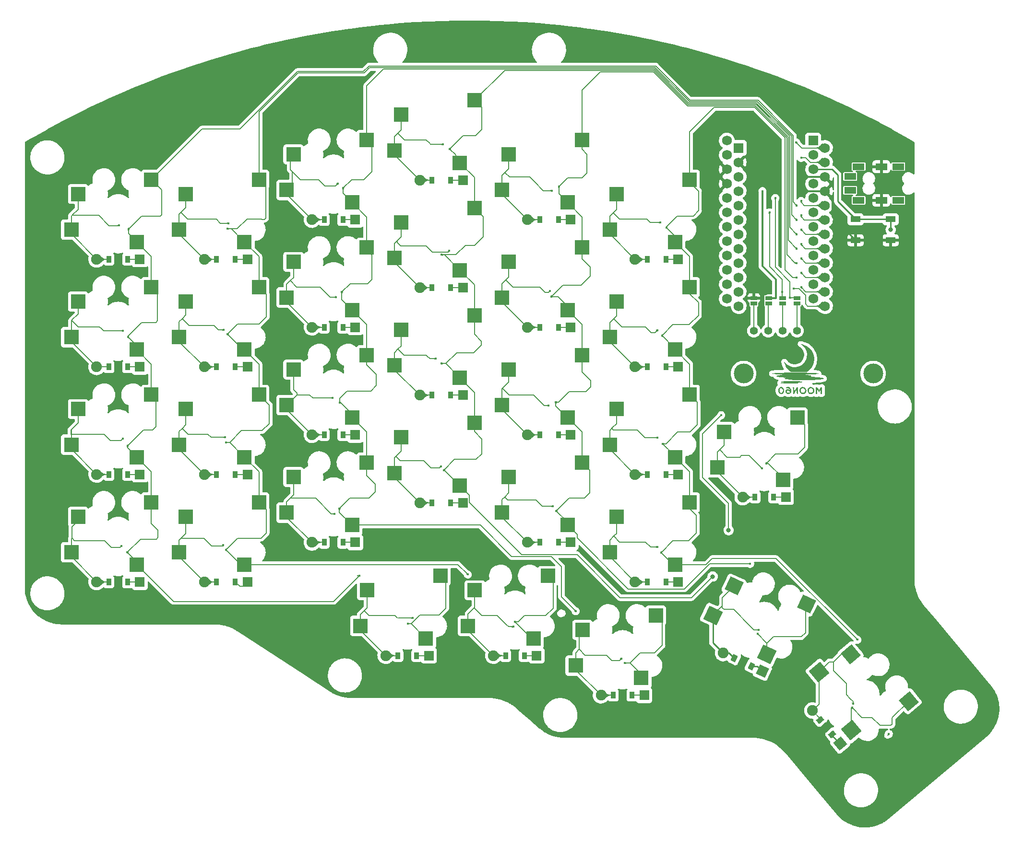
<source format=gbr>
%TF.GenerationSoftware,KiCad,Pcbnew,(6.0.10)*%
%TF.CreationDate,2023-02-13T20:56:48+01:00*%
%TF.ProjectId,insequor58_Moon60NOi2c,696e7365-7175-46f7-9235-38484d6f6f6e,v1.0.0*%
%TF.SameCoordinates,Original*%
%TF.FileFunction,Copper,L2,Bot*%
%TF.FilePolarity,Positive*%
%FSLAX46Y46*%
G04 Gerber Fmt 4.6, Leading zero omitted, Abs format (unit mm)*
G04 Created by KiCad (PCBNEW (6.0.10)) date 2023-02-13 20:56:48*
%MOMM*%
%LPD*%
G01*
G04 APERTURE LIST*
G04 Aperture macros list*
%AMRotRect*
0 Rectangle, with rotation*
0 The origin of the aperture is its center*
0 $1 length*
0 $2 width*
0 $3 Rotation angle, in degrees counterclockwise*
0 Add horizontal line*
21,1,$1,$2,0,0,$3*%
G04 Aperture macros list end*
%TA.AperFunction,SMDPad,CuDef*%
%ADD10R,2.550000X2.500000*%
%TD*%
%TA.AperFunction,ComponentPad*%
%ADD11C,1.397000*%
%TD*%
%TA.AperFunction,SMDPad,CuDef*%
%ADD12R,2.600000X2.600000*%
%TD*%
%TA.AperFunction,SMDPad,CuDef*%
%ADD13RotRect,0.900000X1.200000X130.000000*%
%TD*%
%TA.AperFunction,ComponentPad*%
%ADD14C,1.905000*%
%TD*%
%TA.AperFunction,ComponentPad*%
%ADD15RotRect,1.778000X1.778000X130.000000*%
%TD*%
%TA.AperFunction,ComponentPad*%
%ADD16C,3.500000*%
%TD*%
%TA.AperFunction,SMDPad,CuDef*%
%ADD17RotRect,2.600000X2.600000X155.000000*%
%TD*%
%TA.AperFunction,SMDPad,CuDef*%
%ADD18RotRect,2.600000X2.600000X130.000000*%
%TD*%
%TA.AperFunction,SMDPad,CuDef*%
%ADD19RotRect,0.900000X1.200000X155.000000*%
%TD*%
%TA.AperFunction,ComponentPad*%
%ADD20RotRect,1.778000X1.778000X155.000000*%
%TD*%
%TA.AperFunction,ComponentPad*%
%ADD21R,2.100000X1.200000*%
%TD*%
%TA.AperFunction,SMDPad,CuDef*%
%ADD22RotRect,2.550000X2.500000X155.000000*%
%TD*%
%TA.AperFunction,ComponentPad*%
%ADD23R,1.752600X1.752600*%
%TD*%
%TA.AperFunction,ComponentPad*%
%ADD24C,1.752600*%
%TD*%
%TA.AperFunction,SMDPad,CuDef*%
%ADD25RotRect,2.550000X2.500000X130.000000*%
%TD*%
%TA.AperFunction,SMDPad,CuDef*%
%ADD26R,0.900000X1.200000*%
%TD*%
%TA.AperFunction,ComponentPad*%
%ADD27R,1.778000X1.778000*%
%TD*%
%TA.AperFunction,SMDPad,CuDef*%
%ADD28R,1.143000X0.635000*%
%TD*%
%TA.AperFunction,SMDPad,CuDef*%
%ADD29R,1.800000X1.100000*%
%TD*%
%TA.AperFunction,ViaPad*%
%ADD30C,0.800000*%
%TD*%
%TA.AperFunction,ViaPad*%
%ADD31C,0.400000*%
%TD*%
%TA.AperFunction,Conductor*%
%ADD32C,0.130000*%
%TD*%
%TA.AperFunction,Conductor*%
%ADD33C,0.127000*%
%TD*%
%TA.AperFunction,Conductor*%
%ADD34C,0.300000*%
%TD*%
%TA.AperFunction,Conductor*%
%ADD35C,0.250000*%
%TD*%
G04 APERTURE END LIST*
%TO.C,G\u002A\u002A\u002A*%
G36*
X253778265Y-137846699D02*
G01*
X253728826Y-137955020D01*
X253593606Y-138105734D01*
X253397570Y-138210246D01*
X253367861Y-138219988D01*
X253159958Y-138244734D01*
X252960209Y-138199158D01*
X252784800Y-138089499D01*
X252649915Y-137921996D01*
X252578668Y-137734609D01*
X252571809Y-137594427D01*
X252819481Y-137594427D01*
X252831594Y-137746867D01*
X252889108Y-137880686D01*
X252992822Y-137973971D01*
X253156003Y-138024853D01*
X253306680Y-138007637D01*
X253428749Y-137927738D01*
X253510546Y-137792894D01*
X253540403Y-137610839D01*
X253537175Y-137536722D01*
X253505595Y-137426419D01*
X253426178Y-137326457D01*
X253322898Y-137248006D01*
X253179855Y-137214222D01*
X253018997Y-137255625D01*
X252928267Y-137321326D01*
X252851972Y-137445277D01*
X252819481Y-137594427D01*
X252571809Y-137594427D01*
X252568773Y-137532389D01*
X252621598Y-137343315D01*
X252730475Y-137181435D01*
X252888733Y-137060802D01*
X253089704Y-136995464D01*
X253187814Y-136989055D01*
X253382486Y-137026658D01*
X253552248Y-137123204D01*
X253686904Y-137266087D01*
X253776256Y-137442701D01*
X253805041Y-137610839D01*
X253810109Y-137640440D01*
X253778265Y-137846699D01*
G37*
G36*
X250726035Y-134442480D02*
G01*
X251266459Y-134446336D01*
X251793721Y-134453325D01*
X252298541Y-134463332D01*
X252771640Y-134476240D01*
X253203739Y-134491933D01*
X253585557Y-134510293D01*
X253907814Y-134531206D01*
X254161232Y-134554554D01*
X254234870Y-134563181D01*
X254391444Y-134584983D01*
X254483047Y-134605530D01*
X254519275Y-134627554D01*
X254509720Y-134653787D01*
X254462679Y-134671066D01*
X254344346Y-134691106D01*
X254165561Y-134711207D01*
X253935649Y-134730594D01*
X253663935Y-134748490D01*
X253359745Y-134764119D01*
X253032403Y-134776705D01*
X252960817Y-134779061D01*
X252731340Y-134787378D01*
X252536751Y-134795595D01*
X252387860Y-134803178D01*
X252295475Y-134809595D01*
X252270403Y-134814312D01*
X252298563Y-134820204D01*
X252393223Y-134836329D01*
X252534486Y-134858587D01*
X252703920Y-134884015D01*
X252957603Y-134927109D01*
X253150633Y-134974227D01*
X253266992Y-135022912D01*
X253305942Y-135072932D01*
X253291155Y-135098077D01*
X253227788Y-135129833D01*
X253170016Y-135148805D01*
X253152805Y-135170399D01*
X253202967Y-135189132D01*
X253323197Y-135205502D01*
X253516188Y-135220010D01*
X253784634Y-135233156D01*
X254059267Y-135247033D01*
X254389674Y-135270832D01*
X254692251Y-135300389D01*
X254958613Y-135334443D01*
X255180379Y-135371732D01*
X255349162Y-135410995D01*
X255456580Y-135450971D01*
X255494249Y-135490398D01*
X255484748Y-135511314D01*
X255410362Y-135553675D01*
X255267536Y-135595513D01*
X255062757Y-135635817D01*
X254802511Y-135673576D01*
X254493286Y-135707780D01*
X254141568Y-135737420D01*
X253753844Y-135761483D01*
X253688501Y-135764786D01*
X253236091Y-135783186D01*
X252771226Y-135794907D01*
X252300377Y-135800283D01*
X251830014Y-135799650D01*
X251366606Y-135793342D01*
X250916625Y-135781694D01*
X250486540Y-135765040D01*
X250082822Y-135743715D01*
X249711940Y-135718053D01*
X249380366Y-135688389D01*
X249094569Y-135655059D01*
X248861019Y-135618395D01*
X248686187Y-135578734D01*
X248576543Y-135536409D01*
X248538557Y-135491756D01*
X248538761Y-135484038D01*
X248548326Y-135453182D01*
X248554508Y-135451670D01*
X248612422Y-135433059D01*
X248708672Y-135400170D01*
X248752562Y-135384544D01*
X248792727Y-135366131D01*
X248789794Y-135353071D01*
X248735035Y-135342830D01*
X248619724Y-135332868D01*
X248435134Y-135320650D01*
X248341414Y-135314023D01*
X248097359Y-135292616D01*
X247848436Y-135266137D01*
X247636117Y-135238834D01*
X247527098Y-135221937D01*
X247298081Y-135176936D01*
X247146786Y-135130703D01*
X247072919Y-135083754D01*
X247076186Y-135036602D01*
X247156293Y-134989763D01*
X247312945Y-134943752D01*
X247545849Y-134899083D01*
X247854711Y-134856271D01*
X248284557Y-134804562D01*
X247628651Y-134775607D01*
X247506227Y-134769845D01*
X247255029Y-134756082D01*
X247014653Y-134740609D01*
X246807527Y-134724926D01*
X246656077Y-134710535D01*
X246484184Y-134687885D01*
X246353342Y-134661621D01*
X246299793Y-134635909D01*
X246323073Y-134610828D01*
X246422715Y-134586454D01*
X246598256Y-134562865D01*
X246849229Y-134540140D01*
X247175170Y-134518354D01*
X247575614Y-134497587D01*
X248050096Y-134477916D01*
X248151275Y-134474280D01*
X248618314Y-134460722D01*
X249118589Y-134450879D01*
X249642820Y-134444635D01*
X250181729Y-134441874D01*
X250726035Y-134442480D01*
G37*
G36*
X249610026Y-138042308D02*
G01*
X249484387Y-138170679D01*
X249317230Y-138238661D01*
X249248074Y-138246528D01*
X249170361Y-138242284D01*
X249131865Y-138234997D01*
X249039453Y-138228232D01*
X249009839Y-138222153D01*
X248922659Y-138174629D01*
X248827726Y-138095371D01*
X248748184Y-138005103D01*
X248705370Y-137911600D01*
X248694865Y-137788084D01*
X248698000Y-137762508D01*
X248931762Y-137762508D01*
X248945090Y-137876159D01*
X249000788Y-137968176D01*
X249009206Y-137975372D01*
X249115251Y-138022372D01*
X249238298Y-138023187D01*
X249355042Y-137985042D01*
X249442179Y-137915158D01*
X249476403Y-137820761D01*
X249469184Y-137783752D01*
X249407617Y-137706886D01*
X249303156Y-137646738D01*
X249180183Y-137611638D01*
X249063077Y-137609914D01*
X248976219Y-137649894D01*
X248963698Y-137664704D01*
X248931762Y-137762508D01*
X248698000Y-137762508D01*
X248712210Y-137646578D01*
X248784962Y-137513645D01*
X248914732Y-137434080D01*
X249101806Y-137407617D01*
X249144934Y-137408698D01*
X249289042Y-137428675D01*
X249389555Y-137468448D01*
X249414405Y-137484702D01*
X249466528Y-137503224D01*
X249472825Y-137474970D01*
X249435681Y-137410846D01*
X249357480Y-137321758D01*
X249306078Y-137272978D01*
X249237042Y-137228430D01*
X249154025Y-137214164D01*
X249025326Y-137220518D01*
X249024287Y-137220604D01*
X248902656Y-137228813D01*
X248839545Y-137221985D01*
X248815758Y-137192054D01*
X248812096Y-137130959D01*
X248821401Y-137060679D01*
X248864694Y-137021873D01*
X248964002Y-136998053D01*
X249049429Y-136988372D01*
X249264531Y-137010381D01*
X249446856Y-137097093D01*
X249587774Y-137240766D01*
X249678654Y-137433657D01*
X249710865Y-137668024D01*
X249692635Y-137820761D01*
X249687587Y-137863059D01*
X249610026Y-138042308D01*
G37*
G36*
X252371496Y-137846699D02*
G01*
X252322057Y-137955020D01*
X252186837Y-138105734D01*
X251990801Y-138210246D01*
X251961092Y-138219988D01*
X251753189Y-138244734D01*
X251553440Y-138199158D01*
X251378030Y-138089499D01*
X251243146Y-137921996D01*
X251171899Y-137734609D01*
X251165040Y-137594427D01*
X251412712Y-137594427D01*
X251424824Y-137746867D01*
X251482339Y-137880686D01*
X251586052Y-137973971D01*
X251749234Y-138024853D01*
X251899911Y-138007637D01*
X252021980Y-137927738D01*
X252103776Y-137792894D01*
X252133634Y-137610839D01*
X252130405Y-137536722D01*
X252098825Y-137426419D01*
X252019409Y-137326457D01*
X251916129Y-137248006D01*
X251773086Y-137214222D01*
X251612227Y-137255625D01*
X251521498Y-137321326D01*
X251445203Y-137445277D01*
X251412712Y-137594427D01*
X251165040Y-137594427D01*
X251162004Y-137532389D01*
X251214829Y-137343315D01*
X251323706Y-137181435D01*
X251481964Y-137060802D01*
X251682935Y-136995464D01*
X251781045Y-136989055D01*
X251975717Y-137026658D01*
X252145479Y-137123204D01*
X252280134Y-137266087D01*
X252369487Y-137442701D01*
X252398271Y-137610839D01*
X252403339Y-137640440D01*
X252371496Y-137846699D01*
G37*
G36*
X248440035Y-137841784D02*
G01*
X248365180Y-138010421D01*
X248248158Y-138143455D01*
X248090640Y-138224775D01*
X248002833Y-138241614D01*
X247818225Y-138223876D01*
X247653507Y-138135569D01*
X247520838Y-137981878D01*
X247505197Y-137952893D01*
X247458297Y-137794775D01*
X247447967Y-137659787D01*
X247675609Y-137659787D01*
X247699615Y-137808347D01*
X247759855Y-137929885D01*
X247830741Y-137997173D01*
X247942123Y-138036157D01*
X248052031Y-138012730D01*
X248147437Y-137934586D01*
X248215313Y-137809413D01*
X248242628Y-137644904D01*
X248241121Y-137583008D01*
X248203866Y-137409488D01*
X248122744Y-137287049D01*
X248005111Y-137223681D01*
X247858320Y-137227373D01*
X247790971Y-137266195D01*
X247724289Y-137367290D01*
X247684835Y-137505628D01*
X247675609Y-137659787D01*
X247447967Y-137659787D01*
X247443710Y-137604158D01*
X247461779Y-137412512D01*
X247512849Y-137251309D01*
X247561879Y-137173628D01*
X247695636Y-137057858D01*
X247860885Y-136999488D01*
X248038659Y-137003336D01*
X248209992Y-137074221D01*
X248284351Y-137133487D01*
X248394880Y-137283397D01*
X248456556Y-137462159D01*
X248470388Y-137644904D01*
X248471051Y-137653659D01*
X248440035Y-137841784D01*
G37*
G36*
X255142557Y-138228232D02*
G01*
X254910926Y-138228232D01*
X254899741Y-137847232D01*
X254888557Y-137466232D01*
X254752428Y-137690924D01*
X254681036Y-137804034D01*
X254624582Y-137884805D01*
X254595371Y-137915617D01*
X254594141Y-137915307D01*
X254563380Y-137878121D01*
X254507769Y-137791049D01*
X254438423Y-137671386D01*
X254302403Y-137427155D01*
X254291267Y-137827694D01*
X254280131Y-138228232D01*
X254048403Y-138228232D01*
X254048403Y-137016848D01*
X254182527Y-137016848D01*
X254192802Y-137016896D01*
X254264396Y-137024504D01*
X254318881Y-137055866D01*
X254373541Y-137126399D01*
X254445663Y-137251520D01*
X254448111Y-137255960D01*
X254516313Y-137370664D01*
X254572633Y-137449651D01*
X254605093Y-137476053D01*
X254635156Y-137445204D01*
X254693174Y-137363762D01*
X254764177Y-137251150D01*
X254805209Y-137184734D01*
X254875486Y-137090365D01*
X254940148Y-137042357D01*
X255017700Y-137024141D01*
X255142557Y-137011896D01*
X255142557Y-138228232D01*
G37*
G36*
X250227219Y-137397352D02*
G01*
X250238403Y-137777857D01*
X250472865Y-137398614D01*
X250497301Y-137359299D01*
X250603292Y-137196392D01*
X250682663Y-137091517D01*
X250743362Y-137035235D01*
X250793339Y-137018109D01*
X250817175Y-137018759D01*
X250843155Y-137028797D01*
X250861204Y-137059838D01*
X250873170Y-137123311D01*
X250880898Y-137230643D01*
X250886236Y-137393262D01*
X250891031Y-137622596D01*
X250902711Y-138228345D01*
X250796716Y-138228288D01*
X250690721Y-138228232D01*
X250679485Y-137866771D01*
X250668249Y-137505309D01*
X250433788Y-137866288D01*
X250417269Y-137891629D01*
X250307566Y-138052816D01*
X250225703Y-138156193D01*
X250163157Y-138211318D01*
X250111403Y-138227750D01*
X250096317Y-138227645D01*
X250065916Y-138221731D01*
X250045426Y-138198072D01*
X250032893Y-138144586D01*
X250026360Y-138049192D01*
X250023874Y-137899808D01*
X250023480Y-137684351D01*
X250023346Y-137626098D01*
X250020839Y-137428806D01*
X250015649Y-137260985D01*
X250008411Y-137138860D01*
X249999761Y-137078659D01*
X249994140Y-137058483D01*
X250013935Y-137025709D01*
X250096038Y-137016848D01*
X250216035Y-137016848D01*
X250227219Y-137397352D01*
G37*
G36*
X251404765Y-129413294D02*
G01*
X251501414Y-129428636D01*
X251632629Y-129454228D01*
X252033522Y-129571309D01*
X252422500Y-129756316D01*
X252770399Y-129996746D01*
X253073186Y-130285228D01*
X253326826Y-130614394D01*
X253527284Y-130976872D01*
X253670526Y-131365293D01*
X253752517Y-131772286D01*
X253769223Y-132190482D01*
X253716609Y-132612510D01*
X253590641Y-133031001D01*
X253545717Y-133136640D01*
X253363349Y-133472306D01*
X253134253Y-133788899D01*
X252874003Y-134066725D01*
X252598172Y-134286091D01*
X252457017Y-134379155D01*
X251078438Y-134367477D01*
X249699860Y-134355800D01*
X249539285Y-134244976D01*
X249465777Y-134189757D01*
X249294550Y-134036845D01*
X249114973Y-133850577D01*
X248948316Y-133653761D01*
X248815846Y-133469204D01*
X248805070Y-133451717D01*
X248733803Y-133317633D01*
X248657383Y-133149198D01*
X248583849Y-132967255D01*
X248521236Y-132792646D01*
X248477583Y-132646213D01*
X248460926Y-132548800D01*
X248474316Y-132528815D01*
X248524584Y-132566575D01*
X248613420Y-132670487D01*
X248725772Y-132801779D01*
X249019628Y-133066259D01*
X249347545Y-133268010D01*
X249700321Y-133406447D01*
X250068755Y-133480984D01*
X250443648Y-133491036D01*
X250815798Y-133436019D01*
X251176005Y-133315346D01*
X251515069Y-133128433D01*
X251823789Y-132874694D01*
X251857915Y-132840126D01*
X251993371Y-132689321D01*
X252116907Y-132533013D01*
X252205361Y-132400013D01*
X252312694Y-132166885D01*
X252402557Y-131885848D01*
X252462962Y-131596801D01*
X252484749Y-131334674D01*
X252470723Y-131105593D01*
X252393378Y-130735166D01*
X252254893Y-130380266D01*
X252062611Y-130054862D01*
X251823871Y-129772923D01*
X251546016Y-129548418D01*
X251460170Y-129490801D01*
X251387165Y-129436759D01*
X251363452Y-129411542D01*
X251363491Y-129411505D01*
X251404765Y-129413294D01*
G37*
G36*
X250299962Y-135935327D02*
G01*
X250595670Y-135943697D01*
X250844096Y-135957268D01*
X251116867Y-135978905D01*
X251334502Y-136000141D01*
X251490063Y-136021262D01*
X251591754Y-136043671D01*
X251647782Y-136068772D01*
X251666351Y-136097970D01*
X251660579Y-136116646D01*
X251609208Y-136147627D01*
X251499463Y-136175637D01*
X251324754Y-136202139D01*
X251078492Y-136228599D01*
X250969480Y-136239945D01*
X250870064Y-136253494D01*
X250831251Y-136263741D01*
X250861680Y-136269074D01*
X250925382Y-136273330D01*
X250985996Y-136288043D01*
X250982259Y-136308330D01*
X250922502Y-136330172D01*
X250815055Y-136349547D01*
X250668249Y-136362435D01*
X250622772Y-136364569D01*
X250404400Y-136371862D01*
X250134306Y-136377425D01*
X249828722Y-136381236D01*
X249503880Y-136383272D01*
X249176011Y-136383508D01*
X248861346Y-136381923D01*
X248576118Y-136378493D01*
X248336556Y-136373196D01*
X248158894Y-136366007D01*
X248081130Y-136360958D01*
X247908847Y-136344394D01*
X247797045Y-136325545D01*
X247749146Y-136306735D01*
X247768572Y-136290290D01*
X247858748Y-136278532D01*
X248023094Y-136273788D01*
X248102829Y-136272465D01*
X248240848Y-136262640D01*
X248321940Y-136245879D01*
X248340850Y-136225320D01*
X248292322Y-136204105D01*
X248171099Y-136185373D01*
X248047218Y-136169314D01*
X247925497Y-136140366D01*
X247880999Y-136107279D01*
X247913366Y-136071882D01*
X248022237Y-136036004D01*
X248207253Y-136001476D01*
X248214632Y-136000393D01*
X248405141Y-135979677D01*
X248657410Y-135962332D01*
X248955864Y-135948621D01*
X249284923Y-135938803D01*
X249629011Y-135933141D01*
X249972550Y-135931895D01*
X250299962Y-135935327D01*
G37*
%TD*%
D10*
%TO.P,S20,1*%
%TO.N,P6*%
X161875000Y-133900000D03*
%TO.P,S20,2*%
%TO.N,P19*%
X174802000Y-131360000D03*
%TD*%
D11*
%TO.P,J3,1*%
%TO.N,N/C*%
X243107874Y-127064604D03*
%TO.P,J3,2*%
X245647874Y-127064604D03*
%TO.P,J3,3*%
X248187874Y-127064604D03*
%TO.P,J3,4*%
X250727874Y-127064604D03*
%TD*%
D10*
%TO.P,S30,1*%
%TO.N,P5*%
X180875000Y-107900000D03*
%TO.P,S30,2*%
%TO.N,P18*%
X193802000Y-105360000D03*
%TD*%
%TO.P,S14,1*%
%TO.N,P5*%
X142875000Y-121900000D03*
%TO.P,S14,2*%
%TO.N,P20*%
X155802000Y-119360000D03*
%TD*%
D12*
%TO.P,S1,1*%
%TO.N,P21*%
X134235000Y-168390000D03*
%TO.P,S1,2*%
%TO.N,P7*%
X122685000Y-166190000D03*
%TD*%
%TO.P,S43,1*%
%TO.N,P14*%
X229235000Y-149390000D03*
%TO.P,S43,2*%
%TO.N,P6*%
X217685000Y-147190000D03*
%TD*%
D10*
%TO.P,S2,1*%
%TO.N,P7*%
X123875000Y-159900000D03*
%TO.P,S2,2*%
%TO.N,P21*%
X136802000Y-157360000D03*
%TD*%
D12*
%TO.P,S13,1*%
%TO.N,P20*%
X153235000Y-130390000D03*
%TO.P,S13,2*%
%TO.N,P5*%
X141685000Y-128190000D03*
%TD*%
D10*
%TO.P,S32,1*%
%TO.N,P4*%
X180875000Y-88900000D03*
%TO.P,S32,2*%
%TO.N,P18*%
X193802000Y-86360000D03*
%TD*%
%TO.P,S10,1*%
%TO.N,P7*%
X142875000Y-159900000D03*
%TO.P,S10,2*%
%TO.N,P20*%
X155802000Y-157360000D03*
%TD*%
%TO.P,S40,1*%
%TO.N,P4*%
X199875000Y-95900000D03*
%TO.P,S40,2*%
%TO.N,P15*%
X212802000Y-93360000D03*
%TD*%
%TO.P,S16,1*%
%TO.N,P4*%
X142875000Y-102900000D03*
%TO.P,S16,2*%
%TO.N,P20*%
X155802000Y-100360000D03*
%TD*%
D13*
%TO.P,D30,1*%
%TO.N,P8*%
X256951880Y-198318202D03*
D14*
X253442259Y-194135600D03*
D15*
%TO.P,D30,2*%
X258340301Y-199972858D03*
D13*
X254830680Y-195790256D03*
%TD*%
D12*
%TO.P,S31,1*%
%TO.N,P18*%
X191235000Y-97390000D03*
%TO.P,S31,2*%
%TO.N,P4*%
X179685000Y-95190000D03*
%TD*%
D10*
%TO.P,S22,1*%
%TO.N,P5*%
X161875000Y-114900000D03*
%TO.P,S22,2*%
%TO.N,P19*%
X174802000Y-112360000D03*
%TD*%
D12*
%TO.P,S27,1*%
%TO.N,P18*%
X191235000Y-135390000D03*
%TO.P,S27,2*%
%TO.N,P6*%
X179685000Y-133190000D03*
%TD*%
D10*
%TO.P,S34,1*%
%TO.N,P7*%
X199875000Y-152900000D03*
%TO.P,S34,2*%
%TO.N,P15*%
X212802000Y-150360000D03*
%TD*%
D12*
%TO.P,S29,1*%
%TO.N,P18*%
X191235000Y-116390000D03*
%TO.P,S29,2*%
%TO.N,P5*%
X179685000Y-114190000D03*
%TD*%
D16*
%TO.P,REF\u002A\u002A,H2*%
%TO.N,N/C*%
X264160000Y-134620000D03*
%TD*%
D12*
%TO.P,S55,1*%
%TO.N,P18*%
X248235000Y-153390000D03*
%TO.P,S55,2*%
%TO.N,P8*%
X236685000Y-151190000D03*
%TD*%
D16*
%TO.P,REF\u002A\u002A,H1*%
%TO.N,N/C*%
X241300000Y-134620000D03*
%TD*%
D12*
%TO.P,S5,1*%
%TO.N,P21*%
X134235000Y-130390000D03*
%TO.P,S5,2*%
%TO.N,P5*%
X122685000Y-128190000D03*
%TD*%
D17*
%TO.P,S57,1*%
%TO.N,P15*%
X245413579Y-184216606D03*
%TO.P,S57,2*%
%TO.N,P8*%
X235875485Y-177341488D03*
%TD*%
D12*
%TO.P,S15,1*%
%TO.N,P20*%
X153235000Y-111390000D03*
%TO.P,S15,2*%
%TO.N,P4*%
X141685000Y-109190000D03*
%TD*%
%TO.P,S21,1*%
%TO.N,P19*%
X172235000Y-123390000D03*
%TO.P,S21,2*%
%TO.N,P5*%
X160685000Y-121190000D03*
%TD*%
%TO.P,S47,1*%
%TO.N,P14*%
X229235000Y-111390000D03*
%TO.P,S47,2*%
%TO.N,P4*%
X217685000Y-109190000D03*
%TD*%
D10*
%TO.P,S42,1*%
%TO.N,P7*%
X218875000Y-159900000D03*
%TO.P,S42,2*%
%TO.N,P14*%
X231802000Y-157360000D03*
%TD*%
%TO.P,S6,1*%
%TO.N,P5*%
X123875000Y-121900000D03*
%TO.P,S6,2*%
%TO.N,P21*%
X136802000Y-119360000D03*
%TD*%
D12*
%TO.P,S49,1*%
%TO.N,P21*%
X185235000Y-181390000D03*
%TO.P,S49,2*%
%TO.N,P8*%
X173685000Y-179190000D03*
%TD*%
%TO.P,S23,1*%
%TO.N,P19*%
X172235000Y-104390000D03*
%TO.P,S23,2*%
%TO.N,P4*%
X160685000Y-102190000D03*
%TD*%
D10*
%TO.P,S18,1*%
%TO.N,P7*%
X161875000Y-152900000D03*
%TO.P,S18,2*%
%TO.N,P19*%
X174802000Y-150360000D03*
%TD*%
D12*
%TO.P,S45,1*%
%TO.N,P14*%
X229235000Y-130390000D03*
%TO.P,S45,2*%
%TO.N,P5*%
X217685000Y-128190000D03*
%TD*%
%TO.P,S33,1*%
%TO.N,P15*%
X210235000Y-161390000D03*
%TO.P,S33,2*%
%TO.N,P7*%
X198685000Y-159190000D03*
%TD*%
%TO.P,S37,1*%
%TO.N,P15*%
X210235000Y-123390000D03*
%TO.P,S37,2*%
%TO.N,P5*%
X198685000Y-121190000D03*
%TD*%
%TO.P,S7,1*%
%TO.N,P21*%
X134235000Y-111390000D03*
%TO.P,S7,2*%
%TO.N,P4*%
X122685000Y-109190000D03*
%TD*%
D10*
%TO.P,S48,1*%
%TO.N,P4*%
X218875000Y-102900000D03*
%TO.P,S48,2*%
%TO.N,P14*%
X231802000Y-100360000D03*
%TD*%
%TO.P,S44,1*%
%TO.N,P6*%
X218875000Y-140900000D03*
%TO.P,S44,2*%
%TO.N,P14*%
X231802000Y-138360000D03*
%TD*%
%TO.P,S50,1*%
%TO.N,P8*%
X174875000Y-172900000D03*
%TO.P,S50,2*%
%TO.N,P21*%
X187802000Y-170360000D03*
%TD*%
D12*
%TO.P,S11,1*%
%TO.N,P20*%
X153235000Y-149390000D03*
%TO.P,S11,2*%
%TO.N,P6*%
X141685000Y-147190000D03*
%TD*%
D10*
%TO.P,S24,1*%
%TO.N,P4*%
X161875000Y-95900000D03*
%TO.P,S24,2*%
%TO.N,P19*%
X174802000Y-93360000D03*
%TD*%
D12*
%TO.P,S35,1*%
%TO.N,P15*%
X210235000Y-142390000D03*
%TO.P,S35,2*%
%TO.N,P6*%
X198685000Y-140190000D03*
%TD*%
D18*
%TO.P,S59,1*%
%TO.N,P14*%
X260332845Y-197602523D03*
%TO.P,S59,2*%
%TO.N,P8*%
X254593946Y-187340577D03*
%TD*%
D12*
%TO.P,S17,1*%
%TO.N,P19*%
X172235000Y-161390000D03*
%TO.P,S17,2*%
%TO.N,P7*%
X160685000Y-159190000D03*
%TD*%
D10*
%TO.P,S38,1*%
%TO.N,P5*%
X199875000Y-114900000D03*
%TO.P,S38,2*%
%TO.N,P15*%
X212802000Y-112360000D03*
%TD*%
D12*
%TO.P,S19,1*%
%TO.N,P19*%
X172235000Y-142390000D03*
%TO.P,S19,2*%
%TO.N,P6*%
X160685000Y-140190000D03*
%TD*%
D14*
%TO.P,D29,1*%
%TO.N,P8*%
X237703403Y-183986594D03*
D19*
X242651844Y-186294090D03*
%TO.P,D29,2*%
X239661028Y-184899450D03*
D20*
X244609469Y-187206946D03*
%TD*%
D10*
%TO.P,S54,1*%
%TO.N,P8*%
X212875000Y-179900000D03*
%TO.P,S54,2*%
%TO.N,P19*%
X225802000Y-177360000D03*
%TD*%
%TO.P,S46,1*%
%TO.N,P5*%
X218875000Y-121900000D03*
%TO.P,S46,2*%
%TO.N,P14*%
X231802000Y-119360000D03*
%TD*%
D21*
%TO.P,J2,1*%
%TO.N,VCC*%
X261597619Y-104020787D03*
X261597619Y-98070787D03*
%TO.P,J2,2*%
%TO.N,GND*%
X265597619Y-104020787D03*
X265597619Y-98070787D03*
%TO.P,J2,3*%
%TO.N,P0*%
X268597619Y-104020787D03*
X268597619Y-98070787D03*
%TO.P,J2,4*%
%TO.N,N/C*%
X260097619Y-99820787D03*
X260097619Y-102270787D03*
%TD*%
D10*
%TO.P,S8,1*%
%TO.N,P4*%
X123875000Y-102900000D03*
%TO.P,S8,2*%
%TO.N,P21*%
X136802000Y-100360000D03*
%TD*%
%TO.P,S28,1*%
%TO.N,P6*%
X180875000Y-126900000D03*
%TO.P,S28,2*%
%TO.N,P18*%
X193802000Y-124360000D03*
%TD*%
%TO.P,S56,1*%
%TO.N,P8*%
X237875000Y-144900000D03*
%TO.P,S56,2*%
%TO.N,P18*%
X250802000Y-142360000D03*
%TD*%
D12*
%TO.P,S41,1*%
%TO.N,P14*%
X229235000Y-168390000D03*
%TO.P,S41,2*%
%TO.N,P7*%
X217685000Y-166190000D03*
%TD*%
D10*
%TO.P,S12,1*%
%TO.N,P6*%
X142875000Y-140900000D03*
%TO.P,S12,2*%
%TO.N,P20*%
X155802000Y-138360000D03*
%TD*%
D12*
%TO.P,S39,1*%
%TO.N,P15*%
X210235000Y-104390000D03*
%TO.P,S39,2*%
%TO.N,P4*%
X198685000Y-102190000D03*
%TD*%
D10*
%TO.P,S36,1*%
%TO.N,P6*%
X199875000Y-133900000D03*
%TO.P,S36,2*%
%TO.N,P15*%
X212802000Y-131360000D03*
%TD*%
D12*
%TO.P,S3,1*%
%TO.N,P21*%
X134235000Y-149390000D03*
%TO.P,S3,2*%
%TO.N,P6*%
X122685000Y-147190000D03*
%TD*%
D10*
%TO.P,S26,1*%
%TO.N,P7*%
X180875000Y-145900000D03*
%TO.P,S26,2*%
%TO.N,P18*%
X193802000Y-143360000D03*
%TD*%
D22*
%TO.P,S58,1*%
%TO.N,P8*%
X239612260Y-172143728D03*
%TO.P,S58,2*%
%TO.N,P15*%
X252401551Y-175304892D03*
%TD*%
D23*
%TO.P,MCU2,1*%
%TO.N,RAW*%
X240429495Y-94768135D03*
D24*
%TO.P,MCU2,2*%
%TO.N,GND*%
X240429495Y-97308135D03*
%TO.P,MCU2,3*%
%TO.N,RST*%
X240429495Y-99848135D03*
%TO.P,MCU2,4*%
%TO.N,VCC*%
X240429495Y-102388135D03*
%TO.P,MCU2,5*%
%TO.N,P21*%
X240429495Y-104928135D03*
%TO.P,MCU2,6*%
%TO.N,P20*%
X240429495Y-107468135D03*
%TO.P,MCU2,7*%
%TO.N,P19*%
X240429495Y-110008135D03*
%TO.P,MCU2,8*%
%TO.N,P18*%
X240429495Y-112548135D03*
%TO.P,MCU2,9*%
%TO.N,P15*%
X240429495Y-115088135D03*
%TO.P,MCU2,10*%
%TO.N,P14*%
X240429495Y-117628135D03*
%TO.P,MCU2,11*%
%TO.N,P16*%
X240429495Y-120168135D03*
%TO.P,MCU2,12*%
%TO.N,P10*%
X240429495Y-122708135D03*
%TO.P,MCU2,13*%
%TO.N,P1*%
X255669495Y-94768135D03*
%TO.P,MCU2,14*%
%TO.N,P0*%
X255669495Y-97308135D03*
%TO.P,MCU2,15*%
%TO.N,GND*%
X255669495Y-99848135D03*
%TO.P,MCU2,16*%
X255669495Y-102388135D03*
%TO.P,MCU2,17*%
%TO.N,P2*%
X255669495Y-104928135D03*
%TO.P,MCU2,18*%
%TO.N,P3*%
X255669495Y-107468135D03*
%TO.P,MCU2,19*%
%TO.N,P4*%
X255669495Y-110008135D03*
%TO.P,MCU2,20*%
%TO.N,P5*%
X255669495Y-112548135D03*
%TO.P,MCU2,21*%
%TO.N,P6*%
X255669495Y-115088135D03*
%TO.P,MCU2,22*%
%TO.N,P7*%
X255669495Y-117628135D03*
%TO.P,MCU2,23*%
%TO.N,P8*%
X255669495Y-120168135D03*
%TO.P,MCU2,24*%
%TO.N,P9*%
X255669495Y-122708135D03*
%TD*%
D12*
%TO.P,S25,1*%
%TO.N,P18*%
X191235000Y-154390000D03*
%TO.P,S25,2*%
%TO.N,P7*%
X179685000Y-152190000D03*
%TD*%
%TO.P,S51,1*%
%TO.N,P20*%
X204235000Y-181390000D03*
%TO.P,S51,2*%
%TO.N,P8*%
X192685000Y-179190000D03*
%TD*%
%TO.P,S53,1*%
%TO.N,P19*%
X223235000Y-188390000D03*
%TO.P,S53,2*%
%TO.N,P8*%
X211685000Y-186190000D03*
%TD*%
D23*
%TO.P,MCU1,1*%
%TO.N,RAW*%
X253580000Y-93470000D03*
D24*
%TO.P,MCU1,2*%
%TO.N,GND*%
X253580000Y-96010000D03*
%TO.P,MCU1,3*%
%TO.N,RST*%
X253580000Y-98550000D03*
%TO.P,MCU1,4*%
%TO.N,VCC*%
X253580000Y-101090000D03*
%TO.P,MCU1,5*%
%TO.N,P21*%
X253580000Y-103630000D03*
%TO.P,MCU1,6*%
%TO.N,P20*%
X253580000Y-106170000D03*
%TO.P,MCU1,7*%
%TO.N,P19*%
X253580000Y-108710000D03*
%TO.P,MCU1,8*%
%TO.N,P18*%
X253580000Y-111250000D03*
%TO.P,MCU1,9*%
%TO.N,P15*%
X253580000Y-113790000D03*
%TO.P,MCU1,10*%
%TO.N,P14*%
X253580000Y-116330000D03*
%TO.P,MCU1,11*%
%TO.N,P16*%
X253580000Y-118870000D03*
%TO.P,MCU1,12*%
%TO.N,P10*%
X253580000Y-121410000D03*
%TO.P,MCU1,13*%
%TO.N,P1*%
X238340000Y-93470000D03*
%TO.P,MCU1,14*%
%TO.N,P0*%
X238340000Y-96010000D03*
%TO.P,MCU1,15*%
%TO.N,GND*%
X238340000Y-98550000D03*
%TO.P,MCU1,16*%
X238340000Y-101090000D03*
%TO.P,MCU1,17*%
%TO.N,P2*%
X238340000Y-103630000D03*
%TO.P,MCU1,18*%
%TO.N,P3*%
X238340000Y-106170000D03*
%TO.P,MCU1,19*%
%TO.N,P4*%
X238340000Y-108710000D03*
%TO.P,MCU1,20*%
%TO.N,P5*%
X238340000Y-111250000D03*
%TO.P,MCU1,21*%
%TO.N,P6*%
X238340000Y-113790000D03*
%TO.P,MCU1,22*%
%TO.N,P7*%
X238340000Y-116330000D03*
%TO.P,MCU1,23*%
%TO.N,P8*%
X238340000Y-118870000D03*
%TO.P,MCU1,24*%
%TO.N,P9*%
X238340000Y-121410000D03*
%TD*%
D12*
%TO.P,S9,1*%
%TO.N,P20*%
X153235000Y-168390000D03*
%TO.P,S9,2*%
%TO.N,P7*%
X141685000Y-166190000D03*
%TD*%
D10*
%TO.P,S4,1*%
%TO.N,P6*%
X123875000Y-140900000D03*
%TO.P,S4,2*%
%TO.N,P21*%
X136802000Y-138360000D03*
%TD*%
%TO.P,S52,1*%
%TO.N,P8*%
X193875000Y-172900000D03*
%TO.P,S52,2*%
%TO.N,P20*%
X206802000Y-170360000D03*
%TD*%
D25*
%TO.P,S60,1*%
%TO.N,P8*%
X260177283Y-184209036D03*
%TO.P,S60,2*%
%TO.N,P14*%
X270432351Y-192479012D03*
%TD*%
D14*
%TO.P,D22,1*%
%TO.N,P6*%
X222150000Y-152440000D03*
D26*
X227610000Y-152440000D03*
D27*
%TO.P,D22,2*%
X229770000Y-152440000D03*
D26*
X224310000Y-152440000D03*
%TD*%
%TO.P,D18,1*%
%TO.N,P6*%
X208610000Y-145440000D03*
D14*
X203150000Y-145440000D03*
D26*
%TO.P,D18,2*%
X205310000Y-145440000D03*
D27*
X210770000Y-145440000D03*
%TD*%
D14*
%TO.P,D8,1*%
%TO.N,P4*%
X146150000Y-114440000D03*
D26*
X151610000Y-114440000D03*
D27*
%TO.P,D8,2*%
X153770000Y-114440000D03*
D26*
X148310000Y-114440000D03*
%TD*%
D14*
%TO.P,D3,1*%
%TO.N,P5*%
X127150000Y-133440000D03*
D26*
X132610000Y-133440000D03*
%TO.P,D3,2*%
X129310000Y-133440000D03*
D27*
X134770000Y-133440000D03*
%TD*%
D14*
%TO.P,D25,1*%
%TO.N,P8*%
X178150000Y-184440000D03*
D26*
X183610000Y-184440000D03*
%TO.P,D25,2*%
X180310000Y-184440000D03*
D27*
X185770000Y-184440000D03*
%TD*%
D28*
%TO.P,JP4,1*%
%TO.N,N/C*%
X250709085Y-122269820D03*
%TO.P,JP4,2*%
%TO.N,P2*%
X250709085Y-121269060D03*
%TD*%
D14*
%TO.P,D17,1*%
%TO.N,P7*%
X203150000Y-164440000D03*
D26*
X208610000Y-164440000D03*
%TO.P,D17,2*%
X205310000Y-164440000D03*
D27*
X210770000Y-164440000D03*
%TD*%
D14*
%TO.P,D27,1*%
%TO.N,P8*%
X216150000Y-191440000D03*
D26*
X221610000Y-191440000D03*
%TO.P,D27,2*%
X218310000Y-191440000D03*
D27*
X223770000Y-191440000D03*
%TD*%
D26*
%TO.P,D2,1*%
%TO.N,P6*%
X132610000Y-152440000D03*
D14*
X127150000Y-152440000D03*
D27*
%TO.P,D2,2*%
X134770000Y-152440000D03*
D26*
X129310000Y-152440000D03*
%TD*%
D28*
%TO.P,JP2,1*%
%TO.N,N/C*%
X245708849Y-122269491D03*
%TO.P,JP2,2*%
%TO.N,VCC*%
X245708849Y-121268731D03*
%TD*%
D29*
%TO.P,B1,1*%
%TO.N,GND*%
X267260000Y-111070000D03*
X261060000Y-111070000D03*
%TO.P,B1,2*%
%TO.N,RST*%
X267260000Y-107370000D03*
X261060000Y-107370000D03*
%TD*%
D14*
%TO.P,D5,1*%
%TO.N,P7*%
X146150000Y-171440000D03*
D26*
X151610000Y-171440000D03*
%TO.P,D5,2*%
X148310000Y-171440000D03*
D27*
X153770000Y-171440000D03*
%TD*%
D14*
%TO.P,D20,1*%
%TO.N,P4*%
X203150000Y-107440000D03*
D26*
X208610000Y-107440000D03*
D27*
%TO.P,D20,2*%
X210770000Y-107440000D03*
D26*
X205310000Y-107440000D03*
%TD*%
D28*
%TO.P,JP3,1*%
%TO.N,N/C*%
X248208849Y-122269491D03*
%TO.P,JP3,2*%
%TO.N,P3*%
X248208849Y-121268731D03*
%TD*%
D14*
%TO.P,D19,1*%
%TO.N,P5*%
X203150000Y-126440000D03*
D26*
X208610000Y-126440000D03*
D27*
%TO.P,D19,2*%
X210770000Y-126440000D03*
D26*
X205310000Y-126440000D03*
%TD*%
D14*
%TO.P,D7,1*%
%TO.N,P5*%
X146150000Y-133440000D03*
D26*
X151610000Y-133440000D03*
D27*
%TO.P,D7,2*%
X153770000Y-133440000D03*
D26*
X148310000Y-133440000D03*
%TD*%
%TO.P,D24,1*%
%TO.N,P4*%
X227610000Y-114440000D03*
D14*
X222150000Y-114440000D03*
D27*
%TO.P,D24,2*%
X229770000Y-114440000D03*
D26*
X224310000Y-114440000D03*
%TD*%
D14*
%TO.P,D6,1*%
%TO.N,P6*%
X146150000Y-152440000D03*
D26*
X151610000Y-152440000D03*
D27*
%TO.P,D6,2*%
X153770000Y-152440000D03*
D26*
X148310000Y-152440000D03*
%TD*%
D14*
%TO.P,D4,1*%
%TO.N,P4*%
X127150000Y-114440000D03*
D26*
X132610000Y-114440000D03*
D27*
%TO.P,D4,2*%
X134770000Y-114440000D03*
D26*
X129310000Y-114440000D03*
%TD*%
D14*
%TO.P,D23,1*%
%TO.N,P5*%
X222150000Y-133440000D03*
D26*
X227610000Y-133440000D03*
%TO.P,D23,2*%
X224310000Y-133440000D03*
D27*
X229770000Y-133440000D03*
%TD*%
D14*
%TO.P,D11,1*%
%TO.N,P5*%
X165150000Y-126440000D03*
D26*
X170610000Y-126440000D03*
D27*
%TO.P,D11,2*%
X172770000Y-126440000D03*
D26*
X167310000Y-126440000D03*
%TD*%
%TO.P,D21,1*%
%TO.N,P7*%
X227610000Y-171440000D03*
D14*
X222150000Y-171440000D03*
D26*
%TO.P,D21,2*%
X224310000Y-171440000D03*
D27*
X229770000Y-171440000D03*
%TD*%
D14*
%TO.P,D10,1*%
%TO.N,P6*%
X165150000Y-145440000D03*
D26*
X170610000Y-145440000D03*
D27*
%TO.P,D10,2*%
X172770000Y-145440000D03*
D26*
X167310000Y-145440000D03*
%TD*%
D14*
%TO.P,D1,1*%
%TO.N,P7*%
X127150000Y-171440000D03*
D26*
X132610000Y-171440000D03*
%TO.P,D1,2*%
X129310000Y-171440000D03*
D27*
X134770000Y-171440000D03*
%TD*%
D26*
%TO.P,D12,1*%
%TO.N,P4*%
X170610000Y-107440000D03*
D14*
X165150000Y-107440000D03*
D27*
%TO.P,D12,2*%
X172770000Y-107440000D03*
D26*
X167310000Y-107440000D03*
%TD*%
D14*
%TO.P,D9,1*%
%TO.N,P7*%
X165150000Y-164440000D03*
D26*
X170610000Y-164440000D03*
D27*
%TO.P,D9,2*%
X172770000Y-164440000D03*
D26*
X167310000Y-164440000D03*
%TD*%
%TO.P,D13,1*%
%TO.N,P7*%
X189610000Y-157440000D03*
D14*
X184150000Y-157440000D03*
D26*
%TO.P,D13,2*%
X186310000Y-157440000D03*
D27*
X191770000Y-157440000D03*
%TD*%
D14*
%TO.P,D26,1*%
%TO.N,P8*%
X197150000Y-184440000D03*
D26*
X202610000Y-184440000D03*
D27*
%TO.P,D26,2*%
X204770000Y-184440000D03*
D26*
X199310000Y-184440000D03*
%TD*%
D28*
%TO.P,JP1,1*%
%TO.N,N/C*%
X243108849Y-122269491D03*
%TO.P,JP1,2*%
%TO.N,GND*%
X243108849Y-121268731D03*
%TD*%
D26*
%TO.P,D15,1*%
%TO.N,P5*%
X189610000Y-119440000D03*
D14*
X184150000Y-119440000D03*
D27*
%TO.P,D15,2*%
X191770000Y-119440000D03*
D26*
X186310000Y-119440000D03*
%TD*%
D14*
%TO.P,D28,1*%
%TO.N,P8*%
X241150000Y-156440000D03*
D26*
X246610000Y-156440000D03*
%TO.P,D28,2*%
X243310000Y-156440000D03*
D27*
X248770000Y-156440000D03*
%TD*%
D14*
%TO.P,D14,1*%
%TO.N,P6*%
X184150000Y-138440000D03*
D26*
X189610000Y-138440000D03*
%TO.P,D14,2*%
X186310000Y-138440000D03*
D27*
X191770000Y-138440000D03*
%TD*%
D14*
%TO.P,D16,1*%
%TO.N,P4*%
X184150000Y-100440000D03*
D26*
X189610000Y-100440000D03*
D27*
%TO.P,D16,2*%
X191770000Y-100440000D03*
D26*
X186310000Y-100440000D03*
%TD*%
D30*
%TO.N,P18*%
X238661473Y-162275570D03*
X235842314Y-170458549D03*
D31*
%TO.N,P21*%
X182057943Y-178807451D03*
X132753375Y-109101874D03*
X132701145Y-128165919D03*
X132596684Y-147386655D03*
X132544454Y-166189549D03*
X250671865Y-104928135D03*
X173479123Y-170346148D03*
%TO.N,P6*%
X186941509Y-131997251D03*
X226130298Y-145967631D03*
X168782233Y-138958300D03*
X206880411Y-140262689D03*
X131805183Y-146094563D03*
X251460000Y-114300000D03*
X149772393Y-145885642D03*
%TO.N,P5*%
X226060000Y-127000000D03*
X251460000Y-111760000D03*
X169408996Y-121095551D03*
X189370217Y-112959321D03*
X207154620Y-120010406D03*
X149563472Y-126926058D03*
X131805183Y-127082748D03*
%TO.N,P4*%
X251460000Y-109220000D03*
X150371066Y-108090217D03*
X207468002Y-102304348D03*
X169670754Y-101090754D03*
X188273381Y-94156427D03*
X131073960Y-108436546D03*
X226600370Y-107970116D03*
%TO.N,P3*%
X251460000Y-106680000D03*
X248113271Y-120186729D03*
X245870000Y-106170000D03*
%TO.N,P20*%
X200978355Y-178454896D03*
X192634571Y-170111112D03*
X149960000Y-165748020D03*
X150251726Y-127664114D03*
X149960000Y-146788436D03*
X250671865Y-107468135D03*
X150268580Y-109063309D03*
%TO.N,P19*%
X250671865Y-110008135D03*
X170390895Y-120229348D03*
X169977911Y-158482396D03*
X211672501Y-176574607D03*
X170056256Y-139757848D03*
X220368839Y-185741018D03*
X170638382Y-101855533D03*
%TO.N,P18*%
X187960000Y-132862862D03*
X188449676Y-151665756D03*
X245282673Y-150485592D03*
X237349782Y-141978848D03*
X250671865Y-112548135D03*
X188031834Y-113642127D03*
X189441275Y-94961138D03*
%TO.N,P15*%
X242462239Y-168230823D03*
X207402107Y-121025253D03*
X208185561Y-139671456D03*
X250671865Y-115088135D03*
X208714241Y-101620497D03*
X243754938Y-180570222D03*
X208263906Y-158866076D03*
%TO.N,P14*%
X226910109Y-127919647D03*
X260442506Y-193614729D03*
X261382651Y-181627885D03*
X226753418Y-166230543D03*
X250671865Y-117628135D03*
X227066800Y-147035922D03*
X227673826Y-108828273D03*
%TO.N,P7*%
X226051953Y-165240597D03*
X149511242Y-164949687D03*
X251460000Y-116840000D03*
X131544032Y-165054148D03*
X207624692Y-158086265D03*
X187898508Y-151023490D03*
X169095614Y-159406447D03*
%TO.N,GND*%
X243108849Y-120111151D03*
X243051865Y-97308135D03*
X251460000Y-99060000D03*
D30*
X261060000Y-109161268D03*
D31*
X251460000Y-101600000D03*
D30*
%TO.N,RST*%
X267260000Y-109217708D03*
D31*
%TO.N,VCC*%
X244628135Y-102388135D03*
X247002469Y-121246717D03*
%TO.N,P1*%
X250596986Y-93794663D03*
%TO.N,P0*%
X251460000Y-96520000D03*
%TO.N,P2*%
X249471134Y-121252551D03*
X246890000Y-103630000D03*
X251460000Y-104140000D03*
%TO.N,P8*%
X260602270Y-192896519D03*
X200668046Y-179342767D03*
X244541465Y-151373463D03*
X219705976Y-184983635D03*
X243993047Y-179891185D03*
X182880000Y-177800000D03*
X251460000Y-119380000D03*
X266932153Y-198279879D03*
%TO.N,P9*%
X250127099Y-119635347D03*
%TD*%
D32*
%TO.N,P18*%
X234077046Y-145251584D02*
X237349782Y-141978848D01*
X234077046Y-152963031D02*
X234077046Y-145251584D01*
X238661473Y-157547458D02*
X234077046Y-152963031D01*
X238661473Y-162275570D02*
X238661473Y-157547458D01*
X232091714Y-174209149D02*
X235842314Y-170458549D01*
X230940147Y-174209149D02*
X232091714Y-174209149D01*
X219523377Y-174209149D02*
X230940147Y-174209149D01*
X211921669Y-166607441D02*
X219523377Y-174209149D01*
X202167441Y-166607441D02*
X211921669Y-166607441D01*
X192924000Y-157364000D02*
X202167441Y-166607441D01*
X192924000Y-156079000D02*
X192924000Y-157364000D01*
X191235000Y-154390000D02*
X192924000Y-156079000D01*
D33*
%TO.N,*%
X243107874Y-127064604D02*
X243107874Y-122270466D01*
D32*
X250727874Y-122288516D02*
X250708849Y-122269491D01*
D33*
X243107874Y-122270466D02*
X243108849Y-122269491D01*
D32*
X245647874Y-127064604D02*
X245647874Y-122330466D01*
X248187874Y-127064604D02*
X248187874Y-122290466D01*
X248187874Y-122290466D02*
X248208849Y-122269491D01*
X250727874Y-122288609D02*
X250709085Y-122269820D01*
X250728849Y-122289491D02*
X250708849Y-122269491D01*
X245647874Y-122330466D02*
X245708849Y-122269491D01*
X250727874Y-127064604D02*
X250727874Y-122288609D01*
%TO.N,P21*%
X136802000Y-113957000D02*
X134235000Y-111390000D01*
X138408832Y-106788833D02*
X135066416Y-106788833D01*
X182652451Y-178807451D02*
X184220771Y-177239131D01*
X137912935Y-125306920D02*
X137912935Y-120470935D01*
X184220771Y-177239131D02*
X187584367Y-177239131D01*
X145722000Y-91440000D02*
X152400000Y-91440000D01*
X134235000Y-167880095D02*
X134235000Y-168390000D01*
X138591764Y-102149764D02*
X138591764Y-106605901D01*
X231843897Y-86360000D02*
X243840000Y-86360000D01*
X135066416Y-106788833D02*
X132753375Y-109101874D01*
X132701145Y-128011657D02*
X135106901Y-125605901D01*
X138591764Y-106605901D02*
X138408832Y-106788833D01*
X132701145Y-128165919D02*
X132701145Y-128011657D01*
X187584367Y-177239131D02*
X188759547Y-176063951D01*
X137651783Y-139209783D02*
X136802000Y-138360000D01*
X136802000Y-132957000D02*
X134235000Y-130390000D01*
X137613954Y-125605901D02*
X137912935Y-125306920D01*
X140707675Y-174862675D02*
X134235000Y-168390000D01*
X132596684Y-147386655D02*
X132596684Y-147751684D01*
X137912935Y-120470935D02*
X136802000Y-119360000D01*
X136802000Y-119360000D02*
X136802000Y-113957000D01*
X250049782Y-104306052D02*
X250671865Y-104928135D01*
X137651783Y-144005353D02*
X137651783Y-139209783D01*
X182652451Y-178807451D02*
X185235000Y-181390000D01*
X174227651Y-81280000D02*
X175177514Y-80330137D01*
X136802000Y-161122779D02*
X136802000Y-157360000D01*
X173479123Y-170346148D02*
X168962596Y-174862675D01*
X136802000Y-100360000D02*
X138591764Y-102149764D01*
X250049782Y-92569782D02*
X250049782Y-104306052D01*
X243840000Y-86360000D02*
X250049782Y-92569782D01*
X132596684Y-147386655D02*
X135377438Y-144605901D01*
X137965165Y-163567077D02*
X137965165Y-162285944D01*
X134881151Y-163852852D02*
X137679390Y-163852852D01*
X225814034Y-80330137D02*
X231843897Y-86360000D01*
X135106901Y-125605901D02*
X137613954Y-125605901D01*
X135377438Y-144605901D02*
X137051235Y-144605901D01*
X188759547Y-176063951D02*
X188759547Y-171317547D01*
X136802000Y-100360000D02*
X145722000Y-91440000D01*
X132596684Y-147751684D02*
X134235000Y-149390000D01*
X134235000Y-130390000D02*
X134235000Y-129699774D01*
X136802000Y-151957000D02*
X134235000Y-149390000D01*
X188759547Y-171317547D02*
X187802000Y-170360000D01*
X137965165Y-162285944D02*
X136802000Y-161122779D01*
X182057943Y-178807451D02*
X182652451Y-178807451D01*
X136802000Y-157360000D02*
X136802000Y-151957000D01*
X168962596Y-174862675D02*
X140707675Y-174862675D01*
X175177514Y-80330137D02*
X225814034Y-80330137D01*
X134235000Y-111390000D02*
X132753375Y-109908375D01*
X137679390Y-163852852D02*
X137965165Y-163567077D01*
X132544454Y-166189549D02*
X134881151Y-163852852D01*
X134235000Y-129699774D02*
X132701145Y-128165919D01*
X152400000Y-91440000D02*
X162560000Y-81280000D01*
X136802000Y-138360000D02*
X136802000Y-132957000D01*
X132544454Y-166189549D02*
X134235000Y-167880095D01*
X132753375Y-109908375D02*
X132753375Y-109101874D01*
X162560000Y-81280000D02*
X174227651Y-81280000D01*
X137051235Y-144605901D02*
X137651783Y-144005353D01*
%TO.N,P6*%
X218170194Y-144186944D02*
X218170194Y-144447859D01*
X222496552Y-144605901D02*
X223701591Y-145810940D01*
X179685000Y-133190000D02*
X179685000Y-130964181D01*
X162500001Y-138374999D02*
X160685000Y-140190000D01*
X146797921Y-145311109D02*
X147372454Y-145885642D01*
X198685000Y-140975000D02*
X203150000Y-145440000D01*
X131439571Y-146460175D02*
X131805183Y-146094563D01*
X129559282Y-146460175D02*
X131439571Y-146460175D01*
X165150000Y-145440000D02*
X167310000Y-145440000D01*
X198779710Y-137253377D02*
X198685000Y-137348087D01*
X252539425Y-115098991D02*
X252550281Y-115088135D01*
X206096957Y-140262689D02*
X206880411Y-140262689D01*
X252258991Y-115098991D02*
X252539425Y-115098991D01*
X128474106Y-145374999D02*
X129559282Y-146460175D01*
X229770000Y-152440000D02*
X227610000Y-152440000D01*
X224310000Y-152440000D02*
X222150000Y-152440000D01*
X141685000Y-147190000D02*
X141685000Y-144872973D01*
X122685000Y-147190000D02*
X122685000Y-148085000D01*
X198685000Y-137348087D02*
X198685000Y-140190000D01*
X181384560Y-131374999D02*
X185300768Y-131374999D01*
X179685000Y-130964181D02*
X180329371Y-130319810D01*
X142253511Y-144304462D02*
X143260158Y-145311109D01*
X198779710Y-137253377D02*
X199875000Y-136158087D01*
X198685000Y-140190000D02*
X198685000Y-140975000D01*
X217685000Y-147190000D02*
X217685000Y-147975000D01*
X223701591Y-145810940D02*
X223858282Y-145967631D01*
X161875000Y-137456164D02*
X161875000Y-133900000D01*
X127150000Y-152440000D02*
X129310000Y-152440000D01*
X146150000Y-152440000D02*
X148310000Y-152440000D01*
X199875000Y-136158087D02*
X199875000Y-133900000D01*
X185923020Y-131997251D02*
X186941509Y-131997251D01*
X122637558Y-145371153D02*
X122641404Y-145374999D01*
X141685000Y-144872973D02*
X142253511Y-144304462D01*
X160685000Y-140190000D02*
X160685000Y-140975000D01*
X142875000Y-140900000D02*
X142875000Y-143682973D01*
X142875000Y-143682973D02*
X142253511Y-144304462D01*
X168782233Y-138958300D02*
X165295100Y-138958300D01*
X185300768Y-131374999D02*
X185452947Y-131527178D01*
X172770000Y-145440000D02*
X170610000Y-145440000D01*
X122637558Y-144560603D02*
X122637558Y-145371153D01*
X185452947Y-131527178D02*
X185923020Y-131997251D01*
X218170194Y-144447859D02*
X218328236Y-144605901D01*
X165295100Y-138958300D02*
X164711799Y-138374999D01*
X217685000Y-144672138D02*
X218170194Y-144186944D01*
X180875000Y-129774181D02*
X180329371Y-130319810D01*
X199901332Y-138374999D02*
X204209267Y-138374999D01*
X147372454Y-145885642D02*
X149772393Y-145885642D01*
X122685000Y-147975000D02*
X127150000Y-152440000D01*
X204765086Y-138930818D02*
X206096957Y-140262689D01*
X160685000Y-140975000D02*
X165150000Y-145440000D01*
X123875000Y-140900000D02*
X123875000Y-143323161D01*
X122641404Y-145374999D02*
X128474106Y-145374999D01*
X153770000Y-152440000D02*
X151610000Y-152440000D01*
X122685000Y-147190000D02*
X122685000Y-147975000D01*
X186310000Y-138440000D02*
X184150000Y-138440000D01*
X161875000Y-137456164D02*
X162500001Y-138081165D01*
X122685000Y-147190000D02*
X122685000Y-144608045D01*
X204209267Y-138374999D02*
X204765086Y-138930818D01*
X191770000Y-138440000D02*
X189610000Y-138440000D01*
X252550281Y-115088135D02*
X255669495Y-115088135D01*
X218328236Y-144605901D02*
X222496552Y-144605901D01*
X223858282Y-145967631D02*
X226130298Y-145967631D01*
X179685000Y-133190000D02*
X179685000Y-133975000D01*
X210770000Y-145440000D02*
X208610000Y-145440000D01*
X198779710Y-137253377D02*
X199901332Y-138374999D01*
X251460000Y-114300000D02*
X252258991Y-115098991D01*
X179685000Y-133975000D02*
X184150000Y-138440000D01*
X123875000Y-143323161D02*
X122637558Y-144560603D01*
X205310000Y-145440000D02*
X203150000Y-145440000D01*
X164711799Y-138374999D02*
X162500001Y-138374999D01*
X141685000Y-147975000D02*
X146150000Y-152440000D01*
X180329371Y-130319810D02*
X181384560Y-131374999D01*
X134770000Y-152440000D02*
X132610000Y-152440000D01*
X143260158Y-145311109D02*
X146797921Y-145311109D01*
X218875000Y-143482138D02*
X218170194Y-144186944D01*
X141685000Y-147190000D02*
X141685000Y-147975000D01*
X217685000Y-147190000D02*
X217685000Y-144672138D01*
X162500001Y-138081165D02*
X162500001Y-138374999D01*
X122685000Y-144608045D02*
X122637558Y-144560603D01*
X218875000Y-140900000D02*
X218875000Y-143482138D01*
X217685000Y-147975000D02*
X222150000Y-152440000D01*
X180875000Y-126900000D02*
X180875000Y-129774181D01*
%TO.N,P5*%
X180875000Y-107900000D02*
X180875000Y-110501215D01*
X206292821Y-120323787D02*
X206841239Y-120323787D01*
X186393092Y-113194357D02*
X189135181Y-113194357D01*
X141685000Y-125482489D02*
X142253511Y-124913978D01*
X148623328Y-126926058D02*
X149563472Y-126926058D01*
X123875000Y-121900000D02*
X123875000Y-124102426D01*
X141685000Y-128975000D02*
X146150000Y-133440000D01*
X180211853Y-111164362D02*
X180211853Y-111489518D01*
X166591608Y-119374999D02*
X168312160Y-121095551D01*
X251460000Y-111760000D02*
X251460000Y-111860715D01*
X180875000Y-110501215D02*
X180211853Y-111164362D01*
X127940144Y-126664906D02*
X128357986Y-127082748D01*
X160685000Y-121190000D02*
X160685000Y-118821888D01*
X184150000Y-119440000D02*
X186310000Y-119440000D01*
X218875000Y-124444208D02*
X218875000Y-121900000D01*
X227610000Y-133440000D02*
X229770000Y-133440000D01*
X189135181Y-113194357D02*
X189370217Y-112959321D01*
X168312160Y-121095551D02*
X169408996Y-121095551D01*
X191770000Y-119440000D02*
X189610000Y-119440000D01*
X123875000Y-124102426D02*
X122742019Y-125235407D01*
X160685000Y-121975000D02*
X165150000Y-126440000D01*
X224008689Y-126374999D02*
X219866251Y-126374999D01*
X148362176Y-126664906D02*
X148623328Y-126926058D01*
X122685000Y-125292426D02*
X122742019Y-125235407D01*
X199875000Y-114900000D02*
X199875000Y-117590230D01*
X199875000Y-117590230D02*
X199367301Y-118097929D01*
X179685000Y-114975000D02*
X184150000Y-119440000D01*
X161875000Y-117631888D02*
X161291441Y-118215447D01*
X199367301Y-118097929D02*
X200644371Y-119374999D01*
X200644371Y-119374999D02*
X205344033Y-119374999D01*
X198685000Y-121190000D02*
X198685000Y-118780230D01*
X179685000Y-114190000D02*
X179685000Y-111691215D01*
X225660227Y-127399773D02*
X225033463Y-127399773D01*
X142875000Y-121900000D02*
X142875000Y-124292489D01*
X127650237Y-126374999D02*
X127940144Y-126664906D01*
X142253511Y-124913978D02*
X143482137Y-126142604D01*
X252165386Y-112548135D02*
X255669495Y-112548135D01*
X122685000Y-128975000D02*
X127150000Y-133440000D01*
X198685000Y-121975000D02*
X203150000Y-126440000D01*
X203150000Y-126440000D02*
X205310000Y-126440000D01*
X162450993Y-119374999D02*
X166591608Y-119374999D01*
X185296256Y-112097521D02*
X186393092Y-113194357D01*
X217685000Y-128190000D02*
X217685000Y-128975000D01*
X122685000Y-128190000D02*
X122685000Y-125292426D01*
X180211853Y-111489518D02*
X180819856Y-112097521D01*
X252156403Y-112557118D02*
X252165386Y-112548135D01*
X210770000Y-126440000D02*
X208610000Y-126440000D01*
X218405230Y-124913978D02*
X218875000Y-124444208D01*
X225033463Y-127399773D02*
X224008689Y-126374999D01*
X161291441Y-118215447D02*
X162450993Y-119374999D01*
X151610000Y-133440000D02*
X153770000Y-133440000D01*
X127150000Y-133440000D02*
X129310000Y-133440000D01*
X161875000Y-114900000D02*
X161875000Y-117631888D01*
X206841239Y-120323787D02*
X207154620Y-120010406D01*
X147839874Y-126142604D02*
X148362176Y-126664906D01*
X160685000Y-118821888D02*
X161291441Y-118215447D01*
X217685000Y-128975000D02*
X222150000Y-133440000D01*
X165150000Y-126440000D02*
X167310000Y-126440000D01*
X182945895Y-112097521D02*
X185296256Y-112097521D01*
X219866251Y-126374999D02*
X218405230Y-124913978D01*
X128357986Y-127082748D02*
X131805183Y-127082748D01*
X132610000Y-133440000D02*
X134770000Y-133440000D01*
X122685000Y-128190000D02*
X122685000Y-128975000D01*
X141685000Y-128190000D02*
X141685000Y-125482489D01*
X251460000Y-111860715D02*
X252156403Y-112557118D01*
X222150000Y-133440000D02*
X224310000Y-133440000D01*
X218405230Y-124913978D02*
X217685000Y-125634208D01*
X179685000Y-111691215D02*
X180211853Y-111164362D01*
X226060000Y-127000000D02*
X225660227Y-127399773D01*
X142875000Y-124292489D02*
X142253511Y-124913978D01*
X122742019Y-125235407D02*
X123881611Y-126374999D01*
X198685000Y-121190000D02*
X198685000Y-121975000D01*
X141685000Y-128190000D02*
X141685000Y-128975000D01*
X160685000Y-121190000D02*
X160685000Y-121975000D01*
X123881611Y-126374999D02*
X127650237Y-126374999D01*
X146150000Y-133440000D02*
X148310000Y-133440000D01*
X205344033Y-119374999D02*
X206292821Y-120323787D01*
X179685000Y-114190000D02*
X179685000Y-114975000D01*
X198685000Y-118780230D02*
X199367301Y-118097929D01*
X180819856Y-112097521D02*
X182945895Y-112097521D01*
X217685000Y-125634208D02*
X217685000Y-128190000D01*
X143482137Y-126142604D02*
X147839874Y-126142604D01*
X172770000Y-126440000D02*
X170610000Y-126440000D01*
%TO.N,P4*%
X199192695Y-99094820D02*
X200015853Y-99917978D01*
X200015853Y-99917978D02*
X203593069Y-99917978D01*
X203593069Y-99917978D02*
X204412531Y-100737440D01*
X123875000Y-102900000D02*
X123875000Y-105607296D01*
X222150000Y-114440000D02*
X224310000Y-114440000D01*
X218287712Y-106228603D02*
X217685000Y-106831315D01*
X180875000Y-91575945D02*
X180285340Y-92165605D01*
X160685000Y-102190000D02*
X160685000Y-102975000D01*
X142037554Y-106176188D02*
X143236365Y-107374999D01*
X198685000Y-102190000D02*
X198685000Y-99602515D01*
X172770000Y-107440000D02*
X170610000Y-107440000D01*
X217685000Y-109190000D02*
X217685000Y-109975000D01*
X169252305Y-101509204D02*
X169670754Y-101090754D01*
X185923019Y-93999736D02*
X186079710Y-94156427D01*
X129350361Y-108488776D02*
X131021730Y-108488776D01*
X141685000Y-106528742D02*
X142037554Y-106176188D01*
X219434108Y-107374999D02*
X224203309Y-107374999D01*
X203150000Y-107440000D02*
X205310000Y-107440000D01*
X167450361Y-101509204D02*
X169252305Y-101509204D01*
X184150000Y-100440000D02*
X186310000Y-100440000D01*
X146150000Y-114440000D02*
X148310000Y-114440000D01*
X218287712Y-106228603D02*
X219434108Y-107374999D01*
X123875000Y-105607296D02*
X122802296Y-106680000D01*
X141685000Y-109975000D02*
X146150000Y-114440000D01*
X131021730Y-108488776D02*
X131073960Y-108436546D01*
X218287712Y-106228603D02*
X218875000Y-105641315D01*
X224203309Y-107374999D02*
X224798426Y-107970116D01*
X210770000Y-107440000D02*
X208610000Y-107440000D01*
X148245631Y-107374999D02*
X148960849Y-108090217D01*
X161328236Y-96446764D02*
X161328236Y-98592407D01*
X160685000Y-102190000D02*
X161554999Y-102190000D01*
X142875000Y-102900000D02*
X142875000Y-105338742D01*
X141685000Y-109190000D02*
X141685000Y-109975000D01*
X122685000Y-109190000D02*
X122685000Y-106797296D01*
X122802296Y-106680000D02*
X127541585Y-106680000D01*
X198685000Y-102975000D02*
X198685000Y-102190000D01*
X163110828Y-100374999D02*
X166316156Y-100374999D01*
X199875000Y-98412515D02*
X199192695Y-99094820D01*
X161691368Y-98955539D02*
X163110828Y-100374999D01*
X186079710Y-94156427D02*
X188273381Y-94156427D01*
X217685000Y-109975000D02*
X222150000Y-114440000D01*
X199875000Y-95900000D02*
X199875000Y-98412515D01*
X161875000Y-95900000D02*
X161328236Y-96446764D01*
X224798426Y-107970116D02*
X226600370Y-107970116D01*
X181494734Y-93374999D02*
X185298282Y-93374999D01*
X204412531Y-100737440D02*
X205979439Y-102304348D01*
X132610000Y-114440000D02*
X134770000Y-114440000D01*
X142875000Y-105338742D02*
X142037554Y-106176188D01*
X218875000Y-105641315D02*
X218875000Y-102900000D01*
X122685000Y-106797296D02*
X122802296Y-106680000D01*
X191770000Y-100440000D02*
X189610000Y-100440000D01*
X229770000Y-114440000D02*
X227610000Y-114440000D01*
X165150000Y-107440000D02*
X167310000Y-107440000D01*
X141685000Y-109190000D02*
X141685000Y-106528742D01*
X160685000Y-102975000D02*
X165150000Y-107440000D01*
X179685000Y-95190000D02*
X179685000Y-92765945D01*
X166316156Y-100374999D02*
X167450361Y-101509204D01*
X161554999Y-102190000D02*
X161691368Y-102053631D01*
X122685000Y-109190000D02*
X122685000Y-109975000D01*
X143236365Y-107374999D02*
X148245631Y-107374999D01*
X151610000Y-114440000D02*
X153770000Y-114440000D01*
X122685000Y-109975000D02*
X127150000Y-114440000D01*
X217685000Y-106831315D02*
X217685000Y-109190000D01*
X179685000Y-95190000D02*
X179685000Y-95975000D01*
X161328236Y-98592407D02*
X161691368Y-98955539D01*
X252248135Y-110008135D02*
X255669495Y-110008135D01*
X203150000Y-107440000D02*
X198685000Y-102975000D01*
X198685000Y-99602515D02*
X199192695Y-99094820D01*
X127150000Y-114440000D02*
X129310000Y-114440000D01*
X179685000Y-92765945D02*
X180285340Y-92165605D01*
X180285340Y-92165605D02*
X181494734Y-93374999D01*
X127541585Y-106680000D02*
X129350361Y-108488776D01*
X161691368Y-102053631D02*
X161691368Y-98955539D01*
X185298282Y-93374999D02*
X185923019Y-93999736D01*
X205979439Y-102304348D02*
X207468002Y-102304348D01*
X251460000Y-109220000D02*
X252248135Y-110008135D01*
X179685000Y-95975000D02*
X184150000Y-100440000D01*
X148960849Y-108090217D02*
X150371066Y-108090217D01*
X180875000Y-88900000D02*
X180875000Y-91575945D01*
%TO.N,P3*%
X248113271Y-117963830D02*
X248113271Y-120186729D01*
X248113271Y-120186729D02*
X248113271Y-121173153D01*
X245870000Y-115720559D02*
X248113271Y-117963830D01*
X251460000Y-106951071D02*
X251977064Y-107468135D01*
X251460000Y-106680000D02*
X251460000Y-106951071D01*
X251977064Y-107468135D02*
X255669495Y-107468135D01*
X245870000Y-106170000D02*
X245870000Y-115720559D01*
X248113271Y-121173153D02*
X248208849Y-121268731D01*
%TO.N,P20*%
X174334103Y-81537000D02*
X175283966Y-80587137D01*
X153235000Y-111390000D02*
X150908309Y-109063309D01*
X249788631Y-92672083D02*
X249788631Y-106589204D01*
X155802000Y-138360000D02*
X155802000Y-132957000D01*
X243733548Y-86617000D02*
X249788631Y-92672083D01*
X150908309Y-109063309D02*
X150268580Y-109063309D01*
X149960000Y-146788436D02*
X150633436Y-146788436D01*
X155802000Y-151957000D02*
X153235000Y-149390000D01*
X156356029Y-107382983D02*
X156742196Y-107382983D01*
X157081440Y-158639440D02*
X155802000Y-157360000D01*
X155827914Y-125881452D02*
X157081440Y-124627926D01*
X152601980Y-168390000D02*
X153235000Y-168390000D01*
X155802000Y-132957000D02*
X153235000Y-130390000D01*
X156971212Y-107153967D02*
X156971212Y-101529212D01*
X149960000Y-165748020D02*
X152601980Y-168390000D01*
X201561507Y-178454896D02*
X202641404Y-177374999D01*
X156971212Y-101529212D02*
X155802000Y-100360000D01*
X175283966Y-80587137D02*
X225707582Y-80587137D01*
X250667562Y-107468135D02*
X250671865Y-107468135D01*
X152034388Y-125881452D02*
X155827914Y-125881452D01*
X155802000Y-100360000D02*
X155802000Y-88401452D01*
X156368214Y-144702344D02*
X157591764Y-143478794D01*
X156141295Y-163696161D02*
X157081440Y-162756016D01*
X151962874Y-109063309D02*
X153684600Y-107341583D01*
X152011859Y-163696161D02*
X156141295Y-163696161D01*
X153684600Y-107341583D02*
X156314629Y-107341583D01*
X207719131Y-176063951D02*
X207719131Y-171277131D01*
X150633436Y-146788436D02*
X153235000Y-149390000D01*
X156314629Y-107341583D02*
X156356029Y-107382983D01*
X200978355Y-178454896D02*
X203913459Y-181390000D01*
X157081440Y-120639440D02*
X155802000Y-119360000D01*
X150251726Y-127664114D02*
X152977612Y-130390000D01*
X203913459Y-181390000D02*
X204235000Y-181390000D01*
X150908309Y-109063309D02*
X151962874Y-109063309D01*
X155802000Y-119360000D02*
X155802000Y-113957000D01*
X231737445Y-86617000D02*
X243733548Y-86617000D01*
X155802000Y-113957000D02*
X153235000Y-111390000D01*
X157081440Y-162756016D02*
X157081440Y-158639440D01*
X152977612Y-130390000D02*
X153235000Y-130390000D01*
X202641404Y-177374999D02*
X206408083Y-177374999D01*
X150251726Y-127664114D02*
X152034388Y-125881452D01*
X190913459Y-168390000D02*
X153235000Y-168390000D01*
X155802000Y-88401452D02*
X162666452Y-81537000D01*
X206408083Y-177374999D02*
X207719131Y-176063951D01*
X155802000Y-157360000D02*
X155802000Y-151957000D01*
X152719528Y-144702344D02*
X156368214Y-144702344D01*
X192634571Y-170111112D02*
X190913459Y-168390000D01*
X156742196Y-107382983D02*
X156971212Y-107153967D01*
X207719131Y-171277131D02*
X206802000Y-170360000D01*
X157591764Y-143478794D02*
X157591764Y-140149764D01*
X157591764Y-140149764D02*
X155802000Y-138360000D01*
X200978355Y-178454896D02*
X201561507Y-178454896D01*
X225707582Y-80587137D02*
X231737445Y-86617000D01*
X157081440Y-124627926D02*
X157081440Y-120639440D01*
X162666452Y-81537000D02*
X174334103Y-81537000D01*
X150633436Y-146788436D02*
X152719528Y-144702344D01*
X249788631Y-106589204D02*
X250667562Y-107468135D01*
X149960000Y-165748020D02*
X152011859Y-163696161D01*
%TO.N,P19*%
X211672501Y-176574607D02*
X209173612Y-174075718D01*
X174802000Y-125957000D02*
X172235000Y-123390000D01*
X171278681Y-137737722D02*
X175518722Y-137737722D01*
X174283282Y-100374999D02*
X175727643Y-98930638D01*
X176511097Y-134760597D02*
X174802000Y-133051500D01*
X223235000Y-187675000D02*
X221301018Y-185741018D01*
X225601130Y-80844137D02*
X231630993Y-86874000D01*
X176302176Y-154138023D02*
X174802000Y-152637847D01*
X175727643Y-94285643D02*
X174802000Y-93360000D01*
X209173612Y-174075718D02*
X209173612Y-168710920D01*
X172235000Y-141755000D02*
X170237848Y-139757848D01*
X170390895Y-120229348D02*
X171894336Y-118725907D01*
X176511097Y-136745347D02*
X176511097Y-134760597D01*
X209173612Y-168710920D02*
X207400133Y-166937441D01*
X231630993Y-86874000D02*
X243611170Y-86874000D01*
X243611170Y-86874000D02*
X243720187Y-86983017D01*
X170390895Y-121545895D02*
X170390895Y-120229348D01*
X175675413Y-117994683D02*
X175675413Y-113659572D01*
X171894336Y-118725907D02*
X174944189Y-118725907D01*
X175727643Y-98930638D02*
X175727643Y-94285643D01*
X175675413Y-113659572D02*
X174802000Y-112786159D01*
X174802000Y-112786159D02*
X174802000Y-112360000D01*
X221301018Y-185741018D02*
X223065201Y-183976835D01*
X175518722Y-137737722D02*
X176511097Y-136745347D01*
X169977911Y-159132911D02*
X169977911Y-158482396D01*
X194814197Y-161390000D02*
X172235000Y-161390000D01*
X174802000Y-106957000D02*
X172235000Y-104390000D01*
X174802000Y-131360000D02*
X174802000Y-125957000D01*
X200361638Y-166937441D02*
X194814197Y-161390000D01*
X174944189Y-118725907D02*
X175675413Y-117994683D01*
X170638382Y-102793382D02*
X170638382Y-101855533D01*
X243720187Y-86983017D02*
X243736113Y-86983017D01*
X177734104Y-80844137D02*
X225601130Y-80844137D01*
X249465515Y-92712419D02*
X249465515Y-108801785D01*
X172235000Y-123390000D02*
X170390895Y-121545895D01*
X170056256Y-138960147D02*
X171278681Y-137737722D01*
X174802000Y-152637847D02*
X174802000Y-150360000D01*
X174802000Y-150360000D02*
X174802000Y-144957000D01*
X223065201Y-183976835D02*
X225581880Y-183976835D01*
X169977911Y-158482396D02*
X171815231Y-156645076D01*
X170638382Y-101855533D02*
X172118916Y-100374999D01*
X175205340Y-156645076D02*
X176302176Y-155548240D01*
X174802000Y-83776241D02*
X177734104Y-80844137D01*
X174802000Y-144957000D02*
X172235000Y-142390000D01*
X172118916Y-100374999D02*
X174283282Y-100374999D01*
X174802000Y-133051500D02*
X174802000Y-131360000D01*
X221301018Y-185741018D02*
X220368839Y-185741018D01*
X171815231Y-156645076D02*
X175205340Y-156645076D01*
X172235000Y-161390000D02*
X169977911Y-159132911D01*
X170056256Y-139757848D02*
X170056256Y-138960147D01*
X174802000Y-112360000D02*
X174802000Y-106957000D01*
X243736113Y-86983017D02*
X249465515Y-92712419D01*
X249465515Y-108801785D02*
X250671865Y-110008135D01*
X226913752Y-178471752D02*
X225802000Y-177360000D01*
X176302176Y-155548240D02*
X176302176Y-154138023D01*
X172235000Y-142390000D02*
X172235000Y-141755000D01*
X225581880Y-183976835D02*
X226913752Y-182644963D01*
X172235000Y-104390000D02*
X170638382Y-102793382D01*
X207400133Y-166937441D02*
X200361638Y-166937441D01*
X223235000Y-188390000D02*
X223235000Y-187675000D01*
X174802000Y-93360000D02*
X174802000Y-83776241D01*
X226913752Y-182644963D02*
X226913752Y-178471752D01*
X170237848Y-139757848D02*
X170056256Y-139757848D01*
%TO.N,P18*%
X194117552Y-149794104D02*
X195109927Y-148801729D01*
X195359539Y-106917539D02*
X195359539Y-110452118D01*
X195359539Y-110452118D02*
X193856401Y-111955256D01*
X193699710Y-130938981D02*
X195057697Y-129580994D01*
X252125328Y-147596689D02*
X252125328Y-143683328D01*
X193802000Y-99957000D02*
X191235000Y-97390000D01*
X193802000Y-143360000D02*
X193802000Y-137957000D01*
X193802000Y-124360000D02*
X193802000Y-118957000D01*
X195109927Y-148801729D02*
X195109927Y-146190217D01*
X250879353Y-148842664D02*
X252125328Y-147596689D01*
X225494678Y-81101137D02*
X231524541Y-87131000D01*
X246925601Y-148842664D02*
X250879353Y-148842664D01*
X193802000Y-105360000D02*
X195359539Y-106917539D01*
X249204364Y-111080634D02*
X250671865Y-112548135D01*
X195057697Y-129580994D02*
X195057697Y-128902000D01*
X190666743Y-130938981D02*
X193699710Y-130938981D01*
X193802000Y-105360000D02*
X193802000Y-99957000D01*
X193976974Y-92605901D02*
X195082598Y-91500277D01*
X195109927Y-146190217D02*
X193802000Y-144882290D01*
X248235000Y-153085000D02*
X245635592Y-150485592D01*
X192228851Y-111955256D02*
X190541980Y-113642127D01*
X191235000Y-154390000D02*
X188510756Y-151665756D01*
X252125328Y-143683328D02*
X250802000Y-142360000D01*
X199044051Y-81142949D02*
X199044051Y-81131355D01*
X190500000Y-96019863D02*
X189441275Y-94961138D01*
X191235000Y-135390000D02*
X191235000Y-135355000D01*
X193802000Y-137957000D02*
X191235000Y-135390000D01*
X189441275Y-94961138D02*
X191796512Y-92605901D01*
X231524541Y-87131000D02*
X243504717Y-87131000D01*
X248235000Y-153390000D02*
X248235000Y-153085000D01*
X195082598Y-91500277D02*
X195082598Y-87640598D01*
X190321328Y-149794104D02*
X194117552Y-149794104D01*
X249046593Y-92672876D02*
X249062520Y-92672876D01*
X188742862Y-132862862D02*
X187960000Y-132862862D01*
X193827000Y-86360000D02*
X199044051Y-81142949D01*
X188510756Y-151665756D02*
X188449676Y-151665756D01*
X190541980Y-113642127D02*
X188031834Y-113642127D01*
X195082598Y-87640598D02*
X193802000Y-86360000D01*
X249204364Y-92814720D02*
X249204364Y-111080634D01*
X199074269Y-81101137D02*
X225494678Y-81101137D01*
X188487127Y-113642127D02*
X188031834Y-113642127D01*
X193802000Y-127646303D02*
X193802000Y-124360000D01*
X195057697Y-128902000D02*
X193802000Y-127646303D01*
X199044051Y-81131355D02*
X199074269Y-81101137D01*
X245282673Y-150485592D02*
X246925601Y-148842664D01*
X190500000Y-96655000D02*
X190500000Y-96019863D01*
X188742862Y-132862862D02*
X190666743Y-130938981D01*
X193856401Y-111955256D02*
X192228851Y-111955256D01*
X191235000Y-135355000D02*
X188742862Y-132862862D01*
X191235000Y-116390000D02*
X188487127Y-113642127D01*
X193802000Y-86360000D02*
X193827000Y-86360000D01*
X193802000Y-118957000D02*
X191235000Y-116390000D01*
X191796512Y-92605901D02*
X193976974Y-92605901D01*
X191235000Y-97390000D02*
X190500000Y-96655000D01*
X243504717Y-87131000D02*
X249046593Y-92672876D01*
X193802000Y-144882290D02*
X193802000Y-143360000D01*
X245635592Y-150485592D02*
X245282673Y-150485592D01*
X188449676Y-151665756D02*
X190321328Y-149794104D01*
X249062520Y-92672876D02*
X249204364Y-92814720D01*
%TO.N,P15*%
X213211964Y-156605901D02*
X214134657Y-155683208D01*
X211924000Y-163079000D02*
X210235000Y-161390000D01*
X210235000Y-160837170D02*
X208263906Y-158866076D01*
X210235000Y-161390000D02*
X210235000Y-160837170D01*
X245413579Y-182228863D02*
X246564386Y-181078056D01*
X251505167Y-181078056D02*
X252219313Y-180363910D01*
X212802000Y-106957000D02*
X210235000Y-104390000D01*
X208714241Y-102869241D02*
X210235000Y-104390000D01*
X214312595Y-135856672D02*
X212802000Y-134346077D01*
X235287177Y-168230823D02*
X230860500Y-172657500D01*
X248927490Y-92917225D02*
X248927490Y-113587502D01*
X214234249Y-115800252D02*
X212802000Y-114368003D01*
X252219313Y-180363910D02*
X252219313Y-175487130D01*
X213685831Y-99191029D02*
X213685831Y-95900523D01*
X213450795Y-137815307D02*
X214312595Y-136953507D01*
X212802000Y-125957000D02*
X210235000Y-123390000D01*
X208714241Y-101620497D02*
X210281910Y-100052828D01*
X212802000Y-150360000D02*
X212802000Y-144957000D01*
X246564386Y-181078056D02*
X251505167Y-181078056D01*
X211924000Y-163664000D02*
X211924000Y-163079000D01*
X208617521Y-139671456D02*
X210473670Y-137815307D01*
X212802000Y-114368003D02*
X212802000Y-112360000D01*
X208185561Y-140340561D02*
X210235000Y-142390000D01*
X245413579Y-184216606D02*
X245413579Y-182228863D01*
X212802000Y-112360000D02*
X212802000Y-106957000D01*
X250428123Y-115088135D02*
X250671865Y-115088135D01*
X230860500Y-172657500D02*
X220917500Y-172657500D01*
X210524081Y-156605901D02*
X213211964Y-156605901D01*
X207402107Y-121025253D02*
X209414947Y-119012413D01*
X210235000Y-122717808D02*
X208542445Y-121025253D01*
X245413579Y-182228863D02*
X243754938Y-180570222D01*
X208185561Y-139671456D02*
X208617521Y-139671456D01*
X212802000Y-131360000D02*
X212802000Y-125957000D01*
X214234249Y-117445505D02*
X214234249Y-115800252D01*
X210235000Y-123390000D02*
X210235000Y-122717808D01*
X209414947Y-119012413D02*
X212667341Y-119012413D01*
X213685831Y-95900523D02*
X212802000Y-95016692D01*
X231415826Y-87388000D02*
X243398265Y-87388000D01*
X208185561Y-139671456D02*
X208185561Y-140340561D01*
X214134657Y-151692657D02*
X212802000Y-150360000D01*
X214312595Y-136953507D02*
X214312595Y-135856672D01*
X208263906Y-158866076D02*
X210524081Y-156605901D01*
X212824032Y-100052828D02*
X213685831Y-99191029D01*
X212667341Y-119012413D02*
X214234249Y-117445505D01*
X212802000Y-134346077D02*
X212802000Y-131360000D01*
X208542445Y-121025253D02*
X207402107Y-121025253D01*
X212802000Y-144957000D02*
X210235000Y-142390000D01*
X212802000Y-84575022D02*
X216018885Y-81358137D01*
X220917500Y-172657500D02*
X211924000Y-163664000D01*
X225385963Y-81358137D02*
X231415826Y-87388000D01*
X243398265Y-87388000D02*
X248927490Y-92917225D01*
X252219313Y-175487130D02*
X252401551Y-175304892D01*
X216018885Y-81358137D02*
X225385963Y-81358137D01*
X210473670Y-137815307D02*
X213450795Y-137815307D01*
X210281910Y-100052828D02*
X212824032Y-100052828D01*
X212802000Y-93360000D02*
X212802000Y-84575022D01*
X214134657Y-155683208D02*
X214134657Y-151692657D01*
X242462239Y-168230823D02*
X235287177Y-168230823D01*
X208714241Y-101620497D02*
X208714241Y-102869241D01*
X248927490Y-113587502D02*
X250428123Y-115088135D01*
X212802000Y-95016692D02*
X212802000Y-93360000D01*
%TO.N,P14*%
X231705271Y-125985153D02*
X233350524Y-124339900D01*
X226753418Y-166230543D02*
X228844603Y-164139358D01*
X233350524Y-105850388D02*
X233350524Y-102403190D01*
X233115488Y-143691211D02*
X233115488Y-139673488D01*
X234661310Y-168390000D02*
X235760921Y-167290389D01*
X231861962Y-144944737D02*
X233115488Y-143691211D01*
X226910109Y-127919647D02*
X228844603Y-125985153D01*
X231802000Y-158516873D02*
X231802000Y-157360000D01*
X231802000Y-100854666D02*
X231802000Y-100360000D01*
X231802000Y-113957000D02*
X229235000Y-111390000D01*
X231802000Y-100360000D02*
X231802000Y-91918305D01*
X231802000Y-138360000D02*
X231802000Y-132957000D01*
X248606618Y-116271085D02*
X249963668Y-117628135D01*
X233115488Y-139673488D02*
X231802000Y-138360000D01*
X227673826Y-108828273D02*
X227673826Y-108706651D01*
X228912875Y-168390000D02*
X226753418Y-166230543D01*
X231802000Y-151957000D02*
X229235000Y-149390000D01*
X229235000Y-110389447D02*
X229235000Y-111390000D01*
X231802000Y-120519359D02*
X231802000Y-119360000D01*
X260332845Y-193724390D02*
X260442506Y-193614729D01*
X233350524Y-122067883D02*
X231802000Y-120519359D01*
X231626925Y-164139358D02*
X232958797Y-162807486D01*
X267280354Y-196782611D02*
X267524095Y-196538870D01*
X232410380Y-106790532D02*
X233350524Y-105850388D01*
X260442506Y-193614729D02*
X262182761Y-195354984D01*
X231802000Y-119360000D02*
X231802000Y-113957000D01*
X232958797Y-159673670D02*
X231802000Y-158516873D01*
X249963668Y-117628135D02*
X250671865Y-117628135D01*
X265400065Y-196782611D02*
X267280354Y-196782611D01*
X229589945Y-106790532D02*
X232410380Y-106790532D01*
X227673826Y-108706651D02*
X229589945Y-106790532D01*
X233350524Y-102403190D02*
X231802000Y-100854666D01*
X263972438Y-195354984D02*
X265400065Y-196782611D01*
X229235000Y-130244538D02*
X226910109Y-127919647D01*
X232958797Y-162807486D02*
X232958797Y-159673670D01*
X227066800Y-147035922D02*
X229235000Y-149204122D01*
X228844603Y-164139358D02*
X231626925Y-164139358D01*
X228844603Y-125985153D02*
X231705271Y-125985153D01*
X227673826Y-108828273D02*
X229235000Y-110389447D01*
X229235000Y-130390000D02*
X229235000Y-130244538D01*
X235760921Y-167290389D02*
X247045155Y-167290389D01*
X243291813Y-87645000D02*
X248606618Y-92959805D01*
X231802000Y-132957000D02*
X229235000Y-130390000D01*
X229235000Y-168390000D02*
X228912875Y-168390000D01*
X227577106Y-147035922D02*
X229668291Y-144944737D01*
X229668291Y-144944737D02*
X231861962Y-144944737D01*
X233350524Y-124339900D02*
X233350524Y-122067883D01*
X267524095Y-196538870D02*
X267524095Y-195387268D01*
X262182761Y-195354984D02*
X263972438Y-195354984D01*
X267524095Y-195387268D02*
X270432351Y-192479012D01*
X229235000Y-149204122D02*
X229235000Y-149390000D01*
X247045155Y-167290389D02*
X261382651Y-181627885D01*
X231802000Y-91918305D02*
X236075305Y-87645000D01*
X227066800Y-147035922D02*
X227577106Y-147035922D01*
X236075305Y-87645000D02*
X243291813Y-87645000D01*
X229235000Y-168390000D02*
X234661310Y-168390000D01*
X260332845Y-197602523D02*
X260332845Y-193724390D01*
X231802000Y-157360000D02*
X231802000Y-151957000D01*
X248606618Y-92959805D02*
X248606618Y-116271085D01*
%TO.N,P7*%
X179976816Y-149240222D02*
X180741594Y-150005000D01*
X198685000Y-159190000D02*
X198685000Y-159975000D01*
X122685000Y-166975000D02*
X127150000Y-171440000D01*
X218405230Y-163342392D02*
X219437837Y-164374999D01*
X205744403Y-158086265D02*
X207624692Y-158086265D01*
X122685000Y-166190000D02*
X122685000Y-166975000D01*
X122794249Y-163676878D02*
X122794249Y-161685751D01*
X151610000Y-171440000D02*
X152400000Y-172230000D01*
X152400000Y-172230000D02*
X152980000Y-172230000D01*
X141685000Y-166975000D02*
X146150000Y-171440000D01*
X219437837Y-164374999D02*
X224011174Y-164374999D01*
X142875000Y-162838421D02*
X142018475Y-163694946D01*
X179685000Y-152190000D02*
X179685000Y-149532038D01*
X129768203Y-165315299D02*
X131282881Y-165315299D01*
X224876772Y-165240597D02*
X226051953Y-165240597D01*
X122794249Y-163676878D02*
X123231374Y-164114003D01*
X180741594Y-150005000D02*
X183354475Y-150005000D01*
X198685000Y-159975000D02*
X203150000Y-164440000D01*
X217685000Y-166190000D02*
X217685000Y-164062622D01*
X252412872Y-117628135D02*
X255669495Y-117628135D01*
X146150000Y-171440000D02*
X148310000Y-171440000D01*
X184150000Y-157440000D02*
X186310000Y-157440000D01*
X128566907Y-164114003D02*
X129768203Y-165315299D01*
X161875000Y-156060302D02*
X161291441Y-156643861D01*
X179685000Y-149532038D02*
X179976816Y-149240222D01*
X147422031Y-165054148D02*
X149406781Y-165054148D01*
X217685000Y-164062622D02*
X218405230Y-163342392D01*
X183354475Y-150005000D02*
X184843037Y-150005000D01*
X218405230Y-163342392D02*
X218875000Y-162872622D01*
X146062829Y-163694946D02*
X147422031Y-165054148D01*
X218875000Y-162872622D02*
X218875000Y-159900000D01*
X142875000Y-159900000D02*
X142875000Y-162838421D01*
X168547197Y-159406447D02*
X169095614Y-159406447D01*
X123875000Y-160605000D02*
X123875000Y-159900000D01*
X179685000Y-152975000D02*
X184150000Y-157440000D01*
X186096564Y-151258527D02*
X187663471Y-151258527D01*
X180875000Y-148342038D02*
X179976816Y-149240222D01*
X198685000Y-156856089D02*
X198685000Y-159190000D01*
X204647568Y-156989430D02*
X205744403Y-158086265D01*
X142018475Y-163694946D02*
X146062829Y-163694946D01*
X161875000Y-152900000D02*
X161875000Y-156060302D01*
X199132264Y-156408825D02*
X199712869Y-156989430D01*
X199875000Y-155666089D02*
X199875000Y-152900000D01*
X167310000Y-164440000D02*
X165150000Y-164440000D01*
X172770000Y-164440000D02*
X170610000Y-164440000D01*
X179685000Y-152190000D02*
X179685000Y-152975000D01*
X165784611Y-156643861D02*
X168547197Y-159406447D01*
X199712869Y-156989430D02*
X202610587Y-156989430D01*
X149406781Y-165054148D02*
X149511242Y-164949687D01*
X252400144Y-117640863D02*
X252412872Y-117628135D01*
X180875000Y-145900000D02*
X180875000Y-148342038D01*
X184843037Y-150005000D02*
X186096564Y-151258527D01*
X131282881Y-165315299D02*
X131544032Y-165054148D01*
X187663471Y-151258527D02*
X187898508Y-151023490D01*
X224310000Y-171440000D02*
X222150000Y-171440000D01*
X127626763Y-164114003D02*
X128566907Y-164114003D01*
X141685000Y-166190000D02*
X141685000Y-166975000D01*
X160685000Y-159190000D02*
X160685000Y-159975000D01*
X199132264Y-156408825D02*
X199875000Y-155666089D01*
X205310000Y-164440000D02*
X203150000Y-164440000D01*
X217685000Y-166975000D02*
X222150000Y-171440000D01*
X127150000Y-171440000D02*
X129310000Y-171440000D01*
X141685000Y-166190000D02*
X141685000Y-164028421D01*
X229770000Y-171440000D02*
X227610000Y-171440000D01*
X134770000Y-171440000D02*
X132610000Y-171440000D01*
X217685000Y-166190000D02*
X217685000Y-166975000D01*
X224011174Y-164374999D02*
X224876772Y-165240597D01*
X160685000Y-159190000D02*
X160685000Y-157250302D01*
X122685000Y-163786127D02*
X122794249Y-163676878D01*
X122685000Y-166190000D02*
X122685000Y-163786127D01*
X141685000Y-164028421D02*
X142018475Y-163694946D01*
X251460000Y-116840000D02*
X252260863Y-117640863D01*
X191770000Y-157440000D02*
X189610000Y-157440000D01*
X160685000Y-159975000D02*
X165150000Y-164440000D01*
X202610587Y-156989430D02*
X204647568Y-156989430D01*
X122794249Y-161685751D02*
X123875000Y-160605000D01*
X199132264Y-156408825D02*
X198685000Y-156856089D01*
X152980000Y-172230000D02*
X153770000Y-171440000D01*
X123231374Y-164114003D02*
X127626763Y-164114003D01*
X160685000Y-157250302D02*
X161291441Y-156643861D01*
X210770000Y-164440000D02*
X208610000Y-164440000D01*
X161291441Y-156643861D02*
X165784611Y-156643861D01*
X252260863Y-117640863D02*
X252400144Y-117640863D01*
D34*
%TO.N,GND*%
X243108849Y-120111151D02*
X243108849Y-121268731D01*
X252248135Y-102388135D02*
X255669495Y-102388135D01*
D35*
X261060000Y-111070000D02*
X267260000Y-111070000D01*
D34*
X243051865Y-97308135D02*
X243108849Y-97365119D01*
D35*
X256870795Y-103589435D02*
X255669495Y-102388135D01*
D34*
X243108849Y-97365119D02*
X243108849Y-120111151D01*
D35*
X261060000Y-111070000D02*
X256870795Y-106880795D01*
D34*
X251460000Y-101600000D02*
X252248135Y-102388135D01*
D35*
X261060000Y-111070000D02*
X261060000Y-109161268D01*
D34*
X252248135Y-99848135D02*
X255669495Y-99848135D01*
X251460000Y-99060000D02*
X252248135Y-99848135D01*
D35*
X256870795Y-106880795D02*
X256870795Y-103589435D01*
%TO.N,RST*%
X267260000Y-107370000D02*
X267260000Y-109217708D01*
X261060000Y-107370000D02*
X257925252Y-104235252D01*
X256938431Y-98550000D02*
X253580000Y-98550000D01*
X257925252Y-99536821D02*
X256938431Y-98550000D01*
X257925252Y-104235252D02*
X257925252Y-99536821D01*
X261060000Y-107370000D02*
X267260000Y-107370000D01*
D34*
%TO.N,VCC*%
X247001021Y-121245269D02*
X247001021Y-118032375D01*
X247001021Y-118032375D02*
X244628135Y-115659489D01*
X247002469Y-121246717D02*
X246980455Y-121268731D01*
X246980455Y-121268731D02*
X245708849Y-121268731D01*
X247002469Y-121246717D02*
X247001021Y-121245269D01*
X244628135Y-115659489D02*
X244628135Y-102388135D01*
D32*
%TO.N,P1*%
X251570458Y-94768135D02*
X255669495Y-94768135D01*
X250596986Y-93794663D02*
X251570458Y-94768135D01*
%TO.N,P0*%
X253068062Y-97308135D02*
X255669495Y-97308135D01*
X251460000Y-96520000D02*
X252279927Y-96520000D01*
X252279927Y-96520000D02*
X253068062Y-97308135D01*
%TO.N,P2*%
X252013757Y-104928135D02*
X255669495Y-104928135D01*
X250692576Y-121252551D02*
X250709085Y-121269060D01*
X249471134Y-118413841D02*
X246890000Y-115832707D01*
X251460000Y-104374378D02*
X252013757Y-104928135D01*
X249471134Y-121252551D02*
X250692576Y-121252551D01*
X251460000Y-104140000D02*
X251460000Y-104374378D01*
X246890000Y-115832707D02*
X246890000Y-103630000D01*
X249471134Y-121252551D02*
X249471134Y-118413841D01*
%TO.N,P8*%
X211685000Y-183929757D02*
X212294290Y-183320467D01*
X218060723Y-185297017D02*
X219392594Y-185297017D01*
D35*
X256951880Y-198318202D02*
X256951880Y-198584437D01*
D32*
X192685000Y-179190000D02*
X192685000Y-179975000D01*
X211685000Y-186975000D02*
X216150000Y-191440000D01*
X179819040Y-177374999D02*
X175206529Y-177374999D01*
X174875000Y-172900000D02*
X174875000Y-175965366D01*
X213330695Y-184356872D02*
X217120578Y-184356872D01*
X253442259Y-194135600D02*
X254593946Y-192983913D01*
X185770000Y-184440000D02*
X183610000Y-184440000D01*
X173685000Y-179975000D02*
X178150000Y-184440000D01*
X251460000Y-119380000D02*
X252248135Y-120168135D01*
X237560678Y-175094201D02*
X237560678Y-174195310D01*
X173685000Y-179190000D02*
X173685000Y-179975000D01*
X182880000Y-177800000D02*
X180340000Y-177800000D01*
X243131248Y-179891185D02*
X243993047Y-179891185D01*
X257186199Y-187130087D02*
X257186199Y-185553310D01*
X242269448Y-149101446D02*
X244541465Y-151373463D01*
X236685000Y-151975000D02*
X241150000Y-156440000D01*
X199806247Y-179342767D02*
X200668046Y-179342767D01*
X260255173Y-192182517D02*
X260602270Y-192529614D01*
X236685000Y-148470647D02*
X236685000Y-151190000D01*
X260255173Y-192182517D02*
X259427089Y-191354433D01*
X180244041Y-177800000D02*
X179819040Y-177374999D01*
X259427089Y-191354433D02*
X259427089Y-189370977D01*
X237090606Y-148065041D02*
X237875000Y-147280647D01*
X192685000Y-179190000D02*
X192685000Y-177075777D01*
X258530473Y-184209036D02*
X257186199Y-185553310D01*
X211685000Y-186190000D02*
X211685000Y-183929757D01*
X212875000Y-179900000D02*
X212328236Y-180446764D01*
X240664024Y-149374999D02*
X240937577Y-149101446D01*
D35*
X235875485Y-182158676D02*
X235875485Y-177341488D01*
X237703403Y-183986594D02*
X235875485Y-182158676D01*
D32*
X237843543Y-176281501D02*
X239521564Y-176281501D01*
X212294290Y-183320467D02*
X213330695Y-184356872D01*
X204770000Y-184440000D02*
X202610000Y-184440000D01*
X243310000Y-156440000D02*
X241150000Y-156440000D01*
X199310000Y-184440000D02*
X197150000Y-184440000D01*
X192685000Y-179975000D02*
X197150000Y-184440000D01*
X256381213Y-185553310D02*
X257186199Y-185553310D01*
X235875485Y-177341488D02*
X237560678Y-175656295D01*
X240937577Y-149101446D02*
X242269448Y-149101446D01*
X242426139Y-179186076D02*
X243131248Y-179891185D01*
X197838479Y-177374999D02*
X199414520Y-178951040D01*
X217120578Y-184356872D02*
X218060723Y-185297017D01*
X246610000Y-156440000D02*
X248770000Y-156440000D01*
X253442259Y-194135600D02*
X254830680Y-195524021D01*
X259427089Y-189370977D02*
X257186199Y-187130087D01*
X237090606Y-148065041D02*
X236685000Y-148470647D01*
X239521564Y-176281501D02*
X242426139Y-179186076D01*
X237560678Y-175094201D02*
X237560678Y-175998636D01*
X260177283Y-184209036D02*
X258530473Y-184209036D01*
X223770000Y-191440000D02*
X221610000Y-191440000D01*
X173685000Y-179190000D02*
X173685000Y-177155366D01*
X254593946Y-187340577D02*
X254593946Y-192983913D01*
X254830680Y-195524021D02*
X254830680Y-195790256D01*
X180310000Y-184440000D02*
X178150000Y-184440000D01*
X236685000Y-151190000D02*
X236685000Y-151975000D01*
X237560678Y-175998636D02*
X237843543Y-176281501D01*
X192685000Y-177075777D02*
X193726432Y-176034345D01*
X212328236Y-183286521D02*
X212294290Y-183320467D01*
X238400564Y-149374999D02*
X240664024Y-149374999D01*
X174875000Y-175965366D02*
X174335948Y-176504418D01*
X237560678Y-174195310D02*
X239612260Y-172143728D01*
X237560678Y-175656295D02*
X237560678Y-175094201D01*
X175206529Y-177374999D02*
X174335948Y-176504418D01*
X199414520Y-178951040D02*
X199806247Y-179342767D01*
D35*
X243696613Y-186294090D02*
X244609469Y-187206946D01*
D32*
X218310000Y-191440000D02*
X216150000Y-191440000D01*
X219392594Y-185297017D02*
X219705976Y-184983635D01*
X195067086Y-177374999D02*
X197838479Y-177374999D01*
X237090606Y-148065041D02*
X238400564Y-149374999D01*
X211685000Y-186190000D02*
X211685000Y-186975000D01*
X193875000Y-172900000D02*
X193875000Y-175885777D01*
D35*
X242651844Y-186294090D02*
X243696613Y-186294090D01*
D32*
X254593946Y-187340577D02*
X256381213Y-185553310D01*
X260602270Y-192529614D02*
X260602270Y-192896519D01*
X193726432Y-176034345D02*
X195067086Y-177374999D01*
D35*
X256951880Y-198584437D02*
X258340301Y-199972858D01*
D32*
X193875000Y-175885777D02*
X193726432Y-176034345D01*
X212328236Y-180446764D02*
X212328236Y-183286521D01*
X255669495Y-120168135D02*
X252248135Y-120168135D01*
X173685000Y-177155366D02*
X174335948Y-176504418D01*
X237875000Y-147280647D02*
X237875000Y-144900000D01*
D35*
X238748172Y-183986594D02*
X239661028Y-184899450D01*
X237703403Y-183986594D02*
X238748172Y-183986594D01*
D32*
%TO.N,P9*%
X252264667Y-120837272D02*
X252264667Y-122357903D01*
X251062742Y-119635347D02*
X252264667Y-120837272D01*
X250127099Y-119635347D02*
X251062742Y-119635347D01*
X252614899Y-122708135D02*
X255669495Y-122708135D01*
X252264667Y-122357903D02*
X252614899Y-122708135D01*
%TD*%
%TA.AperFunction,Conductor*%
%TO.N,P2*%
G36*
X255293755Y-104145456D02*
G01*
X256042930Y-104865901D01*
X256098876Y-104919702D01*
X256102464Y-104927906D01*
X256098876Y-104936568D01*
X255781001Y-105242253D01*
X255293755Y-105710814D01*
X255285416Y-105714079D01*
X255279968Y-105712611D01*
X255120096Y-105623896D01*
X255119023Y-105623223D01*
X254982133Y-105526544D01*
X254981337Y-105525929D01*
X254865594Y-105428257D01*
X254865197Y-105427906D01*
X254761872Y-105332372D01*
X254662466Y-105242382D01*
X254662308Y-105242259D01*
X254662301Y-105242253D01*
X254558799Y-105161639D01*
X254558491Y-105161399D01*
X254558155Y-105161202D01*
X254558149Y-105161198D01*
X254441685Y-105092950D01*
X254441682Y-105092949D01*
X254441263Y-105092703D01*
X254399721Y-105076844D01*
X254302543Y-105039745D01*
X254302539Y-105039744D01*
X254302094Y-105039574D01*
X254132300Y-105005291D01*
X253934215Y-104993776D01*
X253926156Y-104989875D01*
X253923195Y-104982096D01*
X253923195Y-104874174D01*
X253926622Y-104865901D01*
X253934215Y-104862494D01*
X254132300Y-104850978D01*
X254302094Y-104816695D01*
X254302539Y-104816525D01*
X254302543Y-104816524D01*
X254440812Y-104763738D01*
X254441263Y-104763566D01*
X254441682Y-104763320D01*
X254441685Y-104763319D01*
X254558149Y-104695071D01*
X254558155Y-104695067D01*
X254558491Y-104694870D01*
X254577612Y-104679977D01*
X254662301Y-104614016D01*
X254662308Y-104614010D01*
X254662466Y-104613887D01*
X254761872Y-104523897D01*
X254865199Y-104428361D01*
X254865594Y-104428012D01*
X254981337Y-104330340D01*
X254982133Y-104329725D01*
X255119023Y-104233046D01*
X255120096Y-104232373D01*
X255279968Y-104143659D01*
X255288865Y-104142641D01*
X255293755Y-104145456D01*
G37*
%TD.AperFunction*%
%TD*%
%TA.AperFunction,Conductor*%
%TO.N,P3*%
G36*
X255293755Y-106685456D02*
G01*
X256042930Y-107405901D01*
X256098876Y-107459702D01*
X256102464Y-107467906D01*
X256098876Y-107476568D01*
X255781001Y-107782253D01*
X255293755Y-108250814D01*
X255285416Y-108254079D01*
X255279968Y-108252611D01*
X255120096Y-108163896D01*
X255119023Y-108163223D01*
X254982133Y-108066544D01*
X254981337Y-108065929D01*
X254865594Y-107968257D01*
X254865197Y-107967906D01*
X254761872Y-107872372D01*
X254662466Y-107782382D01*
X254662308Y-107782259D01*
X254662301Y-107782253D01*
X254558799Y-107701639D01*
X254558491Y-107701399D01*
X254558155Y-107701202D01*
X254558149Y-107701198D01*
X254441685Y-107632950D01*
X254441682Y-107632949D01*
X254441263Y-107632703D01*
X254399721Y-107616844D01*
X254302543Y-107579745D01*
X254302539Y-107579744D01*
X254302094Y-107579574D01*
X254132300Y-107545291D01*
X253934215Y-107533776D01*
X253926156Y-107529875D01*
X253923195Y-107522096D01*
X253923195Y-107414174D01*
X253926622Y-107405901D01*
X253934215Y-107402494D01*
X254132300Y-107390978D01*
X254302094Y-107356695D01*
X254302539Y-107356525D01*
X254302543Y-107356524D01*
X254440812Y-107303738D01*
X254441263Y-107303566D01*
X254441682Y-107303320D01*
X254441685Y-107303319D01*
X254558149Y-107235071D01*
X254558155Y-107235067D01*
X254558491Y-107234870D01*
X254577612Y-107219977D01*
X254662301Y-107154016D01*
X254662308Y-107154010D01*
X254662466Y-107153887D01*
X254761872Y-107063897D01*
X254865199Y-106968361D01*
X254865594Y-106968012D01*
X254981337Y-106870340D01*
X254982133Y-106869725D01*
X255119023Y-106773046D01*
X255120096Y-106772373D01*
X255279968Y-106683659D01*
X255288865Y-106682641D01*
X255293755Y-106685456D01*
G37*
%TD.AperFunction*%
%TD*%
%TA.AperFunction,Conductor*%
%TO.N,P5*%
G36*
X251528467Y-111712512D02*
G01*
X251652230Y-111761382D01*
X251658666Y-111767608D01*
X251659624Y-111772724D01*
X251658593Y-111798925D01*
X251658581Y-111799161D01*
X251656728Y-111830239D01*
X251655270Y-111858756D01*
X251655119Y-111885271D01*
X251657177Y-111910475D01*
X251662349Y-111935059D01*
X251671537Y-111959714D01*
X251685645Y-111985133D01*
X251705576Y-112012006D01*
X251705784Y-112012233D01*
X251705787Y-112012236D01*
X251724648Y-112032768D01*
X251727721Y-112041179D01*
X251724305Y-112048956D01*
X251648372Y-112124889D01*
X251640099Y-112128316D01*
X251632044Y-112125101D01*
X251602735Y-112097278D01*
X251602734Y-112097277D01*
X251602598Y-112097148D01*
X251568936Y-112068765D01*
X251568796Y-112068661D01*
X251568784Y-112068652D01*
X251538545Y-112046297D01*
X251538539Y-112046293D01*
X251538385Y-112046179D01*
X251530678Y-112041179D01*
X251510118Y-112027842D01*
X251510004Y-112027768D01*
X251500008Y-112021930D01*
X251482906Y-112011943D01*
X251482849Y-112011910D01*
X251455982Y-111996982D01*
X251428613Y-111981450D01*
X251428260Y-111981240D01*
X251399595Y-111963586D01*
X251399102Y-111963264D01*
X251367981Y-111941764D01*
X251367432Y-111941361D01*
X251339174Y-111919302D01*
X251334761Y-111911510D01*
X251335331Y-111906211D01*
X251351918Y-111858865D01*
X251414394Y-111680538D01*
X251420363Y-111673864D01*
X251429731Y-111673525D01*
X251528467Y-111712512D01*
G37*
%TD.AperFunction*%
%TD*%
%TA.AperFunction,Conductor*%
%TO.N,P5*%
G36*
X222545064Y-132644097D02*
G01*
X222707164Y-132734110D01*
X222708242Y-132734788D01*
X222846888Y-132832892D01*
X222847689Y-132833512D01*
X222964875Y-132932694D01*
X222965275Y-132933049D01*
X223069841Y-133030097D01*
X223170420Y-133121549D01*
X223170590Y-133121682D01*
X223275317Y-133203631D01*
X223275325Y-133203636D01*
X223275626Y-133203872D01*
X223275957Y-133204067D01*
X223275963Y-133204071D01*
X223364642Y-133256280D01*
X223394272Y-133273724D01*
X223394731Y-133273900D01*
X223394733Y-133273901D01*
X223534720Y-133327584D01*
X223535174Y-133327758D01*
X223707145Y-133362632D01*
X223808127Y-133368527D01*
X223907982Y-133374357D01*
X223916041Y-133378260D01*
X223919000Y-133386037D01*
X223919000Y-133493963D01*
X223915573Y-133502236D01*
X223907982Y-133505643D01*
X223820730Y-133510736D01*
X223707145Y-133517367D01*
X223535174Y-133552241D01*
X223534721Y-133552415D01*
X223534720Y-133552415D01*
X223394733Y-133606098D01*
X223394731Y-133606099D01*
X223394272Y-133606275D01*
X223393846Y-133606526D01*
X223275963Y-133675928D01*
X223275957Y-133675932D01*
X223275626Y-133676127D01*
X223275325Y-133676363D01*
X223275317Y-133676368D01*
X223173661Y-133755914D01*
X223170420Y-133758450D01*
X223170266Y-133758590D01*
X223069841Y-133849902D01*
X222965275Y-133946950D01*
X222964875Y-133947305D01*
X222847689Y-134046487D01*
X222846888Y-134047107D01*
X222708242Y-134145211D01*
X222707164Y-134145889D01*
X222545064Y-134235903D01*
X222536168Y-134236923D01*
X222531274Y-134234107D01*
X222131748Y-133849902D01*
X221714269Y-133448433D01*
X221710681Y-133440229D01*
X221714269Y-133431567D01*
X221773761Y-133374357D01*
X222531274Y-132645893D01*
X222539613Y-132642628D01*
X222545064Y-132644097D01*
G37*
%TD.AperFunction*%
%TD*%
%TA.AperFunction,Conductor*%
%TO.N,P19*%
G36*
X211450954Y-176260564D02*
G01*
X211475274Y-176283199D01*
X211504884Y-176306316D01*
X211505132Y-176306471D01*
X211505139Y-176306476D01*
X211529472Y-176321689D01*
X211532381Y-176323508D01*
X211558628Y-176336057D01*
X211558900Y-176336154D01*
X211558908Y-176336157D01*
X211577577Y-176342790D01*
X211584488Y-176345246D01*
X211584712Y-176345306D01*
X211584720Y-176345309D01*
X211598619Y-176349062D01*
X211610821Y-176352357D01*
X211610937Y-176352383D01*
X211610943Y-176352385D01*
X211638491Y-176358674D01*
X211668201Y-176365443D01*
X211668551Y-176365529D01*
X211700986Y-176373977D01*
X211701558Y-176374141D01*
X211711204Y-176377185D01*
X211730124Y-176383155D01*
X211736981Y-176388913D01*
X211738300Y-176394084D01*
X211742973Y-176633152D01*
X211739708Y-176641491D01*
X211731046Y-176645079D01*
X211491978Y-176640406D01*
X211483774Y-176636818D01*
X211481049Y-176632229D01*
X211472035Y-176603664D01*
X211471871Y-176603092D01*
X211463423Y-176570657D01*
X211463337Y-176570307D01*
X211456568Y-176540597D01*
X211450279Y-176513049D01*
X211450277Y-176513043D01*
X211450251Y-176512927D01*
X211443140Y-176486594D01*
X211440684Y-176479683D01*
X211434051Y-176461014D01*
X211434048Y-176461006D01*
X211433951Y-176460734D01*
X211421402Y-176434487D01*
X211419584Y-176431578D01*
X211404370Y-176407245D01*
X211404365Y-176407238D01*
X211404210Y-176406990D01*
X211381093Y-176377380D01*
X211358458Y-176353060D01*
X211355330Y-176344671D01*
X211358749Y-176336817D01*
X211434711Y-176260855D01*
X211442984Y-176257428D01*
X211450954Y-176260564D01*
G37*
%TD.AperFunction*%
%TD*%
%TA.AperFunction,Conductor*%
%TO.N,P19*%
G36*
X170118242Y-139371275D02*
G01*
X170121661Y-139379128D01*
X170122852Y-139412331D01*
X170127442Y-139449614D01*
X170134729Y-139481214D01*
X170144416Y-139508648D01*
X170156204Y-139533431D01*
X170169796Y-139557080D01*
X170184895Y-139581112D01*
X170201113Y-139606903D01*
X170201286Y-139607188D01*
X170218264Y-139636121D01*
X170218548Y-139636633D01*
X170236256Y-139670671D01*
X170056256Y-139857848D01*
X169882079Y-139676727D01*
X169878815Y-139668389D01*
X169880133Y-139663218D01*
X169893965Y-139636630D01*
X169894247Y-139636121D01*
X169911225Y-139607188D01*
X169911398Y-139606903D01*
X169927616Y-139581112D01*
X169942715Y-139557080D01*
X169956307Y-139533431D01*
X169968095Y-139508648D01*
X169977782Y-139481214D01*
X169985069Y-139449614D01*
X169989659Y-139412331D01*
X169990851Y-139379128D01*
X169994572Y-139370983D01*
X170002543Y-139367848D01*
X170109969Y-139367848D01*
X170118242Y-139371275D01*
G37*
%TD.AperFunction*%
%TD*%
%TA.AperFunction,Conductor*%
%TO.N,P8*%
G36*
X182798878Y-177625823D02*
G01*
X182971231Y-177791567D01*
X182974819Y-177799771D01*
X182971231Y-177808433D01*
X182906015Y-177871148D01*
X182798879Y-177974176D01*
X182790540Y-177977441D01*
X182785369Y-177976122D01*
X182758809Y-177962304D01*
X182758288Y-177962016D01*
X182729340Y-177945030D01*
X182729055Y-177944857D01*
X182703264Y-177928639D01*
X182689266Y-177919844D01*
X182679341Y-177913608D01*
X182679326Y-177913599D01*
X182679232Y-177913540D01*
X182664655Y-177905162D01*
X182655789Y-177900066D01*
X182655781Y-177900062D01*
X182655583Y-177899948D01*
X182630800Y-177888160D01*
X182603366Y-177878473D01*
X182571766Y-177871186D01*
X182571463Y-177871149D01*
X182571459Y-177871148D01*
X182557791Y-177869466D01*
X182534483Y-177866596D01*
X182501280Y-177865405D01*
X182493136Y-177861684D01*
X182490000Y-177853713D01*
X182490000Y-177746287D01*
X182493427Y-177738014D01*
X182501280Y-177734595D01*
X182534483Y-177733403D01*
X182557791Y-177730533D01*
X182571459Y-177728851D01*
X182571463Y-177728850D01*
X182571766Y-177728813D01*
X182603366Y-177721526D01*
X182630800Y-177711839D01*
X182655583Y-177700051D01*
X182655781Y-177699937D01*
X182655789Y-177699933D01*
X182664655Y-177694837D01*
X182679232Y-177686459D01*
X182679326Y-177686400D01*
X182679341Y-177686391D01*
X182689266Y-177680155D01*
X182703264Y-177671360D01*
X182729055Y-177655142D01*
X182729340Y-177654969D01*
X182744851Y-177645867D01*
X182758286Y-177637984D01*
X182758782Y-177637709D01*
X182785370Y-177623877D01*
X182794291Y-177623100D01*
X182798878Y-177625823D01*
G37*
%TD.AperFunction*%
%TD*%
%TA.AperFunction,Conductor*%
%TO.N,P20*%
G36*
X150489517Y-127350363D02*
G01*
X150565478Y-127426324D01*
X150568905Y-127434597D01*
X150565770Y-127442566D01*
X150543133Y-127466887D01*
X150520016Y-127496497D01*
X150519861Y-127496745D01*
X150519856Y-127496752D01*
X150504643Y-127521085D01*
X150502824Y-127523994D01*
X150490275Y-127550241D01*
X150490178Y-127550513D01*
X150490175Y-127550521D01*
X150483542Y-127569190D01*
X150481086Y-127576101D01*
X150473975Y-127602434D01*
X150473949Y-127602550D01*
X150473947Y-127602556D01*
X150467658Y-127630104D01*
X150460889Y-127659814D01*
X150460803Y-127660164D01*
X150452277Y-127692899D01*
X150440649Y-127729749D01*
X150183779Y-127734770D01*
X150182815Y-127734789D01*
X150182122Y-127733204D01*
X150181144Y-127728287D01*
X150182396Y-127664216D01*
X150183779Y-127593458D01*
X150184119Y-127576101D01*
X150185927Y-127483591D01*
X150189515Y-127475387D01*
X150194103Y-127472662D01*
X150213022Y-127466692D01*
X150222668Y-127463648D01*
X150223240Y-127463484D01*
X150255675Y-127455036D01*
X150256025Y-127454950D01*
X150285735Y-127448181D01*
X150313283Y-127441892D01*
X150313289Y-127441890D01*
X150313405Y-127441864D01*
X150325607Y-127438569D01*
X150339506Y-127434816D01*
X150339514Y-127434813D01*
X150339738Y-127434753D01*
X150346649Y-127432297D01*
X150365318Y-127425664D01*
X150365326Y-127425661D01*
X150365598Y-127425564D01*
X150391845Y-127413015D01*
X150394754Y-127411196D01*
X150419087Y-127395983D01*
X150419094Y-127395978D01*
X150419342Y-127395823D01*
X150448952Y-127372706D01*
X150472959Y-127350363D01*
X150473273Y-127350071D01*
X150481664Y-127346944D01*
X150489517Y-127350363D01*
G37*
%TD.AperFunction*%
%TD*%
%TA.AperFunction,Conductor*%
%TO.N,P6*%
G36*
X206799289Y-140088512D02*
G01*
X206971642Y-140254256D01*
X206975230Y-140262460D01*
X206971642Y-140271122D01*
X206906426Y-140333837D01*
X206799290Y-140436865D01*
X206790951Y-140440130D01*
X206785780Y-140438811D01*
X206759220Y-140424993D01*
X206758699Y-140424705D01*
X206729751Y-140407719D01*
X206729466Y-140407546D01*
X206703675Y-140391328D01*
X206689677Y-140382533D01*
X206679752Y-140376297D01*
X206679737Y-140376288D01*
X206679643Y-140376229D01*
X206665066Y-140367851D01*
X206656200Y-140362755D01*
X206656192Y-140362751D01*
X206655994Y-140362637D01*
X206631211Y-140350849D01*
X206603777Y-140341162D01*
X206572177Y-140333875D01*
X206571874Y-140333838D01*
X206571870Y-140333837D01*
X206558202Y-140332155D01*
X206534894Y-140329285D01*
X206501691Y-140328094D01*
X206493547Y-140324373D01*
X206490411Y-140316402D01*
X206490411Y-140208976D01*
X206493838Y-140200703D01*
X206501691Y-140197284D01*
X206534894Y-140196092D01*
X206558202Y-140193222D01*
X206571870Y-140191540D01*
X206571874Y-140191539D01*
X206572177Y-140191502D01*
X206603777Y-140184215D01*
X206631211Y-140174528D01*
X206655994Y-140162740D01*
X206656192Y-140162626D01*
X206656200Y-140162622D01*
X206665066Y-140157526D01*
X206679643Y-140149148D01*
X206679737Y-140149089D01*
X206679752Y-140149080D01*
X206689677Y-140142844D01*
X206703675Y-140134049D01*
X206729466Y-140117831D01*
X206729751Y-140117658D01*
X206745262Y-140108556D01*
X206758697Y-140100673D01*
X206759193Y-140100398D01*
X206785781Y-140086566D01*
X206794702Y-140085789D01*
X206799289Y-140088512D01*
G37*
%TD.AperFunction*%
%TD*%
%TA.AperFunction,Conductor*%
%TO.N,P18*%
G36*
X188687467Y-151352005D02*
G01*
X188763428Y-151427966D01*
X188766855Y-151436239D01*
X188763720Y-151444208D01*
X188741083Y-151468529D01*
X188717966Y-151498139D01*
X188717811Y-151498387D01*
X188717806Y-151498394D01*
X188702592Y-151522727D01*
X188700774Y-151525636D01*
X188688225Y-151551883D01*
X188688128Y-151552155D01*
X188688125Y-151552163D01*
X188681492Y-151570832D01*
X188679036Y-151577743D01*
X188671925Y-151604076D01*
X188665608Y-151631746D01*
X188658803Y-151661614D01*
X188650227Y-151694541D01*
X188638599Y-151731391D01*
X188394912Y-151736154D01*
X188393216Y-151736187D01*
X188393215Y-151736187D01*
X188391324Y-151736224D01*
X188391131Y-151736228D01*
X188382792Y-151732963D01*
X188379204Y-151724301D01*
X188379696Y-151699127D01*
X188381552Y-151604198D01*
X188383877Y-151485233D01*
X188387465Y-151477029D01*
X188392053Y-151474304D01*
X188410972Y-151468334D01*
X188420618Y-151465290D01*
X188421190Y-151465126D01*
X188453625Y-151456678D01*
X188453975Y-151456592D01*
X188483685Y-151449823D01*
X188511233Y-151443534D01*
X188511239Y-151443532D01*
X188511355Y-151443506D01*
X188523557Y-151440211D01*
X188537456Y-151436458D01*
X188537464Y-151436455D01*
X188537688Y-151436395D01*
X188544599Y-151433939D01*
X188563268Y-151427306D01*
X188563276Y-151427303D01*
X188563548Y-151427206D01*
X188589795Y-151414657D01*
X188592704Y-151412838D01*
X188617037Y-151397625D01*
X188617044Y-151397620D01*
X188617292Y-151397465D01*
X188646902Y-151374348D01*
X188670909Y-151352005D01*
X188671223Y-151351713D01*
X188679614Y-151348586D01*
X188687467Y-151352005D01*
G37*
%TD.AperFunction*%
%TD*%
%TA.AperFunction,Conductor*%
%TO.N,P8*%
G36*
X178545064Y-183644097D02*
G01*
X178707164Y-183734110D01*
X178708242Y-183734788D01*
X178846888Y-183832892D01*
X178847689Y-183833512D01*
X178964875Y-183932694D01*
X178965275Y-183933049D01*
X179069841Y-184030097D01*
X179170420Y-184121549D01*
X179170590Y-184121682D01*
X179275317Y-184203631D01*
X179275325Y-184203636D01*
X179275626Y-184203872D01*
X179275957Y-184204067D01*
X179275963Y-184204071D01*
X179364642Y-184256280D01*
X179394272Y-184273724D01*
X179394731Y-184273900D01*
X179394733Y-184273901D01*
X179534720Y-184327584D01*
X179535174Y-184327758D01*
X179707145Y-184362632D01*
X179808127Y-184368527D01*
X179907982Y-184374357D01*
X179916041Y-184378260D01*
X179919000Y-184386037D01*
X179919000Y-184493963D01*
X179915573Y-184502236D01*
X179907982Y-184505643D01*
X179820730Y-184510736D01*
X179707145Y-184517367D01*
X179535174Y-184552241D01*
X179534721Y-184552415D01*
X179534720Y-184552415D01*
X179394733Y-184606098D01*
X179394731Y-184606099D01*
X179394272Y-184606275D01*
X179393846Y-184606526D01*
X179275963Y-184675928D01*
X179275957Y-184675932D01*
X179275626Y-184676127D01*
X179275325Y-184676363D01*
X179275317Y-184676368D01*
X179173661Y-184755914D01*
X179170420Y-184758450D01*
X179170266Y-184758590D01*
X179069841Y-184849902D01*
X178965275Y-184946950D01*
X178964875Y-184947305D01*
X178847689Y-185046487D01*
X178846888Y-185047107D01*
X178708242Y-185145211D01*
X178707164Y-185145889D01*
X178545064Y-185235903D01*
X178536168Y-185236923D01*
X178531274Y-185234107D01*
X178131748Y-184849902D01*
X177714269Y-184448433D01*
X177710681Y-184440229D01*
X177714269Y-184431567D01*
X177773761Y-184374357D01*
X178531274Y-183645893D01*
X178539613Y-183642628D01*
X178545064Y-183644097D01*
G37*
%TD.AperFunction*%
%TD*%
%TA.AperFunction,Conductor*%
%TO.N,P15*%
G36*
X208280192Y-139495334D02*
G01*
X208306751Y-139509151D01*
X208307272Y-139509439D01*
X208336220Y-139526425D01*
X208336505Y-139526598D01*
X208362296Y-139542816D01*
X208376294Y-139551611D01*
X208386219Y-139557847D01*
X208386234Y-139557856D01*
X208386328Y-139557915D01*
X208400905Y-139566293D01*
X208409771Y-139571389D01*
X208409779Y-139571393D01*
X208409977Y-139571507D01*
X208434760Y-139583295D01*
X208462194Y-139592982D01*
X208493794Y-139600269D01*
X208494097Y-139600306D01*
X208494101Y-139600307D01*
X208507769Y-139601989D01*
X208531077Y-139604859D01*
X208564281Y-139606051D01*
X208572426Y-139609772D01*
X208575561Y-139617743D01*
X208575561Y-139725169D01*
X208572134Y-139733442D01*
X208564281Y-139736861D01*
X208531077Y-139738052D01*
X208507769Y-139740922D01*
X208494101Y-139742604D01*
X208494097Y-139742605D01*
X208493794Y-139742642D01*
X208462194Y-139749929D01*
X208434760Y-139759616D01*
X208409977Y-139771404D01*
X208409779Y-139771518D01*
X208409771Y-139771522D01*
X208400905Y-139776618D01*
X208386328Y-139784996D01*
X208386234Y-139785055D01*
X208386219Y-139785064D01*
X208362296Y-139800095D01*
X208336541Y-139816291D01*
X208336234Y-139816478D01*
X208307017Y-139833622D01*
X208272738Y-139851456D01*
X208086858Y-139672703D01*
X208087489Y-139671091D01*
X208090273Y-139666925D01*
X208187477Y-139573448D01*
X208266682Y-139497280D01*
X208275021Y-139494015D01*
X208280192Y-139495334D01*
G37*
%TD.AperFunction*%
%TD*%
%TA.AperFunction,Conductor*%
%TO.N,P7*%
G36*
X149352007Y-164841888D02*
G01*
X149584404Y-164895406D01*
X149591696Y-164900602D01*
X149593179Y-164909434D01*
X149592851Y-164910583D01*
X149566644Y-164987367D01*
X149514001Y-165141603D01*
X149508085Y-165148326D01*
X149502702Y-165149522D01*
X149501203Y-165149493D01*
X149467174Y-165148835D01*
X149466688Y-165148815D01*
X149429132Y-165146525D01*
X149428659Y-165146487D01*
X149416835Y-165145283D01*
X149395463Y-165143107D01*
X149395131Y-165143068D01*
X149364472Y-165138946D01*
X149364290Y-165138920D01*
X149334447Y-165134417D01*
X149303657Y-165129897D01*
X149303651Y-165129896D01*
X149303643Y-165129895D01*
X149270370Y-165125757D01*
X149270356Y-165125756D01*
X149270263Y-165125744D01*
X149232498Y-165122324D01*
X149232390Y-165122318D01*
X149232386Y-165122318D01*
X149188710Y-165120009D01*
X149188702Y-165120009D01*
X149188593Y-165120003D01*
X149148288Y-165119338D01*
X149140072Y-165115776D01*
X149136781Y-165107640D01*
X149136781Y-165000290D01*
X149140208Y-164992017D01*
X149147909Y-164988604D01*
X149157986Y-164988112D01*
X149171628Y-164987446D01*
X149171635Y-164987445D01*
X149171988Y-164987428D01*
X149201619Y-164982370D01*
X149202029Y-164982235D01*
X149202031Y-164982234D01*
X149210651Y-164979384D01*
X149226557Y-164974126D01*
X149247685Y-164962849D01*
X149265889Y-164948692D01*
X149282052Y-164931807D01*
X149297059Y-164912347D01*
X149311792Y-164890463D01*
X149327137Y-164866310D01*
X149339531Y-164846976D01*
X149346881Y-164841860D01*
X149352007Y-164841888D01*
G37*
%TD.AperFunction*%
%TD*%
%TA.AperFunction,Conductor*%
%TO.N,P7*%
G36*
X207543570Y-157912088D02*
G01*
X207715923Y-158077832D01*
X207719511Y-158086036D01*
X207715923Y-158094698D01*
X207650707Y-158157413D01*
X207543571Y-158260441D01*
X207535232Y-158263706D01*
X207530061Y-158262387D01*
X207503501Y-158248569D01*
X207502980Y-158248281D01*
X207474032Y-158231295D01*
X207473747Y-158231122D01*
X207447956Y-158214904D01*
X207433958Y-158206109D01*
X207424033Y-158199873D01*
X207424018Y-158199864D01*
X207423924Y-158199805D01*
X207409347Y-158191427D01*
X207400481Y-158186331D01*
X207400473Y-158186327D01*
X207400275Y-158186213D01*
X207375492Y-158174425D01*
X207348058Y-158164738D01*
X207316458Y-158157451D01*
X207316155Y-158157414D01*
X207316151Y-158157413D01*
X207302483Y-158155731D01*
X207279175Y-158152861D01*
X207245972Y-158151670D01*
X207237828Y-158147949D01*
X207234692Y-158139978D01*
X207234692Y-158032552D01*
X207238119Y-158024279D01*
X207245972Y-158020860D01*
X207279175Y-158019668D01*
X207302483Y-158016798D01*
X207316151Y-158015116D01*
X207316155Y-158015115D01*
X207316458Y-158015078D01*
X207348058Y-158007791D01*
X207375492Y-157998104D01*
X207400275Y-157986316D01*
X207400473Y-157986202D01*
X207400481Y-157986198D01*
X207409347Y-157981102D01*
X207423924Y-157972724D01*
X207424018Y-157972665D01*
X207424033Y-157972656D01*
X207433958Y-157966420D01*
X207447956Y-157957625D01*
X207473747Y-157941407D01*
X207474032Y-157941234D01*
X207489543Y-157932132D01*
X207502978Y-157924249D01*
X207503474Y-157923974D01*
X207530062Y-157910142D01*
X207538983Y-157909365D01*
X207543570Y-157912088D01*
G37*
%TD.AperFunction*%
%TD*%
%TA.AperFunction,Conductor*%
%TO.N,P20*%
G36*
X201072986Y-178278774D02*
G01*
X201099545Y-178292591D01*
X201100066Y-178292879D01*
X201129014Y-178309865D01*
X201129299Y-178310038D01*
X201155090Y-178326256D01*
X201169088Y-178335051D01*
X201179013Y-178341287D01*
X201179028Y-178341296D01*
X201179122Y-178341355D01*
X201193699Y-178349733D01*
X201202565Y-178354829D01*
X201202573Y-178354833D01*
X201202771Y-178354947D01*
X201227554Y-178366735D01*
X201254988Y-178376422D01*
X201286588Y-178383709D01*
X201286891Y-178383746D01*
X201286895Y-178383747D01*
X201300563Y-178385429D01*
X201323871Y-178388299D01*
X201357075Y-178389491D01*
X201365220Y-178393212D01*
X201368355Y-178401183D01*
X201368355Y-178508609D01*
X201364928Y-178516882D01*
X201357075Y-178520301D01*
X201323871Y-178521492D01*
X201301631Y-178524230D01*
X201286895Y-178526044D01*
X201286891Y-178526045D01*
X201286588Y-178526082D01*
X201254988Y-178533369D01*
X201227554Y-178543056D01*
X201202771Y-178554844D01*
X201179122Y-178568436D01*
X201155090Y-178583535D01*
X201129158Y-178599842D01*
X201099811Y-178617062D01*
X201065532Y-178634896D01*
X200887124Y-178463329D01*
X200883536Y-178455125D01*
X200887124Y-178446463D01*
X200906699Y-178427639D01*
X200951003Y-178385034D01*
X201059476Y-178280720D01*
X201067815Y-178277455D01*
X201072986Y-178278774D01*
G37*
%TD.AperFunction*%
%TD*%
%TA.AperFunction,Conductor*%
%TO.N,P7*%
G36*
X127545064Y-170644097D02*
G01*
X127707164Y-170734110D01*
X127708242Y-170734788D01*
X127846888Y-170832892D01*
X127847689Y-170833512D01*
X127964875Y-170932694D01*
X127965275Y-170933049D01*
X128069841Y-171030097D01*
X128170420Y-171121549D01*
X128170590Y-171121682D01*
X128275317Y-171203631D01*
X128275325Y-171203636D01*
X128275626Y-171203872D01*
X128275957Y-171204067D01*
X128275963Y-171204071D01*
X128364642Y-171256280D01*
X128394272Y-171273724D01*
X128394731Y-171273900D01*
X128394733Y-171273901D01*
X128534720Y-171327584D01*
X128535174Y-171327758D01*
X128707145Y-171362632D01*
X128808127Y-171368527D01*
X128907982Y-171374357D01*
X128916041Y-171378260D01*
X128919000Y-171386037D01*
X128919000Y-171493963D01*
X128915573Y-171502236D01*
X128907982Y-171505643D01*
X128820730Y-171510736D01*
X128707145Y-171517367D01*
X128535174Y-171552241D01*
X128534721Y-171552415D01*
X128534720Y-171552415D01*
X128394733Y-171606098D01*
X128394731Y-171606099D01*
X128394272Y-171606275D01*
X128393846Y-171606526D01*
X128275963Y-171675928D01*
X128275957Y-171675932D01*
X128275626Y-171676127D01*
X128275325Y-171676363D01*
X128275317Y-171676368D01*
X128173661Y-171755914D01*
X128170420Y-171758450D01*
X128170266Y-171758590D01*
X128069841Y-171849902D01*
X127965275Y-171946950D01*
X127964875Y-171947305D01*
X127847689Y-172046487D01*
X127846888Y-172047107D01*
X127708242Y-172145211D01*
X127707164Y-172145889D01*
X127545064Y-172235903D01*
X127536168Y-172236923D01*
X127531274Y-172234107D01*
X127131748Y-171849902D01*
X126714269Y-171448433D01*
X126710681Y-171440229D01*
X126714269Y-171431567D01*
X126773761Y-171374357D01*
X127531274Y-170645893D01*
X127539613Y-170642628D01*
X127545064Y-170644097D01*
G37*
%TD.AperFunction*%
%TD*%
%TA.AperFunction,Conductor*%
%TO.N,P18*%
G36*
X245452471Y-150368012D02*
G01*
X245480314Y-150383543D01*
X245507881Y-150392966D01*
X245513287Y-150394049D01*
X245535432Y-150398485D01*
X245535625Y-150398511D01*
X245535628Y-150398512D01*
X245563132Y-150402288D01*
X245563305Y-150402313D01*
X245591015Y-150406539D01*
X245591995Y-150406731D01*
X245616143Y-150412565D01*
X245619765Y-150413440D01*
X245621329Y-150413937D01*
X245649712Y-150425191D01*
X245651472Y-150426066D01*
X245681143Y-150444081D01*
X245682703Y-150445215D01*
X245696550Y-150457151D01*
X245705302Y-150464696D01*
X245709331Y-150472694D01*
X245705936Y-150481831D01*
X245630296Y-150557471D01*
X245622023Y-150560898D01*
X245614752Y-150558364D01*
X245595988Y-150543480D01*
X245595984Y-150543478D01*
X245595253Y-150542898D01*
X245569645Y-150533487D01*
X245556557Y-150534079D01*
X245546536Y-150534532D01*
X245546535Y-150534532D01*
X245545523Y-150534578D01*
X245544587Y-150534964D01*
X245544585Y-150534964D01*
X245526947Y-150542230D01*
X245522309Y-150544140D01*
X245510081Y-150552690D01*
X245499701Y-150559948D01*
X245499696Y-150559952D01*
X245499427Y-150560140D01*
X245499179Y-150560359D01*
X245499175Y-150560362D01*
X245476373Y-150580485D01*
X245476303Y-150580547D01*
X245476248Y-150580599D01*
X245476221Y-150580624D01*
X245452426Y-150603262D01*
X245452274Y-150603405D01*
X245427324Y-150626172D01*
X245426675Y-150626720D01*
X245400309Y-150647410D01*
X245399055Y-150648269D01*
X245390189Y-150653528D01*
X245377509Y-150661049D01*
X245368646Y-150662322D01*
X245363431Y-150659419D01*
X245260982Y-150560898D01*
X245255321Y-150555454D01*
X245193815Y-150496307D01*
X245190227Y-150488103D01*
X245193492Y-150479764D01*
X245196011Y-150477779D01*
X245211691Y-150468594D01*
X245211691Y-150468593D01*
X245424094Y-150344171D01*
X245452471Y-150368012D01*
G37*
%TD.AperFunction*%
%TD*%
%TA.AperFunction,Conductor*%
%TO.N,P6*%
G36*
X165545064Y-144644097D02*
G01*
X165707164Y-144734110D01*
X165708242Y-144734788D01*
X165846888Y-144832892D01*
X165847689Y-144833512D01*
X165964875Y-144932694D01*
X165965275Y-144933049D01*
X166069841Y-145030097D01*
X166170420Y-145121549D01*
X166170590Y-145121682D01*
X166275317Y-145203631D01*
X166275325Y-145203636D01*
X166275626Y-145203872D01*
X166275957Y-145204067D01*
X166275963Y-145204071D01*
X166364642Y-145256280D01*
X166394272Y-145273724D01*
X166394731Y-145273900D01*
X166394733Y-145273901D01*
X166534720Y-145327584D01*
X166535174Y-145327758D01*
X166707145Y-145362632D01*
X166808127Y-145368527D01*
X166907982Y-145374357D01*
X166916041Y-145378260D01*
X166919000Y-145386037D01*
X166919000Y-145493963D01*
X166915573Y-145502236D01*
X166907982Y-145505643D01*
X166820730Y-145510736D01*
X166707145Y-145517367D01*
X166535174Y-145552241D01*
X166534721Y-145552415D01*
X166534720Y-145552415D01*
X166394733Y-145606098D01*
X166394731Y-145606099D01*
X166394272Y-145606275D01*
X166393846Y-145606526D01*
X166275963Y-145675928D01*
X166275957Y-145675932D01*
X166275626Y-145676127D01*
X166275325Y-145676363D01*
X166275317Y-145676368D01*
X166173661Y-145755914D01*
X166170420Y-145758450D01*
X166170266Y-145758590D01*
X166069841Y-145849902D01*
X165965275Y-145946950D01*
X165964875Y-145947305D01*
X165847689Y-146046487D01*
X165846888Y-146047107D01*
X165708242Y-146145211D01*
X165707164Y-146145889D01*
X165545064Y-146235903D01*
X165536168Y-146236923D01*
X165531274Y-146234107D01*
X165131748Y-145849902D01*
X164714269Y-145448433D01*
X164710681Y-145440229D01*
X164714269Y-145431567D01*
X164773761Y-145374357D01*
X165531274Y-144645893D01*
X165539613Y-144642628D01*
X165545064Y-144644097D01*
G37*
%TD.AperFunction*%
%TD*%
%TA.AperFunction,Conductor*%
%TO.N,P2*%
G36*
X249533120Y-120865978D02*
G01*
X249536539Y-120873831D01*
X249537730Y-120907034D01*
X249542320Y-120944317D01*
X249549607Y-120975917D01*
X249559294Y-121003351D01*
X249571082Y-121028134D01*
X249584674Y-121051783D01*
X249599773Y-121075815D01*
X249615978Y-121101585D01*
X249616156Y-121101877D01*
X249633300Y-121131094D01*
X249651134Y-121165374D01*
X249473050Y-121350559D01*
X249472381Y-121351254D01*
X249470769Y-121350623D01*
X249466603Y-121347839D01*
X249296957Y-121171430D01*
X249293693Y-121163092D01*
X249295011Y-121157921D01*
X249308836Y-121131345D01*
X249309125Y-121130824D01*
X249326103Y-121101891D01*
X249326276Y-121101606D01*
X249342494Y-121075815D01*
X249357593Y-121051783D01*
X249371185Y-121028134D01*
X249382973Y-121003351D01*
X249392660Y-120975917D01*
X249399947Y-120944317D01*
X249404537Y-120907034D01*
X249405729Y-120873831D01*
X249409450Y-120865686D01*
X249417421Y-120862551D01*
X249524847Y-120862551D01*
X249533120Y-120865978D01*
G37*
%TD.AperFunction*%
%TD*%
%TA.AperFunction,Conductor*%
%TO.N,P7*%
G36*
X146545064Y-170644097D02*
G01*
X146707164Y-170734110D01*
X146708242Y-170734788D01*
X146846888Y-170832892D01*
X146847689Y-170833512D01*
X146964875Y-170932694D01*
X146965275Y-170933049D01*
X147069841Y-171030097D01*
X147170420Y-171121549D01*
X147170590Y-171121682D01*
X147275317Y-171203631D01*
X147275325Y-171203636D01*
X147275626Y-171203872D01*
X147275957Y-171204067D01*
X147275963Y-171204071D01*
X147364642Y-171256280D01*
X147394272Y-171273724D01*
X147394731Y-171273900D01*
X147394733Y-171273901D01*
X147534720Y-171327584D01*
X147535174Y-171327758D01*
X147707145Y-171362632D01*
X147808127Y-171368527D01*
X147907982Y-171374357D01*
X147916041Y-171378260D01*
X147919000Y-171386037D01*
X147919000Y-171493963D01*
X147915573Y-171502236D01*
X147907982Y-171505643D01*
X147820730Y-171510736D01*
X147707145Y-171517367D01*
X147535174Y-171552241D01*
X147534721Y-171552415D01*
X147534720Y-171552415D01*
X147394733Y-171606098D01*
X147394731Y-171606099D01*
X147394272Y-171606275D01*
X147393846Y-171606526D01*
X147275963Y-171675928D01*
X147275957Y-171675932D01*
X147275626Y-171676127D01*
X147275325Y-171676363D01*
X147275317Y-171676368D01*
X147173661Y-171755914D01*
X147170420Y-171758450D01*
X147170266Y-171758590D01*
X147069841Y-171849902D01*
X146965275Y-171946950D01*
X146964875Y-171947305D01*
X146847689Y-172046487D01*
X146846888Y-172047107D01*
X146708242Y-172145211D01*
X146707164Y-172145889D01*
X146545064Y-172235903D01*
X146536168Y-172236923D01*
X146531274Y-172234107D01*
X146131748Y-171849902D01*
X145714269Y-171448433D01*
X145710681Y-171440229D01*
X145714269Y-171431567D01*
X145773761Y-171374357D01*
X146531274Y-170645893D01*
X146539613Y-170642628D01*
X146545064Y-170644097D01*
G37*
%TD.AperFunction*%
%TD*%
%TA.AperFunction,Conductor*%
%TO.N,VCC*%
G36*
X247147531Y-120858696D02*
G01*
X247150958Y-120867031D01*
X247150791Y-120898532D01*
X247150790Y-120898606D01*
X247150340Y-120937367D01*
X247150027Y-120972354D01*
X247150027Y-120972422D01*
X247150033Y-120973357D01*
X247150211Y-121004071D01*
X247151249Y-121033099D01*
X247151260Y-121033227D01*
X247151260Y-121033232D01*
X247153483Y-121059820D01*
X247153485Y-121059835D01*
X247153500Y-121060017D01*
X247157322Y-121085405D01*
X247163075Y-121109841D01*
X247171116Y-121133907D01*
X247171224Y-121134152D01*
X247178671Y-121151065D01*
X247178869Y-121160018D01*
X247176457Y-121163826D01*
X247054396Y-121292690D01*
X247054386Y-121292702D01*
X247003225Y-121346714D01*
X246821815Y-121160903D01*
X246832236Y-121136272D01*
X246840028Y-121111906D01*
X246845552Y-121087209D01*
X246849168Y-121061589D01*
X246851238Y-121034454D01*
X246852122Y-121005208D01*
X246852181Y-120973260D01*
X246851777Y-120938016D01*
X246851270Y-120898884D01*
X246851088Y-120867036D01*
X246854468Y-120858743D01*
X246862788Y-120855269D01*
X247139258Y-120855269D01*
X247147531Y-120858696D01*
G37*
%TD.AperFunction*%
%TD*%
%TA.AperFunction,Conductor*%
%TO.N,P1*%
G36*
X255293755Y-93985456D02*
G01*
X256042930Y-94705901D01*
X256098876Y-94759702D01*
X256102464Y-94767906D01*
X256098876Y-94776568D01*
X255781001Y-95082253D01*
X255293755Y-95550814D01*
X255285416Y-95554079D01*
X255279968Y-95552611D01*
X255120096Y-95463896D01*
X255119023Y-95463223D01*
X254982133Y-95366544D01*
X254981337Y-95365929D01*
X254865594Y-95268257D01*
X254865197Y-95267906D01*
X254761872Y-95172372D01*
X254662466Y-95082382D01*
X254662308Y-95082259D01*
X254662301Y-95082253D01*
X254558799Y-95001639D01*
X254558491Y-95001399D01*
X254558155Y-95001202D01*
X254558149Y-95001198D01*
X254441685Y-94932950D01*
X254441682Y-94932949D01*
X254441263Y-94932703D01*
X254399721Y-94916844D01*
X254302543Y-94879745D01*
X254302539Y-94879744D01*
X254302094Y-94879574D01*
X254132300Y-94845291D01*
X253934215Y-94833776D01*
X253926156Y-94829875D01*
X253923195Y-94822096D01*
X253923195Y-94714174D01*
X253926622Y-94705901D01*
X253934215Y-94702494D01*
X254132300Y-94690978D01*
X254302094Y-94656695D01*
X254302539Y-94656525D01*
X254302543Y-94656524D01*
X254440812Y-94603738D01*
X254441263Y-94603566D01*
X254441682Y-94603320D01*
X254441685Y-94603319D01*
X254558149Y-94535071D01*
X254558155Y-94535067D01*
X254558491Y-94534870D01*
X254577612Y-94519977D01*
X254662301Y-94454016D01*
X254662308Y-94454010D01*
X254662466Y-94453887D01*
X254761872Y-94363897D01*
X254865199Y-94268361D01*
X254865594Y-94268012D01*
X254981337Y-94170340D01*
X254982133Y-94169725D01*
X255119023Y-94073046D01*
X255120096Y-94072373D01*
X255279968Y-93983659D01*
X255288865Y-93982641D01*
X255293755Y-93985456D01*
G37*
%TD.AperFunction*%
%TD*%
%TA.AperFunction,Conductor*%
%TO.N,P9*%
G36*
X250221730Y-119459225D02*
G01*
X250248289Y-119473042D01*
X250248810Y-119473330D01*
X250277758Y-119490316D01*
X250278043Y-119490489D01*
X250303834Y-119506707D01*
X250317832Y-119515502D01*
X250327757Y-119521738D01*
X250327772Y-119521747D01*
X250327866Y-119521806D01*
X250342443Y-119530184D01*
X250351309Y-119535280D01*
X250351317Y-119535284D01*
X250351515Y-119535398D01*
X250376298Y-119547186D01*
X250403732Y-119556873D01*
X250435332Y-119564160D01*
X250435635Y-119564197D01*
X250435639Y-119564198D01*
X250449307Y-119565880D01*
X250472615Y-119568750D01*
X250505819Y-119569942D01*
X250513964Y-119573663D01*
X250517099Y-119581634D01*
X250517099Y-119689060D01*
X250513672Y-119697333D01*
X250505819Y-119700752D01*
X250472615Y-119701943D01*
X250449307Y-119704813D01*
X250435639Y-119706495D01*
X250435635Y-119706496D01*
X250435332Y-119706533D01*
X250403732Y-119713820D01*
X250376298Y-119723507D01*
X250351515Y-119735295D01*
X250351317Y-119735409D01*
X250351309Y-119735413D01*
X250342443Y-119740509D01*
X250327866Y-119748887D01*
X250327772Y-119748946D01*
X250327757Y-119748955D01*
X250317832Y-119755191D01*
X250303834Y-119763986D01*
X250278043Y-119780204D01*
X250277758Y-119780377D01*
X250264983Y-119787874D01*
X250248792Y-119797374D01*
X250248308Y-119797642D01*
X250221730Y-119811469D01*
X250212809Y-119812248D01*
X250208220Y-119809523D01*
X250101084Y-119706495D01*
X250035868Y-119643780D01*
X250032280Y-119635576D01*
X250035868Y-119626914D01*
X250208220Y-119461171D01*
X250216559Y-119457906D01*
X250221730Y-119459225D01*
G37*
%TD.AperFunction*%
%TD*%
%TA.AperFunction,Conductor*%
%TO.N,P18*%
G36*
X189630198Y-94895503D02*
G01*
X189641826Y-94932352D01*
X189649323Y-94961137D01*
X189649323Y-94961138D01*
X189649701Y-94962589D01*
X189650354Y-94965095D01*
X189650440Y-94965446D01*
X189657207Y-94995147D01*
X189663524Y-95022817D01*
X189670635Y-95049150D01*
X189670713Y-95049369D01*
X189679724Y-95074730D01*
X189679727Y-95074738D01*
X189679824Y-95075010D01*
X189692373Y-95101257D01*
X189692545Y-95101532D01*
X189709405Y-95128499D01*
X189709410Y-95128506D01*
X189709565Y-95128754D01*
X189732682Y-95158364D01*
X189755318Y-95182685D01*
X189758446Y-95191074D01*
X189755027Y-95198928D01*
X189679065Y-95274890D01*
X189670792Y-95278317D01*
X189662822Y-95275181D01*
X189638501Y-95252545D01*
X189608891Y-95229428D01*
X189608643Y-95229273D01*
X189608636Y-95229268D01*
X189581669Y-95212408D01*
X189581670Y-95212408D01*
X189581394Y-95212236D01*
X189555147Y-95199687D01*
X189554875Y-95199590D01*
X189554867Y-95199587D01*
X189530908Y-95191074D01*
X189529287Y-95190498D01*
X189529063Y-95190438D01*
X189529055Y-95190435D01*
X189515156Y-95186682D01*
X189502954Y-95183387D01*
X189502838Y-95183361D01*
X189502832Y-95183359D01*
X189475284Y-95177070D01*
X189445574Y-95170301D01*
X189445224Y-95170215D01*
X189412788Y-95161767D01*
X189412216Y-95161603D01*
X189383653Y-95152589D01*
X189376795Y-95146831D01*
X189375476Y-95141660D01*
X189374173Y-95075010D01*
X189370693Y-94896965D01*
X189371671Y-94892048D01*
X189372364Y-94890463D01*
X189630198Y-94895503D01*
G37*
%TD.AperFunction*%
%TD*%
%TA.AperFunction,Conductor*%
%TO.N,P8*%
G36*
X266999037Y-198212672D02*
G01*
X267002625Y-198221334D01*
X266997952Y-198460401D01*
X266994364Y-198468605D01*
X266989775Y-198471330D01*
X266961211Y-198480344D01*
X266960639Y-198480508D01*
X266928203Y-198488956D01*
X266927853Y-198489042D01*
X266898143Y-198495811D01*
X266870595Y-198502100D01*
X266870589Y-198502102D01*
X266870473Y-198502128D01*
X266858271Y-198505423D01*
X266844372Y-198509176D01*
X266844364Y-198509179D01*
X266844140Y-198509239D01*
X266837229Y-198511695D01*
X266818560Y-198518328D01*
X266818552Y-198518331D01*
X266818280Y-198518428D01*
X266792033Y-198530977D01*
X266791757Y-198531149D01*
X266791758Y-198531149D01*
X266764791Y-198548009D01*
X266764784Y-198548014D01*
X266764536Y-198548169D01*
X266734926Y-198571286D01*
X266710605Y-198593923D01*
X266702217Y-198597050D01*
X266694363Y-198593631D01*
X266618402Y-198517670D01*
X266614975Y-198509397D01*
X266618110Y-198501426D01*
X266629715Y-198488956D01*
X266640745Y-198477105D01*
X266663862Y-198447495D01*
X266664017Y-198447247D01*
X266664022Y-198447240D01*
X266680882Y-198420273D01*
X266681054Y-198419998D01*
X266693603Y-198393751D01*
X266693700Y-198393479D01*
X266693703Y-198393471D01*
X266702714Y-198368110D01*
X266702792Y-198367891D01*
X266709903Y-198341558D01*
X266716220Y-198313888D01*
X266722989Y-198284178D01*
X266723075Y-198283828D01*
X266731523Y-198251393D01*
X266731687Y-198250821D01*
X266740701Y-198222257D01*
X266746459Y-198215399D01*
X266751630Y-198214080D01*
X266990698Y-198209407D01*
X266999037Y-198212672D01*
G37*
%TD.AperFunction*%
%TD*%
%TA.AperFunction,Conductor*%
%TO.N,P18*%
G36*
X245520464Y-150171841D02*
G01*
X245596425Y-150247802D01*
X245599852Y-150256075D01*
X245596717Y-150264044D01*
X245574080Y-150288365D01*
X245550963Y-150317975D01*
X245550808Y-150318223D01*
X245550803Y-150318230D01*
X245535590Y-150342563D01*
X245533771Y-150345472D01*
X245521222Y-150371719D01*
X245521123Y-150371998D01*
X245514066Y-150391856D01*
X245514066Y-150391857D01*
X245512033Y-150397579D01*
X245504922Y-150423912D01*
X245498605Y-150451582D01*
X245491800Y-150481450D01*
X245483224Y-150514377D01*
X245471596Y-150551227D01*
X245255321Y-150555454D01*
X245228143Y-150555986D01*
X245224128Y-150556064D01*
X245215789Y-150552799D01*
X245212201Y-150544138D01*
X245212731Y-150516989D01*
X245214802Y-150411059D01*
X245216874Y-150305069D01*
X245220462Y-150296865D01*
X245225050Y-150294140D01*
X245243969Y-150288170D01*
X245253615Y-150285126D01*
X245254187Y-150284962D01*
X245286622Y-150276514D01*
X245286972Y-150276428D01*
X245316682Y-150269659D01*
X245344230Y-150263370D01*
X245344236Y-150263368D01*
X245344352Y-150263342D01*
X245356554Y-150260047D01*
X245370453Y-150256294D01*
X245370461Y-150256291D01*
X245370685Y-150256231D01*
X245377596Y-150253775D01*
X245396265Y-150247142D01*
X245396273Y-150247139D01*
X245396545Y-150247042D01*
X245422792Y-150234493D01*
X245425701Y-150232674D01*
X245450034Y-150217461D01*
X245450041Y-150217456D01*
X245450289Y-150217301D01*
X245479899Y-150194184D01*
X245503906Y-150171841D01*
X245504220Y-150171549D01*
X245512611Y-150168422D01*
X245520464Y-150171841D01*
G37*
%TD.AperFunction*%
%TD*%
%TA.AperFunction,Conductor*%
%TO.N,P2*%
G36*
X251468196Y-104049157D02*
G01*
X251470715Y-104051142D01*
X251634227Y-104221174D01*
X251637492Y-104229513D01*
X251636219Y-104234596D01*
X251627614Y-104251485D01*
X251627519Y-104251668D01*
X251615193Y-104274689D01*
X251615180Y-104274715D01*
X251603854Y-104296581D01*
X251603846Y-104296598D01*
X251603778Y-104296729D01*
X251594177Y-104318004D01*
X251587253Y-104338798D01*
X251587180Y-104339245D01*
X251583975Y-104358769D01*
X251583872Y-104359396D01*
X251584898Y-104380084D01*
X251591197Y-104401145D01*
X251603634Y-104422865D01*
X251605877Y-104425480D01*
X251616017Y-104437301D01*
X251618803Y-104445812D01*
X251615410Y-104453192D01*
X251539580Y-104529022D01*
X251531307Y-104532449D01*
X251522880Y-104528865D01*
X251499481Y-104504571D01*
X251499153Y-104504217D01*
X251473642Y-104475444D01*
X251473320Y-104475064D01*
X251464886Y-104464694D01*
X251452430Y-104449377D01*
X251452181Y-104449060D01*
X251434413Y-104425435D01*
X251434296Y-104425274D01*
X251418328Y-104402900D01*
X251402816Y-104380956D01*
X251402674Y-104380763D01*
X251386518Y-104358769D01*
X251386511Y-104358760D01*
X251386456Y-104358685D01*
X251381277Y-104352149D01*
X251367977Y-104335365D01*
X251367974Y-104335361D01*
X251367877Y-104335239D01*
X251345708Y-104309767D01*
X251324686Y-104287802D01*
X251321442Y-104279455D01*
X251323044Y-104273798D01*
X251336048Y-104251600D01*
X251452187Y-104053338D01*
X251459325Y-104047932D01*
X251468196Y-104049157D01*
G37*
%TD.AperFunction*%
%TD*%
%TA.AperFunction,Conductor*%
%TO.N,P14*%
G36*
X250590743Y-117453958D02*
G01*
X250763096Y-117619702D01*
X250766684Y-117627906D01*
X250763096Y-117636568D01*
X250697880Y-117699283D01*
X250590744Y-117802311D01*
X250582405Y-117805576D01*
X250577234Y-117804257D01*
X250550674Y-117790439D01*
X250550153Y-117790151D01*
X250521205Y-117773165D01*
X250520920Y-117772992D01*
X250495129Y-117756774D01*
X250481131Y-117747979D01*
X250471206Y-117741743D01*
X250471191Y-117741734D01*
X250471097Y-117741675D01*
X250456520Y-117733297D01*
X250447654Y-117728201D01*
X250447646Y-117728197D01*
X250447448Y-117728083D01*
X250422665Y-117716295D01*
X250395231Y-117706608D01*
X250363631Y-117699321D01*
X250363328Y-117699284D01*
X250363324Y-117699283D01*
X250349656Y-117697601D01*
X250326348Y-117694731D01*
X250293145Y-117693540D01*
X250285001Y-117689819D01*
X250281865Y-117681848D01*
X250281865Y-117574422D01*
X250285292Y-117566149D01*
X250293145Y-117562730D01*
X250326348Y-117561538D01*
X250349656Y-117558668D01*
X250363324Y-117556986D01*
X250363328Y-117556985D01*
X250363631Y-117556948D01*
X250395231Y-117549661D01*
X250422665Y-117539974D01*
X250447448Y-117528186D01*
X250447646Y-117528072D01*
X250447654Y-117528068D01*
X250456520Y-117522972D01*
X250471097Y-117514594D01*
X250471191Y-117514535D01*
X250471206Y-117514526D01*
X250481131Y-117508290D01*
X250495129Y-117499495D01*
X250520920Y-117483277D01*
X250521205Y-117483104D01*
X250536716Y-117474002D01*
X250550151Y-117466119D01*
X250550647Y-117465844D01*
X250577235Y-117452012D01*
X250586156Y-117451235D01*
X250590743Y-117453958D01*
G37*
%TD.AperFunction*%
%TD*%
%TA.AperFunction,Conductor*%
%TO.N,P21*%
G36*
X132890068Y-128100284D02*
G01*
X132893930Y-128112521D01*
X132893930Y-128112523D01*
X132893973Y-128112659D01*
X132893976Y-128112670D01*
X132901610Y-128136860D01*
X132901774Y-128137432D01*
X132910222Y-128169868D01*
X132910308Y-128170218D01*
X132917077Y-128199928D01*
X132923394Y-128227598D01*
X132930505Y-128253931D01*
X132930583Y-128254150D01*
X132939594Y-128279511D01*
X132939597Y-128279519D01*
X132939694Y-128279791D01*
X132952243Y-128306038D01*
X132952415Y-128306313D01*
X132969275Y-128333280D01*
X132969280Y-128333287D01*
X132969435Y-128333535D01*
X132992552Y-128363145D01*
X133015188Y-128387466D01*
X133018316Y-128395855D01*
X133014897Y-128403709D01*
X132938935Y-128479671D01*
X132930662Y-128483098D01*
X132922692Y-128479962D01*
X132898371Y-128457326D01*
X132868761Y-128434209D01*
X132868513Y-128434054D01*
X132868506Y-128434049D01*
X132841539Y-128417189D01*
X132841540Y-128417189D01*
X132841264Y-128417017D01*
X132815017Y-128404468D01*
X132814745Y-128404371D01*
X132814737Y-128404368D01*
X132790778Y-128395855D01*
X132789157Y-128395279D01*
X132788933Y-128395219D01*
X132788925Y-128395216D01*
X132775026Y-128391463D01*
X132762824Y-128388168D01*
X132762708Y-128388142D01*
X132762702Y-128388140D01*
X132735154Y-128381851D01*
X132705444Y-128375082D01*
X132705094Y-128374996D01*
X132672658Y-128366548D01*
X132672086Y-128366384D01*
X132643522Y-128357370D01*
X132636665Y-128351613D01*
X132635346Y-128346442D01*
X132631881Y-128169172D01*
X132631881Y-128169171D01*
X132630435Y-128095209D01*
X132890068Y-128100284D01*
G37*
%TD.AperFunction*%
%TD*%
%TA.AperFunction,Conductor*%
%TO.N,P7*%
G36*
X184545064Y-156644097D02*
G01*
X184707164Y-156734110D01*
X184708242Y-156734788D01*
X184846888Y-156832892D01*
X184847689Y-156833512D01*
X184964875Y-156932694D01*
X184965275Y-156933049D01*
X185069841Y-157030097D01*
X185170420Y-157121549D01*
X185170590Y-157121682D01*
X185275317Y-157203631D01*
X185275325Y-157203636D01*
X185275626Y-157203872D01*
X185275957Y-157204067D01*
X185275963Y-157204071D01*
X185364642Y-157256280D01*
X185394272Y-157273724D01*
X185394731Y-157273900D01*
X185394733Y-157273901D01*
X185534720Y-157327584D01*
X185535174Y-157327758D01*
X185707145Y-157362632D01*
X185808127Y-157368527D01*
X185907982Y-157374357D01*
X185916041Y-157378260D01*
X185919000Y-157386037D01*
X185919000Y-157493963D01*
X185915573Y-157502236D01*
X185907982Y-157505643D01*
X185820730Y-157510736D01*
X185707145Y-157517367D01*
X185535174Y-157552241D01*
X185534721Y-157552415D01*
X185534720Y-157552415D01*
X185394733Y-157606098D01*
X185394731Y-157606099D01*
X185394272Y-157606275D01*
X185393846Y-157606526D01*
X185275963Y-157675928D01*
X185275957Y-157675932D01*
X185275626Y-157676127D01*
X185275325Y-157676363D01*
X185275317Y-157676368D01*
X185173661Y-157755914D01*
X185170420Y-157758450D01*
X185170266Y-157758590D01*
X185069841Y-157849902D01*
X184965275Y-157946950D01*
X184964875Y-157947305D01*
X184847689Y-158046487D01*
X184846888Y-158047107D01*
X184708242Y-158145211D01*
X184707164Y-158145889D01*
X184545064Y-158235903D01*
X184536168Y-158236923D01*
X184531274Y-158234107D01*
X184131748Y-157849902D01*
X183714269Y-157448433D01*
X183710681Y-157440229D01*
X183714269Y-157431567D01*
X183773761Y-157374357D01*
X184531274Y-156645893D01*
X184539613Y-156642628D01*
X184545064Y-156644097D01*
G37*
%TD.AperFunction*%
%TD*%
%TA.AperFunction,Conductor*%
%TO.N,P15*%
G36*
X207523563Y-120863086D02*
G01*
X207552910Y-120880306D01*
X207578842Y-120896613D01*
X207602874Y-120911712D01*
X207626523Y-120925304D01*
X207634380Y-120929041D01*
X207636199Y-120929906D01*
X207636200Y-120929907D01*
X207649004Y-120935997D01*
X207651306Y-120937092D01*
X207678740Y-120946779D01*
X207710340Y-120954066D01*
X207710643Y-120954103D01*
X207710647Y-120954104D01*
X207724315Y-120955786D01*
X207747623Y-120958656D01*
X207780827Y-120959848D01*
X207788972Y-120963569D01*
X207792107Y-120971540D01*
X207792107Y-121078966D01*
X207788680Y-121087239D01*
X207780827Y-121090658D01*
X207747623Y-121091849D01*
X207724315Y-121094719D01*
X207710647Y-121096401D01*
X207710643Y-121096402D01*
X207710340Y-121096439D01*
X207678740Y-121103726D01*
X207651306Y-121113413D01*
X207626523Y-121125201D01*
X207626325Y-121125315D01*
X207626317Y-121125319D01*
X207617451Y-121130415D01*
X207602874Y-121138793D01*
X207602780Y-121138852D01*
X207602765Y-121138861D01*
X207592840Y-121145097D01*
X207578842Y-121153892D01*
X207553051Y-121170110D01*
X207552766Y-121170283D01*
X207539991Y-121177780D01*
X207523800Y-121187280D01*
X207523316Y-121187548D01*
X207496738Y-121201375D01*
X207487817Y-121202154D01*
X207483228Y-121199429D01*
X207392372Y-121112057D01*
X207374755Y-121095115D01*
X207310876Y-121033686D01*
X207307288Y-121025482D01*
X207310876Y-121016820D01*
X207331689Y-120996805D01*
X207489284Y-120845253D01*
X207523563Y-120863086D01*
G37*
%TD.AperFunction*%
%TD*%
%TA.AperFunction,Conductor*%
%TO.N,P5*%
G36*
X207221504Y-119943199D02*
G01*
X207225092Y-119951861D01*
X207220419Y-120190928D01*
X207216831Y-120199132D01*
X207212242Y-120201857D01*
X207183678Y-120210871D01*
X207183106Y-120211035D01*
X207150670Y-120219483D01*
X207150320Y-120219569D01*
X207120610Y-120226338D01*
X207093062Y-120232627D01*
X207093056Y-120232629D01*
X207092940Y-120232655D01*
X207080738Y-120235950D01*
X207066839Y-120239703D01*
X207066831Y-120239706D01*
X207066607Y-120239766D01*
X207059696Y-120242222D01*
X207041027Y-120248855D01*
X207041019Y-120248858D01*
X207040747Y-120248955D01*
X207014500Y-120261504D01*
X207014224Y-120261676D01*
X207014225Y-120261676D01*
X206987258Y-120278536D01*
X206987251Y-120278541D01*
X206987003Y-120278696D01*
X206957393Y-120301813D01*
X206933072Y-120324450D01*
X206924684Y-120327577D01*
X206916830Y-120324158D01*
X206840869Y-120248197D01*
X206837442Y-120239924D01*
X206840577Y-120231953D01*
X206852182Y-120219483D01*
X206863212Y-120207632D01*
X206886329Y-120178022D01*
X206886484Y-120177774D01*
X206886489Y-120177767D01*
X206903349Y-120150800D01*
X206903521Y-120150525D01*
X206916070Y-120124278D01*
X206916167Y-120124006D01*
X206916170Y-120123998D01*
X206925181Y-120098637D01*
X206925259Y-120098418D01*
X206932370Y-120072085D01*
X206938687Y-120044415D01*
X206945456Y-120014705D01*
X206945542Y-120014355D01*
X206953990Y-119981920D01*
X206954154Y-119981348D01*
X206963168Y-119952784D01*
X206968926Y-119945926D01*
X206974097Y-119944607D01*
X207213165Y-119939934D01*
X207221504Y-119943199D01*
G37*
%TD.AperFunction*%
%TD*%
%TA.AperFunction,Conductor*%
%TO.N,P8*%
G36*
X197545064Y-183644097D02*
G01*
X197707164Y-183734110D01*
X197708242Y-183734788D01*
X197846888Y-183832892D01*
X197847689Y-183833512D01*
X197964875Y-183932694D01*
X197965275Y-183933049D01*
X198069841Y-184030097D01*
X198170420Y-184121549D01*
X198170590Y-184121682D01*
X198275317Y-184203631D01*
X198275325Y-184203636D01*
X198275626Y-184203872D01*
X198275957Y-184204067D01*
X198275963Y-184204071D01*
X198364642Y-184256280D01*
X198394272Y-184273724D01*
X198394731Y-184273900D01*
X198394733Y-184273901D01*
X198534720Y-184327584D01*
X198535174Y-184327758D01*
X198707145Y-184362632D01*
X198808127Y-184368527D01*
X198907982Y-184374357D01*
X198916041Y-184378260D01*
X198919000Y-184386037D01*
X198919000Y-184493963D01*
X198915573Y-184502236D01*
X198907982Y-184505643D01*
X198820730Y-184510736D01*
X198707145Y-184517367D01*
X198535174Y-184552241D01*
X198534721Y-184552415D01*
X198534720Y-184552415D01*
X198394733Y-184606098D01*
X198394731Y-184606099D01*
X198394272Y-184606275D01*
X198393846Y-184606526D01*
X198275963Y-184675928D01*
X198275957Y-184675932D01*
X198275626Y-184676127D01*
X198275325Y-184676363D01*
X198275317Y-184676368D01*
X198173661Y-184755914D01*
X198170420Y-184758450D01*
X198170266Y-184758590D01*
X198069841Y-184849902D01*
X197965275Y-184946950D01*
X197964875Y-184947305D01*
X197847689Y-185046487D01*
X197846888Y-185047107D01*
X197708242Y-185145211D01*
X197707164Y-185145889D01*
X197545064Y-185235903D01*
X197536168Y-185236923D01*
X197531274Y-185234107D01*
X197131748Y-184849902D01*
X196714269Y-184448433D01*
X196710681Y-184440229D01*
X196714269Y-184431567D01*
X196773761Y-184374357D01*
X197531274Y-183645893D01*
X197539613Y-183642628D01*
X197545064Y-183644097D01*
G37*
%TD.AperFunction*%
%TD*%
%TA.AperFunction,Conductor*%
%TO.N,P7*%
G36*
X225970831Y-165066420D02*
G01*
X226143184Y-165232164D01*
X226146772Y-165240368D01*
X226143184Y-165249030D01*
X226077968Y-165311745D01*
X225970832Y-165414773D01*
X225962493Y-165418038D01*
X225957322Y-165416719D01*
X225930762Y-165402901D01*
X225930241Y-165402613D01*
X225901293Y-165385627D01*
X225901008Y-165385454D01*
X225875217Y-165369236D01*
X225861219Y-165360441D01*
X225851294Y-165354205D01*
X225851279Y-165354196D01*
X225851185Y-165354137D01*
X225836608Y-165345759D01*
X225827742Y-165340663D01*
X225827734Y-165340659D01*
X225827536Y-165340545D01*
X225802753Y-165328757D01*
X225775319Y-165319070D01*
X225743719Y-165311783D01*
X225743416Y-165311746D01*
X225743412Y-165311745D01*
X225729744Y-165310063D01*
X225706436Y-165307193D01*
X225673233Y-165306002D01*
X225665089Y-165302281D01*
X225661953Y-165294310D01*
X225661953Y-165186884D01*
X225665380Y-165178611D01*
X225673233Y-165175192D01*
X225706436Y-165174000D01*
X225729744Y-165171130D01*
X225743412Y-165169448D01*
X225743416Y-165169447D01*
X225743719Y-165169410D01*
X225775319Y-165162123D01*
X225802753Y-165152436D01*
X225827536Y-165140648D01*
X225827734Y-165140534D01*
X225827742Y-165140530D01*
X225836608Y-165135434D01*
X225851185Y-165127056D01*
X225851279Y-165126997D01*
X225851294Y-165126988D01*
X225861219Y-165120752D01*
X225875217Y-165111957D01*
X225901008Y-165095739D01*
X225901293Y-165095566D01*
X225916804Y-165086464D01*
X225930239Y-165078581D01*
X225930735Y-165078306D01*
X225957323Y-165064474D01*
X225966244Y-165063697D01*
X225970831Y-165066420D01*
G37*
%TD.AperFunction*%
%TD*%
%TA.AperFunction,Conductor*%
%TO.N,P4*%
G36*
X169737638Y-101023547D02*
G01*
X169741226Y-101032209D01*
X169736553Y-101271276D01*
X169732965Y-101279480D01*
X169728376Y-101282205D01*
X169699812Y-101291219D01*
X169699240Y-101291383D01*
X169666804Y-101299831D01*
X169666454Y-101299917D01*
X169636744Y-101306686D01*
X169609074Y-101313002D01*
X169590572Y-101317999D01*
X169582966Y-101320053D01*
X169582960Y-101320055D01*
X169582741Y-101320114D01*
X169582535Y-101320187D01*
X169582526Y-101320190D01*
X169557161Y-101329203D01*
X169557153Y-101329206D01*
X169556881Y-101329303D01*
X169556618Y-101329429D01*
X169556615Y-101329430D01*
X169530932Y-101341709D01*
X169530925Y-101341713D01*
X169530634Y-101341852D01*
X169530350Y-101342029D01*
X169530351Y-101342029D01*
X169503391Y-101358884D01*
X169503384Y-101358889D01*
X169503136Y-101359044D01*
X169473527Y-101382161D01*
X169449206Y-101404798D01*
X169440818Y-101407925D01*
X169432964Y-101404506D01*
X169357003Y-101328545D01*
X169353576Y-101320272D01*
X169356711Y-101312301D01*
X169368316Y-101299831D01*
X169379346Y-101287980D01*
X169402463Y-101258370D01*
X169402618Y-101258122D01*
X169402623Y-101258115D01*
X169419483Y-101231148D01*
X169419655Y-101230873D01*
X169432204Y-101204626D01*
X169432301Y-101204354D01*
X169432304Y-101204346D01*
X169441315Y-101178985D01*
X169441393Y-101178766D01*
X169448504Y-101152433D01*
X169454821Y-101124763D01*
X169461590Y-101095053D01*
X169461676Y-101094703D01*
X169470124Y-101062268D01*
X169470288Y-101061696D01*
X169479302Y-101033132D01*
X169485060Y-101026274D01*
X169490231Y-101024955D01*
X169729299Y-101020282D01*
X169737638Y-101023547D01*
G37*
%TD.AperFunction*%
%TD*%
%TA.AperFunction,Conductor*%
%TO.N,P1*%
G36*
X250777509Y-93728864D02*
G01*
X250785713Y-93732452D01*
X250788438Y-93737041D01*
X250797451Y-93765604D01*
X250797615Y-93766176D01*
X250806063Y-93798612D01*
X250806149Y-93798962D01*
X250812918Y-93828672D01*
X250819235Y-93856342D01*
X250826346Y-93882675D01*
X250826424Y-93882894D01*
X250835435Y-93908255D01*
X250835438Y-93908263D01*
X250835535Y-93908535D01*
X250848084Y-93934782D01*
X250848256Y-93935057D01*
X250865116Y-93962024D01*
X250865121Y-93962031D01*
X250865276Y-93962279D01*
X250888393Y-93991889D01*
X250911029Y-94016210D01*
X250914157Y-94024599D01*
X250910738Y-94032453D01*
X250834776Y-94108415D01*
X250826503Y-94111842D01*
X250818533Y-94108706D01*
X250794212Y-94086070D01*
X250764602Y-94062953D01*
X250764354Y-94062798D01*
X250764347Y-94062793D01*
X250737380Y-94045933D01*
X250737381Y-94045933D01*
X250737105Y-94045761D01*
X250710858Y-94033212D01*
X250710586Y-94033115D01*
X250710578Y-94033112D01*
X250686619Y-94024599D01*
X250684998Y-94024023D01*
X250684774Y-94023963D01*
X250684766Y-94023960D01*
X250670867Y-94020207D01*
X250658665Y-94016912D01*
X250658549Y-94016886D01*
X250658543Y-94016884D01*
X250630995Y-94010595D01*
X250601285Y-94003826D01*
X250600935Y-94003740D01*
X250568499Y-93995292D01*
X250567927Y-93995128D01*
X250539363Y-93986114D01*
X250532506Y-93980357D01*
X250531187Y-93975186D01*
X250526514Y-93736118D01*
X250529779Y-93727779D01*
X250538441Y-93724191D01*
X250777509Y-93728864D01*
G37*
%TD.AperFunction*%
%TD*%
%TA.AperFunction,Conductor*%
%TO.N,P21*%
G36*
X132991166Y-108788123D02*
G01*
X133067127Y-108864084D01*
X133070554Y-108872357D01*
X133067419Y-108880326D01*
X133044782Y-108904647D01*
X133021665Y-108934257D01*
X133021510Y-108934505D01*
X133021505Y-108934512D01*
X133006291Y-108958845D01*
X133004473Y-108961754D01*
X132991924Y-108988001D01*
X132991827Y-108988273D01*
X132991824Y-108988281D01*
X132985191Y-109006950D01*
X132982735Y-109013861D01*
X132975624Y-109040194D01*
X132975598Y-109040310D01*
X132975596Y-109040316D01*
X132969307Y-109067864D01*
X132962538Y-109097574D01*
X132962452Y-109097924D01*
X132954004Y-109130360D01*
X132953840Y-109130932D01*
X132944826Y-109159496D01*
X132939068Y-109166354D01*
X132933897Y-109167673D01*
X132915533Y-109168032D01*
X132682665Y-109172584D01*
X132686786Y-108961754D01*
X132687576Y-108921351D01*
X132691164Y-108913147D01*
X132695752Y-108910422D01*
X132714671Y-108904452D01*
X132724317Y-108901408D01*
X132724889Y-108901244D01*
X132757324Y-108892796D01*
X132757674Y-108892710D01*
X132787384Y-108885941D01*
X132814932Y-108879652D01*
X132814938Y-108879650D01*
X132815054Y-108879624D01*
X132827256Y-108876329D01*
X132841155Y-108872576D01*
X132841163Y-108872573D01*
X132841387Y-108872513D01*
X132848298Y-108870057D01*
X132866967Y-108863424D01*
X132866975Y-108863421D01*
X132867247Y-108863324D01*
X132893494Y-108850775D01*
X132896403Y-108848956D01*
X132920736Y-108833743D01*
X132920743Y-108833738D01*
X132920991Y-108833583D01*
X132950601Y-108810466D01*
X132974608Y-108788123D01*
X132974922Y-108787831D01*
X132983313Y-108784704D01*
X132991166Y-108788123D01*
G37*
%TD.AperFunction*%
%TD*%
%TA.AperFunction,Conductor*%
%TO.N,P8*%
G36*
X255293755Y-119385456D02*
G01*
X256042930Y-120105901D01*
X256098876Y-120159702D01*
X256102464Y-120167906D01*
X256098876Y-120176568D01*
X255781001Y-120482253D01*
X255293755Y-120950814D01*
X255285416Y-120954079D01*
X255279968Y-120952611D01*
X255120096Y-120863896D01*
X255119023Y-120863223D01*
X254982133Y-120766544D01*
X254981337Y-120765929D01*
X254865594Y-120668257D01*
X254865197Y-120667906D01*
X254761872Y-120572372D01*
X254662466Y-120482382D01*
X254662308Y-120482259D01*
X254662301Y-120482253D01*
X254558799Y-120401639D01*
X254558491Y-120401399D01*
X254558155Y-120401202D01*
X254558149Y-120401198D01*
X254441685Y-120332950D01*
X254441682Y-120332949D01*
X254441263Y-120332703D01*
X254399721Y-120316844D01*
X254302543Y-120279745D01*
X254302539Y-120279744D01*
X254302094Y-120279574D01*
X254132300Y-120245291D01*
X253934215Y-120233776D01*
X253926156Y-120229875D01*
X253923195Y-120222096D01*
X253923195Y-120114174D01*
X253926622Y-120105901D01*
X253934215Y-120102494D01*
X254132300Y-120090978D01*
X254302094Y-120056695D01*
X254302539Y-120056525D01*
X254302543Y-120056524D01*
X254440812Y-120003738D01*
X254441263Y-120003566D01*
X254441682Y-120003320D01*
X254441685Y-120003319D01*
X254558149Y-119935071D01*
X254558155Y-119935067D01*
X254558491Y-119934870D01*
X254577612Y-119919977D01*
X254662301Y-119854016D01*
X254662308Y-119854010D01*
X254662466Y-119853887D01*
X254761872Y-119763897D01*
X254865199Y-119668361D01*
X254865594Y-119668012D01*
X254981337Y-119570340D01*
X254982133Y-119569725D01*
X255119023Y-119473046D01*
X255120096Y-119472373D01*
X255279968Y-119383659D01*
X255288865Y-119382641D01*
X255293755Y-119385456D01*
G37*
%TD.AperFunction*%
%TD*%
%TA.AperFunction,Conductor*%
%TO.N,P19*%
G36*
X170552257Y-120297144D02*
G01*
X170565071Y-120310469D01*
X170568336Y-120318808D01*
X170567017Y-120323979D01*
X170553190Y-120350557D01*
X170552922Y-120351041D01*
X170543422Y-120367232D01*
X170535925Y-120380007D01*
X170535752Y-120380292D01*
X170519534Y-120406083D01*
X170504435Y-120430115D01*
X170490843Y-120453764D01*
X170479055Y-120478547D01*
X170469368Y-120505981D01*
X170462081Y-120537581D01*
X170457491Y-120574864D01*
X170457482Y-120575116D01*
X170457482Y-120575117D01*
X170456300Y-120608067D01*
X170452579Y-120616212D01*
X170444608Y-120619348D01*
X170337182Y-120619348D01*
X170328909Y-120615921D01*
X170325490Y-120608068D01*
X170324307Y-120575116D01*
X170324298Y-120574864D01*
X170319708Y-120537581D01*
X170312421Y-120505981D01*
X170302734Y-120478547D01*
X170290946Y-120453764D01*
X170277354Y-120430115D01*
X170262255Y-120406083D01*
X170246037Y-120380292D01*
X170245864Y-120380007D01*
X170228878Y-120351059D01*
X170228590Y-120350538D01*
X170214773Y-120323979D01*
X170213994Y-120315058D01*
X170216719Y-120310469D01*
X170320593Y-120202453D01*
X170390895Y-120129348D01*
X170552257Y-120297144D01*
G37*
%TD.AperFunction*%
%TD*%
%TA.AperFunction,Conductor*%
%TO.N,P21*%
G36*
X250450318Y-104614092D02*
G01*
X250474638Y-104636727D01*
X250504248Y-104659844D01*
X250504496Y-104659999D01*
X250504503Y-104660004D01*
X250528836Y-104675217D01*
X250531745Y-104677036D01*
X250557992Y-104689585D01*
X250558264Y-104689682D01*
X250558272Y-104689685D01*
X250576941Y-104696318D01*
X250583852Y-104698774D01*
X250584076Y-104698834D01*
X250584084Y-104698837D01*
X250597983Y-104702590D01*
X250610185Y-104705885D01*
X250610301Y-104705911D01*
X250610307Y-104705913D01*
X250637855Y-104712202D01*
X250667565Y-104718971D01*
X250667915Y-104719057D01*
X250700350Y-104727505D01*
X250700922Y-104727669D01*
X250710568Y-104730713D01*
X250729488Y-104736683D01*
X250736345Y-104742441D01*
X250737664Y-104747612D01*
X250742337Y-104986680D01*
X250739072Y-104995019D01*
X250730410Y-104998607D01*
X250491342Y-104993934D01*
X250483138Y-104990346D01*
X250480413Y-104985757D01*
X250471399Y-104957192D01*
X250471235Y-104956620D01*
X250462787Y-104924185D01*
X250462701Y-104923835D01*
X250455932Y-104894125D01*
X250449643Y-104866577D01*
X250449641Y-104866571D01*
X250449615Y-104866455D01*
X250442504Y-104840122D01*
X250440048Y-104833211D01*
X250433415Y-104814542D01*
X250433412Y-104814534D01*
X250433315Y-104814262D01*
X250420766Y-104788015D01*
X250418948Y-104785106D01*
X250403734Y-104760773D01*
X250403729Y-104760766D01*
X250403574Y-104760518D01*
X250380457Y-104730908D01*
X250357822Y-104706588D01*
X250354694Y-104698199D01*
X250358113Y-104690345D01*
X250434075Y-104614383D01*
X250442348Y-104610956D01*
X250450318Y-104614092D01*
G37*
%TD.AperFunction*%
%TD*%
%TA.AperFunction,Conductor*%
%TO.N,P5*%
G36*
X255293755Y-111765456D02*
G01*
X256042930Y-112485901D01*
X256098876Y-112539702D01*
X256102464Y-112547906D01*
X256098876Y-112556568D01*
X255781001Y-112862253D01*
X255293755Y-113330814D01*
X255285416Y-113334079D01*
X255279968Y-113332611D01*
X255120096Y-113243896D01*
X255119023Y-113243223D01*
X254982133Y-113146544D01*
X254981337Y-113145929D01*
X254865594Y-113048257D01*
X254865197Y-113047906D01*
X254761872Y-112952372D01*
X254662466Y-112862382D01*
X254662308Y-112862259D01*
X254662301Y-112862253D01*
X254558799Y-112781639D01*
X254558491Y-112781399D01*
X254558155Y-112781202D01*
X254558149Y-112781198D01*
X254441685Y-112712950D01*
X254441682Y-112712949D01*
X254441263Y-112712703D01*
X254399721Y-112696844D01*
X254302543Y-112659745D01*
X254302539Y-112659744D01*
X254302094Y-112659574D01*
X254132300Y-112625291D01*
X253934215Y-112613776D01*
X253926156Y-112609875D01*
X253923195Y-112602096D01*
X253923195Y-112494174D01*
X253926622Y-112485901D01*
X253934215Y-112482494D01*
X254132300Y-112470978D01*
X254302094Y-112436695D01*
X254302539Y-112436525D01*
X254302543Y-112436524D01*
X254440812Y-112383738D01*
X254441263Y-112383566D01*
X254441682Y-112383320D01*
X254441685Y-112383319D01*
X254558149Y-112315071D01*
X254558155Y-112315067D01*
X254558491Y-112314870D01*
X254577612Y-112299977D01*
X254662301Y-112234016D01*
X254662308Y-112234010D01*
X254662466Y-112233887D01*
X254761872Y-112143897D01*
X254865199Y-112048361D01*
X254865594Y-112048012D01*
X254981337Y-111950340D01*
X254982133Y-111949725D01*
X255119023Y-111853046D01*
X255120096Y-111852373D01*
X255279968Y-111763659D01*
X255288865Y-111762641D01*
X255293755Y-111765456D01*
G37*
%TD.AperFunction*%
%TD*%
%TA.AperFunction,Conductor*%
%TO.N,P3*%
G36*
X245878433Y-106078769D02*
G01*
X246044176Y-106251121D01*
X246047441Y-106259460D01*
X246046122Y-106264631D01*
X246032295Y-106291209D01*
X246032027Y-106291693D01*
X246022527Y-106307884D01*
X246015030Y-106320659D01*
X246014857Y-106320944D01*
X245998639Y-106346735D01*
X245983540Y-106370767D01*
X245969948Y-106394416D01*
X245958160Y-106419199D01*
X245948473Y-106446633D01*
X245941186Y-106478233D01*
X245936596Y-106515516D01*
X245936587Y-106515768D01*
X245936587Y-106515769D01*
X245935405Y-106548719D01*
X245931684Y-106556864D01*
X245923713Y-106560000D01*
X245816287Y-106560000D01*
X245808014Y-106556573D01*
X245804595Y-106548720D01*
X245803412Y-106515768D01*
X245803403Y-106515516D01*
X245798813Y-106478233D01*
X245791526Y-106446633D01*
X245781839Y-106419199D01*
X245770051Y-106394416D01*
X245756459Y-106370767D01*
X245741360Y-106346735D01*
X245725142Y-106320944D01*
X245724969Y-106320659D01*
X245707983Y-106291711D01*
X245707695Y-106291190D01*
X245693878Y-106264631D01*
X245693099Y-106255710D01*
X245695824Y-106251121D01*
X245861567Y-106078769D01*
X245869771Y-106075181D01*
X245878433Y-106078769D01*
G37*
%TD.AperFunction*%
%TD*%
%TA.AperFunction,Conductor*%
%TO.N,P6*%
G36*
X255293755Y-114305456D02*
G01*
X256042930Y-115025901D01*
X256098876Y-115079702D01*
X256102464Y-115087906D01*
X256098876Y-115096568D01*
X255781001Y-115402253D01*
X255293755Y-115870814D01*
X255285416Y-115874079D01*
X255279968Y-115872611D01*
X255120096Y-115783896D01*
X255119023Y-115783223D01*
X254982133Y-115686544D01*
X254981337Y-115685929D01*
X254865594Y-115588257D01*
X254865197Y-115587906D01*
X254761872Y-115492372D01*
X254662466Y-115402382D01*
X254662308Y-115402259D01*
X254662301Y-115402253D01*
X254558799Y-115321639D01*
X254558491Y-115321399D01*
X254558155Y-115321202D01*
X254558149Y-115321198D01*
X254441685Y-115252950D01*
X254441682Y-115252949D01*
X254441263Y-115252703D01*
X254399721Y-115236844D01*
X254302543Y-115199745D01*
X254302539Y-115199744D01*
X254302094Y-115199574D01*
X254132300Y-115165291D01*
X253934215Y-115153776D01*
X253926156Y-115149875D01*
X253923195Y-115142096D01*
X253923195Y-115034174D01*
X253926622Y-115025901D01*
X253934215Y-115022494D01*
X254132300Y-115010978D01*
X254302094Y-114976695D01*
X254302539Y-114976525D01*
X254302543Y-114976524D01*
X254440812Y-114923738D01*
X254441263Y-114923566D01*
X254441682Y-114923320D01*
X254441685Y-114923319D01*
X254558149Y-114855071D01*
X254558155Y-114855067D01*
X254558491Y-114854870D01*
X254577612Y-114839977D01*
X254662301Y-114774016D01*
X254662308Y-114774010D01*
X254662466Y-114773887D01*
X254761872Y-114683897D01*
X254865199Y-114588361D01*
X254865594Y-114588012D01*
X254981337Y-114490340D01*
X254982133Y-114489725D01*
X255119023Y-114393046D01*
X255120096Y-114392373D01*
X255279968Y-114303659D01*
X255288865Y-114302641D01*
X255293755Y-114305456D01*
G37*
%TD.AperFunction*%
%TD*%
%TA.AperFunction,Conductor*%
%TO.N,P20*%
G36*
X150363211Y-108887187D02*
G01*
X150389770Y-108901004D01*
X150390291Y-108901292D01*
X150419239Y-108918278D01*
X150419524Y-108918451D01*
X150445315Y-108934669D01*
X150459313Y-108943464D01*
X150469238Y-108949700D01*
X150469253Y-108949709D01*
X150469347Y-108949768D01*
X150483924Y-108958146D01*
X150492790Y-108963242D01*
X150492798Y-108963246D01*
X150492996Y-108963360D01*
X150517779Y-108975148D01*
X150545213Y-108984835D01*
X150576813Y-108992122D01*
X150577116Y-108992159D01*
X150577120Y-108992160D01*
X150590788Y-108993842D01*
X150614096Y-108996712D01*
X150647300Y-108997904D01*
X150655445Y-109001625D01*
X150658580Y-109009596D01*
X150658580Y-109117022D01*
X150655153Y-109125295D01*
X150647300Y-109128714D01*
X150614096Y-109129905D01*
X150590788Y-109132775D01*
X150577120Y-109134457D01*
X150577116Y-109134458D01*
X150576813Y-109134495D01*
X150545213Y-109141782D01*
X150517779Y-109151469D01*
X150492996Y-109163257D01*
X150492798Y-109163371D01*
X150492790Y-109163375D01*
X150483924Y-109168471D01*
X150469347Y-109176849D01*
X150469253Y-109176908D01*
X150469238Y-109176917D01*
X150459313Y-109183153D01*
X150445315Y-109191948D01*
X150419524Y-109208166D01*
X150419239Y-109208339D01*
X150406464Y-109215836D01*
X150390273Y-109225336D01*
X150389789Y-109225604D01*
X150363211Y-109239431D01*
X150354290Y-109240210D01*
X150349701Y-109237485D01*
X150242565Y-109134457D01*
X150177349Y-109071742D01*
X150173761Y-109063538D01*
X150177349Y-109054876D01*
X150349701Y-108889133D01*
X150358040Y-108885868D01*
X150363211Y-108887187D01*
G37*
%TD.AperFunction*%
%TD*%
%TA.AperFunction,Conductor*%
%TO.N,P6*%
G36*
X127545064Y-151644097D02*
G01*
X127707164Y-151734110D01*
X127708242Y-151734788D01*
X127846888Y-151832892D01*
X127847689Y-151833512D01*
X127964875Y-151932694D01*
X127965275Y-151933049D01*
X128069841Y-152030097D01*
X128170420Y-152121549D01*
X128170590Y-152121682D01*
X128275317Y-152203631D01*
X128275325Y-152203636D01*
X128275626Y-152203872D01*
X128275957Y-152204067D01*
X128275963Y-152204071D01*
X128364642Y-152256280D01*
X128394272Y-152273724D01*
X128394731Y-152273900D01*
X128394733Y-152273901D01*
X128534720Y-152327584D01*
X128535174Y-152327758D01*
X128707145Y-152362632D01*
X128808127Y-152368527D01*
X128907982Y-152374357D01*
X128916041Y-152378260D01*
X128919000Y-152386037D01*
X128919000Y-152493963D01*
X128915573Y-152502236D01*
X128907982Y-152505643D01*
X128820730Y-152510736D01*
X128707145Y-152517367D01*
X128535174Y-152552241D01*
X128534721Y-152552415D01*
X128534720Y-152552415D01*
X128394733Y-152606098D01*
X128394731Y-152606099D01*
X128394272Y-152606275D01*
X128393846Y-152606526D01*
X128275963Y-152675928D01*
X128275957Y-152675932D01*
X128275626Y-152676127D01*
X128275325Y-152676363D01*
X128275317Y-152676368D01*
X128173661Y-152755914D01*
X128170420Y-152758450D01*
X128170266Y-152758590D01*
X128069841Y-152849902D01*
X127965275Y-152946950D01*
X127964875Y-152947305D01*
X127847689Y-153046487D01*
X127846888Y-153047107D01*
X127708242Y-153145211D01*
X127707164Y-153145889D01*
X127545064Y-153235903D01*
X127536168Y-153236923D01*
X127531274Y-153234107D01*
X127131748Y-152849902D01*
X126714269Y-152448433D01*
X126710681Y-152440229D01*
X126714269Y-152431567D01*
X126773761Y-152374357D01*
X127531274Y-151645893D01*
X127539613Y-151642628D01*
X127545064Y-151644097D01*
G37*
%TD.AperFunction*%
%TD*%
%TA.AperFunction,Conductor*%
%TO.N,P14*%
G36*
X261161104Y-181313842D02*
G01*
X261185424Y-181336477D01*
X261215034Y-181359594D01*
X261215282Y-181359749D01*
X261215289Y-181359754D01*
X261239622Y-181374968D01*
X261242531Y-181376786D01*
X261268778Y-181389335D01*
X261269050Y-181389432D01*
X261269058Y-181389435D01*
X261287727Y-181396068D01*
X261294638Y-181398524D01*
X261294862Y-181398584D01*
X261294870Y-181398587D01*
X261308769Y-181402340D01*
X261320971Y-181405635D01*
X261321087Y-181405661D01*
X261321093Y-181405663D01*
X261348641Y-181411952D01*
X261378351Y-181418721D01*
X261378701Y-181418807D01*
X261411136Y-181427255D01*
X261411708Y-181427419D01*
X261421354Y-181430463D01*
X261440274Y-181436433D01*
X261447131Y-181442191D01*
X261448450Y-181447362D01*
X261453123Y-181686430D01*
X261449858Y-181694769D01*
X261441196Y-181698357D01*
X261202128Y-181693684D01*
X261193924Y-181690096D01*
X261191199Y-181685507D01*
X261182185Y-181656942D01*
X261182021Y-181656370D01*
X261173573Y-181623935D01*
X261173487Y-181623585D01*
X261166718Y-181593875D01*
X261160429Y-181566327D01*
X261160427Y-181566321D01*
X261160401Y-181566205D01*
X261153290Y-181539872D01*
X261150834Y-181532961D01*
X261144201Y-181514292D01*
X261144198Y-181514284D01*
X261144101Y-181514012D01*
X261131552Y-181487765D01*
X261129734Y-181484856D01*
X261114520Y-181460523D01*
X261114515Y-181460516D01*
X261114360Y-181460268D01*
X261091243Y-181430658D01*
X261068608Y-181406338D01*
X261065480Y-181397949D01*
X261068899Y-181390095D01*
X261144861Y-181314133D01*
X261153134Y-181310706D01*
X261161104Y-181313842D01*
G37*
%TD.AperFunction*%
%TD*%
%TA.AperFunction,Conductor*%
%TO.N,P19*%
G36*
X170876173Y-101541782D02*
G01*
X170952134Y-101617743D01*
X170955561Y-101626016D01*
X170952426Y-101633985D01*
X170929789Y-101658306D01*
X170906672Y-101687916D01*
X170906517Y-101688164D01*
X170906512Y-101688171D01*
X170891298Y-101712504D01*
X170889480Y-101715413D01*
X170876931Y-101741660D01*
X170876834Y-101741932D01*
X170876831Y-101741940D01*
X170870198Y-101760609D01*
X170867742Y-101767520D01*
X170860631Y-101793853D01*
X170860605Y-101793969D01*
X170860603Y-101793975D01*
X170854314Y-101821523D01*
X170847545Y-101851233D01*
X170847459Y-101851583D01*
X170839011Y-101884019D01*
X170838847Y-101884591D01*
X170829833Y-101913155D01*
X170824075Y-101920013D01*
X170818904Y-101921332D01*
X170800540Y-101921691D01*
X170567672Y-101926243D01*
X170571793Y-101715413D01*
X170572583Y-101675010D01*
X170576171Y-101666806D01*
X170580759Y-101664081D01*
X170599678Y-101658111D01*
X170609324Y-101655067D01*
X170609896Y-101654903D01*
X170642331Y-101646455D01*
X170642681Y-101646369D01*
X170672391Y-101639600D01*
X170699939Y-101633311D01*
X170699945Y-101633309D01*
X170700061Y-101633283D01*
X170712263Y-101629988D01*
X170726162Y-101626235D01*
X170726170Y-101626232D01*
X170726394Y-101626172D01*
X170733305Y-101623716D01*
X170751974Y-101617083D01*
X170751982Y-101617080D01*
X170752254Y-101616983D01*
X170778501Y-101604434D01*
X170781410Y-101602616D01*
X170805743Y-101587402D01*
X170805750Y-101587397D01*
X170805998Y-101587242D01*
X170835608Y-101564125D01*
X170859615Y-101541782D01*
X170859929Y-101541490D01*
X170868320Y-101538363D01*
X170876173Y-101541782D01*
G37*
%TD.AperFunction*%
%TD*%
%TA.AperFunction,Conductor*%
%TO.N,P21*%
G36*
X132733377Y-166123914D02*
G01*
X132745005Y-166160763D01*
X132752502Y-166189548D01*
X132752880Y-166190999D01*
X132753531Y-166193498D01*
X132753617Y-166193848D01*
X132760386Y-166223558D01*
X132766703Y-166251228D01*
X132773814Y-166277561D01*
X132773892Y-166277780D01*
X132782903Y-166303141D01*
X132782906Y-166303149D01*
X132783003Y-166303421D01*
X132795552Y-166329668D01*
X132795724Y-166329943D01*
X132812584Y-166356910D01*
X132812589Y-166356917D01*
X132812744Y-166357165D01*
X132835861Y-166386775D01*
X132858497Y-166411096D01*
X132861625Y-166419485D01*
X132858206Y-166427339D01*
X132782244Y-166503301D01*
X132773971Y-166506728D01*
X132766001Y-166503592D01*
X132741680Y-166480956D01*
X132712070Y-166457839D01*
X132711822Y-166457684D01*
X132711815Y-166457679D01*
X132684848Y-166440819D01*
X132684849Y-166440819D01*
X132684573Y-166440647D01*
X132658326Y-166428098D01*
X132658054Y-166428001D01*
X132658046Y-166427998D01*
X132634087Y-166419485D01*
X132632466Y-166418909D01*
X132632242Y-166418849D01*
X132632234Y-166418846D01*
X132618335Y-166415093D01*
X132606133Y-166411798D01*
X132606017Y-166411772D01*
X132606011Y-166411770D01*
X132578463Y-166405481D01*
X132548753Y-166398712D01*
X132548403Y-166398626D01*
X132515967Y-166390178D01*
X132515395Y-166390014D01*
X132486832Y-166381000D01*
X132479974Y-166375242D01*
X132478655Y-166370071D01*
X132477352Y-166303421D01*
X132473872Y-166125376D01*
X132474850Y-166120459D01*
X132475543Y-166118874D01*
X132733377Y-166123914D01*
G37*
%TD.AperFunction*%
%TD*%
%TA.AperFunction,Conductor*%
%TO.N,P21*%
G36*
X132847186Y-127790004D02*
G01*
X132923086Y-127865904D01*
X132926513Y-127874177D01*
X132923491Y-127882024D01*
X132908029Y-127899122D01*
X132891280Y-127923002D01*
X132888488Y-127928670D01*
X132880230Y-127945432D01*
X132880228Y-127945438D01*
X132880004Y-127945892D01*
X132879862Y-127946381D01*
X132879860Y-127946386D01*
X132879488Y-127947667D01*
X132873501Y-127968270D01*
X132871070Y-127990617D01*
X132872011Y-128013412D01*
X132875623Y-128037133D01*
X132881206Y-128062261D01*
X132888058Y-128089275D01*
X132895479Y-128118655D01*
X132680060Y-128263670D01*
X132604087Y-128112670D01*
X132563591Y-128032184D01*
X132562934Y-128023253D01*
X132565908Y-128018516D01*
X132570863Y-128013723D01*
X132590956Y-127994287D01*
X132591216Y-127994044D01*
X132618860Y-127969159D01*
X132619169Y-127968891D01*
X132644357Y-127947763D01*
X132644609Y-127947558D01*
X132668441Y-127928670D01*
X132668569Y-127928570D01*
X132692109Y-127910440D01*
X132716296Y-127891678D01*
X132716316Y-127891662D01*
X132742020Y-127870929D01*
X132742022Y-127870927D01*
X132742072Y-127870887D01*
X132770448Y-127846617D01*
X132802431Y-127817420D01*
X132830760Y-127789886D01*
X132839079Y-127786578D01*
X132847186Y-127790004D01*
G37*
%TD.AperFunction*%
%TD*%
%TA.AperFunction,Conductor*%
%TO.N,P5*%
G36*
X226126884Y-126932793D02*
G01*
X226130472Y-126941455D01*
X226125799Y-127180522D01*
X226122211Y-127188726D01*
X226117622Y-127191451D01*
X226089058Y-127200465D01*
X226088486Y-127200629D01*
X226056050Y-127209077D01*
X226055700Y-127209163D01*
X226025990Y-127215932D01*
X225998442Y-127222221D01*
X225998436Y-127222223D01*
X225998320Y-127222249D01*
X225986118Y-127225544D01*
X225972219Y-127229297D01*
X225972211Y-127229300D01*
X225971987Y-127229360D01*
X225965076Y-127231816D01*
X225946407Y-127238449D01*
X225946399Y-127238452D01*
X225946127Y-127238549D01*
X225919880Y-127251098D01*
X225919604Y-127251270D01*
X225919605Y-127251270D01*
X225892638Y-127268130D01*
X225892631Y-127268135D01*
X225892383Y-127268290D01*
X225862773Y-127291407D01*
X225838452Y-127314044D01*
X225830064Y-127317171D01*
X225822210Y-127313752D01*
X225746249Y-127237791D01*
X225742822Y-127229518D01*
X225745957Y-127221547D01*
X225757562Y-127209077D01*
X225768592Y-127197226D01*
X225791709Y-127167616D01*
X225791864Y-127167368D01*
X225791869Y-127167361D01*
X225808729Y-127140394D01*
X225808901Y-127140119D01*
X225821450Y-127113872D01*
X225821547Y-127113600D01*
X225821550Y-127113592D01*
X225830561Y-127088231D01*
X225830639Y-127088012D01*
X225837750Y-127061679D01*
X225844067Y-127034009D01*
X225850836Y-127004299D01*
X225850922Y-127003949D01*
X225859370Y-126971514D01*
X225859534Y-126970942D01*
X225868548Y-126942378D01*
X225874306Y-126935520D01*
X225879477Y-126934201D01*
X226118545Y-126929528D01*
X226126884Y-126932793D01*
G37*
%TD.AperFunction*%
%TD*%
%TA.AperFunction,Conductor*%
%TO.N,P8*%
G36*
X260632408Y-192469219D02*
G01*
X260633047Y-192469911D01*
X260652198Y-192492426D01*
X260653418Y-192494156D01*
X260670628Y-192523961D01*
X260671519Y-192525895D01*
X260681677Y-192554570D01*
X260682140Y-192556274D01*
X260686643Y-192579765D01*
X260687550Y-192584498D01*
X260687701Y-192585546D01*
X260689904Y-192607838D01*
X260690493Y-192613803D01*
X260690510Y-192613986D01*
X260692007Y-192632031D01*
X260692860Y-192642320D01*
X260697036Y-192670430D01*
X260705353Y-192698458D01*
X260720131Y-192726611D01*
X260738337Y-192748624D01*
X260738474Y-192748790D01*
X260741106Y-192757350D01*
X260739553Y-192762161D01*
X260610083Y-192983181D01*
X260602945Y-192988587D01*
X260594074Y-192987362D01*
X260591555Y-192985377D01*
X260428481Y-192815800D01*
X260425216Y-192807461D01*
X260426887Y-192801662D01*
X260440247Y-192779439D01*
X260441184Y-192778101D01*
X260459824Y-192755098D01*
X260462941Y-192751252D01*
X260463556Y-192750553D01*
X260487693Y-192725281D01*
X260487883Y-192725087D01*
X260512173Y-192700964D01*
X260534196Y-192677631D01*
X260551690Y-192654549D01*
X260562482Y-192631089D01*
X260564398Y-192606625D01*
X260555264Y-192580529D01*
X260554666Y-192579771D01*
X260554663Y-192579765D01*
X260539345Y-192560339D01*
X260536913Y-192551721D01*
X260540259Y-192544822D01*
X260615862Y-192469219D01*
X260624135Y-192465792D01*
X260632408Y-192469219D01*
G37*
%TD.AperFunction*%
%TD*%
%TA.AperFunction,Conductor*%
%TO.N,P4*%
G36*
X203545064Y-106644097D02*
G01*
X203707164Y-106734110D01*
X203708242Y-106734788D01*
X203846888Y-106832892D01*
X203847689Y-106833512D01*
X203964875Y-106932694D01*
X203965275Y-106933049D01*
X204069841Y-107030097D01*
X204170420Y-107121549D01*
X204170590Y-107121682D01*
X204275317Y-107203631D01*
X204275325Y-107203636D01*
X204275626Y-107203872D01*
X204275957Y-107204067D01*
X204275963Y-107204071D01*
X204364642Y-107256280D01*
X204394272Y-107273724D01*
X204394731Y-107273900D01*
X204394733Y-107273901D01*
X204534720Y-107327584D01*
X204535174Y-107327758D01*
X204707145Y-107362632D01*
X204808127Y-107368527D01*
X204907982Y-107374357D01*
X204916041Y-107378260D01*
X204919000Y-107386037D01*
X204919000Y-107493963D01*
X204915573Y-107502236D01*
X204907982Y-107505643D01*
X204820730Y-107510736D01*
X204707145Y-107517367D01*
X204535174Y-107552241D01*
X204534721Y-107552415D01*
X204534720Y-107552415D01*
X204394733Y-107606098D01*
X204394731Y-107606099D01*
X204394272Y-107606275D01*
X204393846Y-107606526D01*
X204275963Y-107675928D01*
X204275957Y-107675932D01*
X204275626Y-107676127D01*
X204275325Y-107676363D01*
X204275317Y-107676368D01*
X204173661Y-107755914D01*
X204170420Y-107758450D01*
X204170266Y-107758590D01*
X204069841Y-107849902D01*
X203965275Y-107946950D01*
X203964875Y-107947305D01*
X203847689Y-108046487D01*
X203846888Y-108047107D01*
X203708242Y-108145211D01*
X203707164Y-108145889D01*
X203545064Y-108235903D01*
X203536168Y-108236923D01*
X203531274Y-108234107D01*
X203131748Y-107849902D01*
X202714269Y-107448433D01*
X202710681Y-107440229D01*
X202714269Y-107431567D01*
X202773761Y-107374357D01*
X203531274Y-106645893D01*
X203539613Y-106642628D01*
X203545064Y-106644097D01*
G37*
%TD.AperFunction*%
%TD*%
%TA.AperFunction,Conductor*%
%TO.N,P19*%
G36*
X170219477Y-139638419D02*
G01*
X170220095Y-139639043D01*
X170220097Y-139639045D01*
X170227377Y-139646388D01*
X170227454Y-139646466D01*
X170252838Y-139672558D01*
X170252913Y-139672636D01*
X170275009Y-139695770D01*
X170275068Y-139695832D01*
X170295352Y-139717383D01*
X170295381Y-139717414D01*
X170315019Y-139738432D01*
X170335220Y-139760013D01*
X170357187Y-139783246D01*
X170357224Y-139783285D01*
X170382269Y-139809375D01*
X170411559Y-139839373D01*
X170411596Y-139839411D01*
X170438233Y-139866247D01*
X170441629Y-139874533D01*
X170438202Y-139882762D01*
X170362353Y-139958611D01*
X170354080Y-139962038D01*
X170346271Y-139959051D01*
X170330998Y-139945362D01*
X170330709Y-139945103D01*
X170308072Y-139929710D01*
X170287501Y-139920225D01*
X170286729Y-139919869D01*
X170286727Y-139919868D01*
X170286234Y-139919641D01*
X170285709Y-139919510D01*
X170285705Y-139919508D01*
X170268199Y-139915122D01*
X170264819Y-139914275D01*
X170253424Y-139913589D01*
X170243922Y-139913016D01*
X170243919Y-139913016D01*
X170243453Y-139912988D01*
X170221761Y-139915157D01*
X170221425Y-139915232D01*
X170221419Y-139915233D01*
X170199585Y-139920110D01*
X170199572Y-139920113D01*
X170199368Y-139920159D01*
X170199161Y-139920223D01*
X170199152Y-139920225D01*
X170185465Y-139924432D01*
X170175899Y-139927372D01*
X170150980Y-139936173D01*
X170150920Y-139936195D01*
X170131918Y-139943134D01*
X170122972Y-139942753D01*
X170118962Y-139939688D01*
X170004858Y-139804419D01*
X169956799Y-139747445D01*
X170197677Y-139616427D01*
X170219477Y-139638419D01*
G37*
%TD.AperFunction*%
%TD*%
%TA.AperFunction,Conductor*%
%TO.N,P14*%
G36*
X260450870Y-193545565D02*
G01*
X260450872Y-193545565D01*
X260563247Y-193547761D01*
X260623028Y-193548930D01*
X260631232Y-193552518D01*
X260633957Y-193557107D01*
X260642971Y-193585670D01*
X260643135Y-193586242D01*
X260651583Y-193618678D01*
X260651669Y-193619028D01*
X260658438Y-193648738D01*
X260664755Y-193676408D01*
X260671866Y-193702741D01*
X260671944Y-193702960D01*
X260680955Y-193728321D01*
X260680958Y-193728329D01*
X260681055Y-193728601D01*
X260693604Y-193754848D01*
X260693776Y-193755123D01*
X260710636Y-193782090D01*
X260710641Y-193782097D01*
X260710796Y-193782345D01*
X260733913Y-193811955D01*
X260756549Y-193836276D01*
X260759677Y-193844665D01*
X260756258Y-193852519D01*
X260680296Y-193928481D01*
X260672023Y-193931908D01*
X260664053Y-193928772D01*
X260639732Y-193906136D01*
X260610122Y-193883019D01*
X260609874Y-193882864D01*
X260609867Y-193882859D01*
X260582900Y-193865999D01*
X260582901Y-193865999D01*
X260582625Y-193865827D01*
X260556378Y-193853278D01*
X260556106Y-193853181D01*
X260556098Y-193853178D01*
X260537429Y-193846545D01*
X260530518Y-193844089D01*
X260530294Y-193844029D01*
X260530286Y-193844026D01*
X260514728Y-193839825D01*
X260504185Y-193836978D01*
X260504069Y-193836952D01*
X260504063Y-193836950D01*
X260476515Y-193830661D01*
X260473559Y-193829987D01*
X260473558Y-193829987D01*
X260446647Y-193823856D01*
X260413720Y-193815280D01*
X260376871Y-193803652D01*
X260372034Y-193556184D01*
X260375299Y-193547845D01*
X260383961Y-193544257D01*
X260450870Y-193545565D01*
G37*
%TD.AperFunction*%
%TD*%
%TA.AperFunction,Conductor*%
%TO.N,P7*%
G36*
X187962101Y-150956347D02*
G01*
X187965689Y-150964551D01*
X187965311Y-150967737D01*
X187900619Y-151215408D01*
X187895213Y-151222546D01*
X187890179Y-151224118D01*
X187868772Y-151225731D01*
X187861823Y-151226255D01*
X187861822Y-151226255D01*
X187861346Y-151226291D01*
X187860881Y-151226405D01*
X187860878Y-151226405D01*
X187848406Y-151229449D01*
X187830199Y-151233893D01*
X187829773Y-151234071D01*
X187829770Y-151234072D01*
X187808633Y-151242905D01*
X187803387Y-151245097D01*
X187779227Y-151258703D01*
X187769952Y-151264625D01*
X187756144Y-151273441D01*
X187756010Y-151273526D01*
X187741055Y-151282792D01*
X187732513Y-151288085D01*
X187731752Y-151288516D01*
X187706496Y-151301589D01*
X187705185Y-151302168D01*
X187676310Y-151312826D01*
X187674672Y-151313298D01*
X187643613Y-151319838D01*
X187640222Y-151320552D01*
X187638565Y-151320779D01*
X187608315Y-151322726D01*
X187599839Y-151319838D01*
X187595864Y-151311050D01*
X187595864Y-151204005D01*
X187599291Y-151195732D01*
X187606279Y-151192376D01*
X187613949Y-151191528D01*
X187629854Y-151189770D01*
X187654421Y-151179124D01*
X187671214Y-151162520D01*
X187681881Y-151140891D01*
X187688072Y-151115171D01*
X187691435Y-151086293D01*
X187693613Y-151055280D01*
X187693623Y-151055145D01*
X187696243Y-151023163D01*
X187696326Y-151022431D01*
X187700948Y-150990703D01*
X187701217Y-150989389D01*
X187707323Y-150966380D01*
X187712758Y-150959263D01*
X187718403Y-150957683D01*
X187896988Y-150954192D01*
X187953762Y-150953082D01*
X187962101Y-150956347D01*
G37*
%TD.AperFunction*%
%TD*%
%TA.AperFunction,Conductor*%
%TO.N,P4*%
G36*
X226519248Y-107795939D02*
G01*
X226691601Y-107961683D01*
X226695189Y-107969887D01*
X226691601Y-107978549D01*
X226626385Y-108041264D01*
X226519249Y-108144292D01*
X226510910Y-108147557D01*
X226505739Y-108146238D01*
X226479179Y-108132420D01*
X226478658Y-108132132D01*
X226449710Y-108115146D01*
X226449425Y-108114973D01*
X226423634Y-108098755D01*
X226409636Y-108089960D01*
X226399711Y-108083724D01*
X226399696Y-108083715D01*
X226399602Y-108083656D01*
X226385025Y-108075278D01*
X226376159Y-108070182D01*
X226376151Y-108070178D01*
X226375953Y-108070064D01*
X226351170Y-108058276D01*
X226323736Y-108048589D01*
X226292136Y-108041302D01*
X226291833Y-108041265D01*
X226291829Y-108041264D01*
X226278161Y-108039582D01*
X226254853Y-108036712D01*
X226221650Y-108035521D01*
X226213506Y-108031800D01*
X226210370Y-108023829D01*
X226210370Y-107916403D01*
X226213797Y-107908130D01*
X226221650Y-107904711D01*
X226254853Y-107903519D01*
X226278161Y-107900649D01*
X226291829Y-107898967D01*
X226291833Y-107898966D01*
X226292136Y-107898929D01*
X226323736Y-107891642D01*
X226351170Y-107881955D01*
X226375953Y-107870167D01*
X226376151Y-107870053D01*
X226376159Y-107870049D01*
X226385025Y-107864953D01*
X226399602Y-107856575D01*
X226399696Y-107856516D01*
X226399711Y-107856507D01*
X226409636Y-107850271D01*
X226423634Y-107841476D01*
X226449425Y-107825258D01*
X226449710Y-107825085D01*
X226465221Y-107815983D01*
X226478656Y-107808100D01*
X226479152Y-107807825D01*
X226505740Y-107793993D01*
X226514661Y-107793216D01*
X226519248Y-107795939D01*
G37*
%TD.AperFunction*%
%TD*%
%TA.AperFunction,Conductor*%
%TO.N,P2*%
G36*
X246898433Y-103538769D02*
G01*
X247064176Y-103711121D01*
X247067441Y-103719460D01*
X247066122Y-103724631D01*
X247052295Y-103751209D01*
X247052027Y-103751693D01*
X247042527Y-103767884D01*
X247035030Y-103780659D01*
X247034857Y-103780944D01*
X247018639Y-103806735D01*
X247003540Y-103830767D01*
X246989948Y-103854416D01*
X246978160Y-103879199D01*
X246968473Y-103906633D01*
X246961186Y-103938233D01*
X246956596Y-103975516D01*
X246956587Y-103975768D01*
X246956587Y-103975769D01*
X246955405Y-104008719D01*
X246951684Y-104016864D01*
X246943713Y-104020000D01*
X246836287Y-104020000D01*
X246828014Y-104016573D01*
X246824595Y-104008720D01*
X246823412Y-103975768D01*
X246823403Y-103975516D01*
X246818813Y-103938233D01*
X246811526Y-103906633D01*
X246801839Y-103879199D01*
X246790051Y-103854416D01*
X246776459Y-103830767D01*
X246761360Y-103806735D01*
X246745142Y-103780944D01*
X246744969Y-103780659D01*
X246727983Y-103751711D01*
X246727695Y-103751190D01*
X246713878Y-103724631D01*
X246713099Y-103715710D01*
X246715824Y-103711121D01*
X246881567Y-103538769D01*
X246889771Y-103535181D01*
X246898433Y-103538769D01*
G37*
%TD.AperFunction*%
%TD*%
%TA.AperFunction,Conductor*%
%TO.N,P4*%
G36*
X130951788Y-108288149D02*
G01*
X131027901Y-108331034D01*
X131160182Y-108405568D01*
X131165708Y-108412614D01*
X131164400Y-108421898D01*
X131164242Y-108422155D01*
X131038959Y-108625494D01*
X131031703Y-108630739D01*
X131026396Y-108630762D01*
X130992040Y-108622918D01*
X130991456Y-108622768D01*
X130955357Y-108612533D01*
X130954888Y-108612390D01*
X130923002Y-108601889D01*
X130922766Y-108601808D01*
X130893333Y-108591413D01*
X130864623Y-108581519D01*
X130834995Y-108572559D01*
X130834831Y-108572520D01*
X130834819Y-108572517D01*
X130815414Y-108567932D01*
X130802670Y-108564920D01*
X130802479Y-108564889D01*
X130802473Y-108564888D01*
X130781261Y-108561467D01*
X130765870Y-108558985D01*
X130765695Y-108558969D01*
X130765684Y-108558968D01*
X130738167Y-108556512D01*
X130722816Y-108555142D01*
X130715407Y-108554944D01*
X130683117Y-108554080D01*
X130674939Y-108550433D01*
X130671730Y-108542384D01*
X130671730Y-108435032D01*
X130675157Y-108426759D01*
X130682978Y-108423341D01*
X130694678Y-108422888D01*
X130713921Y-108422144D01*
X130718874Y-108421475D01*
X130749051Y-108417402D01*
X130749058Y-108417401D01*
X130749396Y-108417355D01*
X130779430Y-108409564D01*
X130805299Y-108398927D01*
X130805638Y-108398731D01*
X130805645Y-108398727D01*
X130827990Y-108385768D01*
X130827993Y-108385766D01*
X130828281Y-108385599D01*
X130828548Y-108385401D01*
X130849466Y-108369874D01*
X130849473Y-108369869D01*
X130849650Y-108369737D01*
X130870685Y-108351496D01*
X130892661Y-108331034D01*
X130916731Y-108308619D01*
X130916961Y-108308411D01*
X130938304Y-108289571D01*
X130946774Y-108286665D01*
X130951788Y-108288149D01*
G37*
%TD.AperFunction*%
%TD*%
%TA.AperFunction,Conductor*%
%TO.N,P20*%
G36*
X150197791Y-165434269D02*
G01*
X150273752Y-165510230D01*
X150277179Y-165518503D01*
X150274044Y-165526472D01*
X150251407Y-165550793D01*
X150228290Y-165580403D01*
X150228135Y-165580651D01*
X150228130Y-165580658D01*
X150212916Y-165604991D01*
X150211098Y-165607900D01*
X150198549Y-165634147D01*
X150198452Y-165634419D01*
X150198449Y-165634427D01*
X150191816Y-165653096D01*
X150189360Y-165660007D01*
X150182249Y-165686340D01*
X150182223Y-165686456D01*
X150182221Y-165686462D01*
X150175932Y-165714010D01*
X150169163Y-165743720D01*
X150169077Y-165744070D01*
X150160551Y-165776805D01*
X150148923Y-165813655D01*
X149892053Y-165818676D01*
X149891089Y-165818695D01*
X149890396Y-165817110D01*
X149889418Y-165812193D01*
X149890670Y-165748122D01*
X149892053Y-165677364D01*
X149892393Y-165660007D01*
X149894201Y-165567497D01*
X149897789Y-165559293D01*
X149902377Y-165556568D01*
X149921296Y-165550598D01*
X149930942Y-165547554D01*
X149931514Y-165547390D01*
X149963949Y-165538942D01*
X149964299Y-165538856D01*
X149994009Y-165532087D01*
X150021557Y-165525798D01*
X150021563Y-165525796D01*
X150021679Y-165525770D01*
X150033881Y-165522475D01*
X150047780Y-165518722D01*
X150047788Y-165518719D01*
X150048012Y-165518659D01*
X150054923Y-165516203D01*
X150073592Y-165509570D01*
X150073600Y-165509567D01*
X150073872Y-165509470D01*
X150100119Y-165496921D01*
X150103028Y-165495103D01*
X150127361Y-165479889D01*
X150127368Y-165479884D01*
X150127616Y-165479729D01*
X150157226Y-165456612D01*
X150181233Y-165434269D01*
X150181547Y-165433977D01*
X150189938Y-165430850D01*
X150197791Y-165434269D01*
G37*
%TD.AperFunction*%
%TD*%
%TA.AperFunction,Conductor*%
%TO.N,P15*%
G36*
X207639898Y-120711502D02*
G01*
X207715859Y-120787463D01*
X207719286Y-120795736D01*
X207716151Y-120803705D01*
X207693514Y-120828026D01*
X207670397Y-120857636D01*
X207670242Y-120857884D01*
X207670237Y-120857891D01*
X207655023Y-120882224D01*
X207653205Y-120885133D01*
X207640656Y-120911380D01*
X207640557Y-120911660D01*
X207635159Y-120926848D01*
X207635159Y-120926850D01*
X207631467Y-120937240D01*
X207624356Y-120963573D01*
X207618039Y-120991243D01*
X207611234Y-121021111D01*
X207602658Y-121054038D01*
X207591030Y-121090888D01*
X207374755Y-121095115D01*
X207347577Y-121095647D01*
X207343562Y-121095725D01*
X207335223Y-121092460D01*
X207331635Y-121083799D01*
X207331764Y-121077205D01*
X207334503Y-120937092D01*
X207336308Y-120844730D01*
X207339896Y-120836526D01*
X207344484Y-120833801D01*
X207363403Y-120827831D01*
X207373049Y-120824787D01*
X207373621Y-120824623D01*
X207406056Y-120816175D01*
X207406406Y-120816089D01*
X207436116Y-120809320D01*
X207463664Y-120803031D01*
X207463670Y-120803029D01*
X207463786Y-120803003D01*
X207475988Y-120799708D01*
X207489887Y-120795955D01*
X207489895Y-120795952D01*
X207490119Y-120795892D01*
X207497030Y-120793436D01*
X207515699Y-120786803D01*
X207515707Y-120786800D01*
X207515979Y-120786703D01*
X207542226Y-120774154D01*
X207545135Y-120772336D01*
X207569468Y-120757122D01*
X207569475Y-120757117D01*
X207569723Y-120756962D01*
X207599333Y-120733845D01*
X207623340Y-120711502D01*
X207623654Y-120711210D01*
X207632045Y-120708083D01*
X207639898Y-120711502D01*
G37*
%TD.AperFunction*%
%TD*%
%TA.AperFunction,Conductor*%
%TO.N,VCC*%
G36*
X247101880Y-121235884D02*
G01*
X247054267Y-121292827D01*
X247054150Y-121292967D01*
X246940306Y-121429118D01*
X246932370Y-121433267D01*
X246927856Y-121432785D01*
X246907674Y-121426510D01*
X246907675Y-121426510D01*
X246907433Y-121426435D01*
X246880194Y-121420428D01*
X246879964Y-121420396D01*
X246879962Y-121420396D01*
X246873107Y-121419453D01*
X246852880Y-121416670D01*
X246825066Y-121414766D01*
X246824935Y-121414757D01*
X246824933Y-121414757D01*
X246824788Y-121414747D01*
X246824640Y-121414745D01*
X246824628Y-121414744D01*
X246795332Y-121414252D01*
X246795213Y-121414250D01*
X246795090Y-121414252D01*
X246763507Y-121414764D01*
X246763494Y-121414764D01*
X246763452Y-121414765D01*
X246728800Y-121415883D01*
X246690601Y-121417189D01*
X246690500Y-121417192D01*
X246648081Y-121418275D01*
X246647894Y-121418278D01*
X246612267Y-121418618D01*
X246603961Y-121415271D01*
X246600455Y-121406919D01*
X246600455Y-121130465D01*
X246603882Y-121122192D01*
X246612188Y-121118765D01*
X246642979Y-121118853D01*
X246642985Y-121118853D01*
X246681291Y-121118981D01*
X246715877Y-121118756D01*
X246715903Y-121118755D01*
X246715923Y-121118755D01*
X246732202Y-121118269D01*
X246747248Y-121117820D01*
X246747339Y-121117814D01*
X246747353Y-121117813D01*
X246775745Y-121115828D01*
X246775756Y-121115827D01*
X246775912Y-121115816D01*
X246776077Y-121115795D01*
X246776083Y-121115794D01*
X246783600Y-121114819D01*
X246802372Y-121112384D01*
X246827136Y-121107167D01*
X246850709Y-121099806D01*
X246873597Y-121089943D01*
X246896305Y-121077221D01*
X247101880Y-121235884D01*
G37*
%TD.AperFunction*%
%TD*%
%TA.AperFunction,Conductor*%
%TO.N,P15*%
G36*
X243935461Y-180504423D02*
G01*
X243943665Y-180508011D01*
X243946390Y-180512600D01*
X243955403Y-180541163D01*
X243955567Y-180541735D01*
X243964015Y-180574171D01*
X243964101Y-180574521D01*
X243970870Y-180604231D01*
X243977187Y-180631901D01*
X243984298Y-180658234D01*
X243984376Y-180658453D01*
X243993387Y-180683814D01*
X243993390Y-180683822D01*
X243993487Y-180684094D01*
X244006036Y-180710341D01*
X244006208Y-180710616D01*
X244023068Y-180737583D01*
X244023073Y-180737590D01*
X244023228Y-180737838D01*
X244046345Y-180767448D01*
X244068981Y-180791769D01*
X244072109Y-180800158D01*
X244068690Y-180808012D01*
X243992728Y-180883974D01*
X243984455Y-180887401D01*
X243976485Y-180884265D01*
X243952164Y-180861629D01*
X243922554Y-180838512D01*
X243922306Y-180838357D01*
X243922299Y-180838352D01*
X243895332Y-180821492D01*
X243895333Y-180821492D01*
X243895057Y-180821320D01*
X243868810Y-180808771D01*
X243868538Y-180808674D01*
X243868530Y-180808671D01*
X243844571Y-180800158D01*
X243842950Y-180799582D01*
X243842726Y-180799522D01*
X243842718Y-180799519D01*
X243828819Y-180795766D01*
X243816617Y-180792471D01*
X243816501Y-180792445D01*
X243816495Y-180792443D01*
X243788947Y-180786154D01*
X243759237Y-180779385D01*
X243758887Y-180779299D01*
X243726451Y-180770851D01*
X243725879Y-180770687D01*
X243697315Y-180761673D01*
X243690458Y-180755916D01*
X243689139Y-180750745D01*
X243684466Y-180511677D01*
X243687731Y-180503338D01*
X243696393Y-180499750D01*
X243935461Y-180504423D01*
G37*
%TD.AperFunction*%
%TD*%
%TA.AperFunction,Conductor*%
%TO.N,P8*%
G36*
X244319918Y-151059420D02*
G01*
X244344238Y-151082055D01*
X244373848Y-151105172D01*
X244374096Y-151105327D01*
X244374103Y-151105332D01*
X244398436Y-151120546D01*
X244401345Y-151122364D01*
X244427592Y-151134913D01*
X244427864Y-151135010D01*
X244427872Y-151135013D01*
X244446541Y-151141646D01*
X244453452Y-151144102D01*
X244453676Y-151144162D01*
X244453684Y-151144165D01*
X244467583Y-151147918D01*
X244479785Y-151151213D01*
X244479901Y-151151239D01*
X244479907Y-151151241D01*
X244507455Y-151157530D01*
X244537165Y-151164299D01*
X244537515Y-151164385D01*
X244569950Y-151172833D01*
X244570522Y-151172997D01*
X244580168Y-151176041D01*
X244599088Y-151182011D01*
X244605945Y-151187769D01*
X244607264Y-151192940D01*
X244611937Y-151432008D01*
X244608672Y-151440347D01*
X244600010Y-151443935D01*
X244360942Y-151439262D01*
X244352738Y-151435674D01*
X244350013Y-151431085D01*
X244340999Y-151402520D01*
X244340835Y-151401948D01*
X244332387Y-151369513D01*
X244332301Y-151369163D01*
X244325532Y-151339453D01*
X244319243Y-151311905D01*
X244319241Y-151311899D01*
X244319215Y-151311783D01*
X244312104Y-151285450D01*
X244309648Y-151278539D01*
X244303015Y-151259870D01*
X244303012Y-151259862D01*
X244302915Y-151259590D01*
X244290366Y-151233343D01*
X244288548Y-151230434D01*
X244273334Y-151206101D01*
X244273329Y-151206094D01*
X244273174Y-151205846D01*
X244250057Y-151176236D01*
X244227422Y-151151916D01*
X244224294Y-151143527D01*
X244227713Y-151135673D01*
X244303675Y-151059711D01*
X244311948Y-151056284D01*
X244319918Y-151059420D01*
G37*
%TD.AperFunction*%
%TD*%
%TA.AperFunction,Conductor*%
%TO.N,P9*%
G36*
X255293755Y-121925456D02*
G01*
X256042930Y-122645901D01*
X256098876Y-122699702D01*
X256102464Y-122707906D01*
X256098876Y-122716568D01*
X255781001Y-123022253D01*
X255293755Y-123490814D01*
X255285416Y-123494079D01*
X255279968Y-123492611D01*
X255120096Y-123403896D01*
X255119023Y-123403223D01*
X254982133Y-123306544D01*
X254981337Y-123305929D01*
X254865594Y-123208257D01*
X254865197Y-123207906D01*
X254761872Y-123112372D01*
X254662466Y-123022382D01*
X254662308Y-123022259D01*
X254662301Y-123022253D01*
X254558799Y-122941639D01*
X254558491Y-122941399D01*
X254558155Y-122941202D01*
X254558149Y-122941198D01*
X254441685Y-122872950D01*
X254441682Y-122872949D01*
X254441263Y-122872703D01*
X254399721Y-122856844D01*
X254302543Y-122819745D01*
X254302539Y-122819744D01*
X254302094Y-122819574D01*
X254132300Y-122785291D01*
X253934215Y-122773776D01*
X253926156Y-122769875D01*
X253923195Y-122762096D01*
X253923195Y-122654174D01*
X253926622Y-122645901D01*
X253934215Y-122642494D01*
X254132300Y-122630978D01*
X254302094Y-122596695D01*
X254302539Y-122596525D01*
X254302543Y-122596524D01*
X254440812Y-122543738D01*
X254441263Y-122543566D01*
X254441682Y-122543320D01*
X254441685Y-122543319D01*
X254558149Y-122475071D01*
X254558155Y-122475067D01*
X254558491Y-122474870D01*
X254577612Y-122459977D01*
X254662301Y-122394016D01*
X254662308Y-122394010D01*
X254662466Y-122393887D01*
X254761872Y-122303897D01*
X254865199Y-122208361D01*
X254865594Y-122208012D01*
X254981337Y-122110340D01*
X254982133Y-122109725D01*
X255119023Y-122013046D01*
X255120096Y-122012373D01*
X255279968Y-121923659D01*
X255288865Y-121922641D01*
X255293755Y-121925456D01*
G37*
%TD.AperFunction*%
%TD*%
%TA.AperFunction,Conductor*%
%TO.N,P7*%
G36*
X165545064Y-163644097D02*
G01*
X165707164Y-163734110D01*
X165708242Y-163734788D01*
X165846888Y-163832892D01*
X165847689Y-163833512D01*
X165964875Y-163932694D01*
X165965275Y-163933049D01*
X166069841Y-164030097D01*
X166170420Y-164121549D01*
X166170590Y-164121682D01*
X166275317Y-164203631D01*
X166275325Y-164203636D01*
X166275626Y-164203872D01*
X166275957Y-164204067D01*
X166275963Y-164204071D01*
X166364642Y-164256280D01*
X166394272Y-164273724D01*
X166394731Y-164273900D01*
X166394733Y-164273901D01*
X166534720Y-164327584D01*
X166535174Y-164327758D01*
X166707145Y-164362632D01*
X166808127Y-164368527D01*
X166907982Y-164374357D01*
X166916041Y-164378260D01*
X166919000Y-164386037D01*
X166919000Y-164493963D01*
X166915573Y-164502236D01*
X166907982Y-164505643D01*
X166820730Y-164510736D01*
X166707145Y-164517367D01*
X166535174Y-164552241D01*
X166534721Y-164552415D01*
X166534720Y-164552415D01*
X166394733Y-164606098D01*
X166394731Y-164606099D01*
X166394272Y-164606275D01*
X166393846Y-164606526D01*
X166275963Y-164675928D01*
X166275957Y-164675932D01*
X166275626Y-164676127D01*
X166275325Y-164676363D01*
X166275317Y-164676368D01*
X166173661Y-164755914D01*
X166170420Y-164758450D01*
X166170266Y-164758590D01*
X166069841Y-164849902D01*
X165965275Y-164946950D01*
X165964875Y-164947305D01*
X165847689Y-165046487D01*
X165846888Y-165047107D01*
X165708242Y-165145211D01*
X165707164Y-165145889D01*
X165545064Y-165235903D01*
X165536168Y-165236923D01*
X165531274Y-165234107D01*
X165131748Y-164849902D01*
X164714269Y-164448433D01*
X164710681Y-164440229D01*
X164714269Y-164431567D01*
X164773761Y-164374357D01*
X165531274Y-163645893D01*
X165539613Y-163642628D01*
X165545064Y-163644097D01*
G37*
%TD.AperFunction*%
%TD*%
%TA.AperFunction,Conductor*%
%TO.N,P6*%
G36*
X184545064Y-137644097D02*
G01*
X184707164Y-137734110D01*
X184708242Y-137734788D01*
X184846888Y-137832892D01*
X184847689Y-137833512D01*
X184964875Y-137932694D01*
X184965275Y-137933049D01*
X185069841Y-138030097D01*
X185170420Y-138121549D01*
X185170590Y-138121682D01*
X185275317Y-138203631D01*
X185275325Y-138203636D01*
X185275626Y-138203872D01*
X185275957Y-138204067D01*
X185275963Y-138204071D01*
X185364642Y-138256280D01*
X185394272Y-138273724D01*
X185394731Y-138273900D01*
X185394733Y-138273901D01*
X185534720Y-138327584D01*
X185535174Y-138327758D01*
X185707145Y-138362632D01*
X185808127Y-138368527D01*
X185907982Y-138374357D01*
X185916041Y-138378260D01*
X185919000Y-138386037D01*
X185919000Y-138493963D01*
X185915573Y-138502236D01*
X185907982Y-138505643D01*
X185820730Y-138510736D01*
X185707145Y-138517367D01*
X185535174Y-138552241D01*
X185534721Y-138552415D01*
X185534720Y-138552415D01*
X185394733Y-138606098D01*
X185394731Y-138606099D01*
X185394272Y-138606275D01*
X185393846Y-138606526D01*
X185275963Y-138675928D01*
X185275957Y-138675932D01*
X185275626Y-138676127D01*
X185275325Y-138676363D01*
X185275317Y-138676368D01*
X185173661Y-138755914D01*
X185170420Y-138758450D01*
X185170266Y-138758590D01*
X185069841Y-138849902D01*
X184965275Y-138946950D01*
X184964875Y-138947305D01*
X184847689Y-139046487D01*
X184846888Y-139047107D01*
X184708242Y-139145211D01*
X184707164Y-139145889D01*
X184545064Y-139235903D01*
X184536168Y-139236923D01*
X184531274Y-139234107D01*
X184131748Y-138849902D01*
X183714269Y-138448433D01*
X183710681Y-138440229D01*
X183714269Y-138431567D01*
X183773761Y-138374357D01*
X184531274Y-137645893D01*
X184539613Y-137642628D01*
X184545064Y-137644097D01*
G37*
%TD.AperFunction*%
%TD*%
%TA.AperFunction,Conductor*%
%TO.N,P14*%
G36*
X260493102Y-193535572D02*
G01*
X260498951Y-193542353D01*
X260499325Y-193543786D01*
X260546354Y-193785654D01*
X260520250Y-193801202D01*
X260496230Y-193815483D01*
X260474450Y-193829332D01*
X260473559Y-193829987D01*
X260471506Y-193831497D01*
X260471505Y-193831497D01*
X260455330Y-193843391D01*
X260455065Y-193843586D01*
X260454829Y-193843803D01*
X260454822Y-193843809D01*
X260438556Y-193858781D01*
X260438551Y-193858786D01*
X260438233Y-193859079D01*
X260437959Y-193859420D01*
X260437957Y-193859422D01*
X260424436Y-193876243D01*
X260424433Y-193876247D01*
X260424111Y-193876648D01*
X260412854Y-193897128D01*
X260404620Y-193921354D01*
X260399564Y-193950163D01*
X260399546Y-193950525D01*
X260398403Y-193973277D01*
X260394566Y-193981368D01*
X260386718Y-193984390D01*
X260279384Y-193984390D01*
X260271111Y-193980963D01*
X260267685Y-193972853D01*
X260267136Y-193933344D01*
X260267136Y-193933335D01*
X260267135Y-193933281D01*
X260265509Y-193896686D01*
X260265214Y-193890061D01*
X260265213Y-193890048D01*
X260265209Y-193889954D01*
X260262371Y-193852669D01*
X260260061Y-193830554D01*
X260258925Y-193819686D01*
X260255175Y-193789267D01*
X260251436Y-193759754D01*
X260251417Y-193759596D01*
X260247995Y-193729303D01*
X260247964Y-193728987D01*
X260245160Y-193696211D01*
X260245132Y-193695813D01*
X260243224Y-193658609D01*
X260243211Y-193658200D01*
X260242646Y-193623331D01*
X260245938Y-193615003D01*
X260250675Y-193612031D01*
X260260411Y-193608816D01*
X260372340Y-193571848D01*
X260451860Y-193545584D01*
X260456599Y-193544019D01*
X260484172Y-193534912D01*
X260493102Y-193535572D01*
G37*
%TD.AperFunction*%
%TD*%
%TA.AperFunction,Conductor*%
%TO.N,P14*%
G36*
X226942341Y-166164908D02*
G01*
X226953969Y-166201757D01*
X226961466Y-166230542D01*
X226961466Y-166230543D01*
X226961844Y-166231994D01*
X226962497Y-166234500D01*
X226962583Y-166234851D01*
X226969350Y-166264552D01*
X226975667Y-166292222D01*
X226982778Y-166318555D01*
X226982856Y-166318774D01*
X226991867Y-166344135D01*
X226991870Y-166344143D01*
X226991967Y-166344415D01*
X227004516Y-166370662D01*
X227004688Y-166370937D01*
X227021548Y-166397904D01*
X227021553Y-166397911D01*
X227021708Y-166398159D01*
X227044825Y-166427769D01*
X227067461Y-166452090D01*
X227070589Y-166460479D01*
X227067170Y-166468333D01*
X226991208Y-166544295D01*
X226982935Y-166547722D01*
X226974965Y-166544586D01*
X226950644Y-166521950D01*
X226921034Y-166498833D01*
X226920786Y-166498678D01*
X226920779Y-166498673D01*
X226893812Y-166481813D01*
X226893813Y-166481813D01*
X226893537Y-166481641D01*
X226867290Y-166469092D01*
X226867018Y-166468995D01*
X226867010Y-166468992D01*
X226843051Y-166460479D01*
X226841430Y-166459903D01*
X226841206Y-166459843D01*
X226841198Y-166459840D01*
X226827299Y-166456087D01*
X226815097Y-166452792D01*
X226814981Y-166452766D01*
X226814975Y-166452764D01*
X226787427Y-166446475D01*
X226757717Y-166439706D01*
X226757367Y-166439620D01*
X226724931Y-166431172D01*
X226724359Y-166431008D01*
X226695796Y-166421994D01*
X226688938Y-166416236D01*
X226687619Y-166411065D01*
X226686316Y-166344415D01*
X226682836Y-166166370D01*
X226683814Y-166161453D01*
X226684507Y-166159868D01*
X226942341Y-166164908D01*
G37*
%TD.AperFunction*%
%TD*%
%TA.AperFunction,Conductor*%
%TO.N,P7*%
G36*
X255293755Y-116845456D02*
G01*
X256042930Y-117565901D01*
X256098876Y-117619702D01*
X256102464Y-117627906D01*
X256098876Y-117636568D01*
X255781001Y-117942253D01*
X255293755Y-118410814D01*
X255285416Y-118414079D01*
X255279968Y-118412611D01*
X255120096Y-118323896D01*
X255119023Y-118323223D01*
X254982133Y-118226544D01*
X254981337Y-118225929D01*
X254865594Y-118128257D01*
X254865197Y-118127906D01*
X254761872Y-118032372D01*
X254662466Y-117942382D01*
X254662308Y-117942259D01*
X254662301Y-117942253D01*
X254558799Y-117861639D01*
X254558491Y-117861399D01*
X254558155Y-117861202D01*
X254558149Y-117861198D01*
X254441685Y-117792950D01*
X254441682Y-117792949D01*
X254441263Y-117792703D01*
X254399721Y-117776844D01*
X254302543Y-117739745D01*
X254302539Y-117739744D01*
X254302094Y-117739574D01*
X254132300Y-117705291D01*
X253934215Y-117693776D01*
X253926156Y-117689875D01*
X253923195Y-117682096D01*
X253923195Y-117574174D01*
X253926622Y-117565901D01*
X253934215Y-117562494D01*
X254132300Y-117550978D01*
X254302094Y-117516695D01*
X254302539Y-117516525D01*
X254302543Y-117516524D01*
X254440812Y-117463738D01*
X254441263Y-117463566D01*
X254441682Y-117463320D01*
X254441685Y-117463319D01*
X254558149Y-117395071D01*
X254558155Y-117395067D01*
X254558491Y-117394870D01*
X254577612Y-117379977D01*
X254662301Y-117314016D01*
X254662308Y-117314010D01*
X254662466Y-117313887D01*
X254761872Y-117223897D01*
X254865199Y-117128361D01*
X254865594Y-117128012D01*
X254981337Y-117030340D01*
X254982133Y-117029725D01*
X255119023Y-116933046D01*
X255120096Y-116932373D01*
X255279968Y-116843659D01*
X255288865Y-116842641D01*
X255293755Y-116845456D01*
G37*
%TD.AperFunction*%
%TD*%
%TA.AperFunction,Conductor*%
%TO.N,P7*%
G36*
X222545064Y-170644097D02*
G01*
X222707164Y-170734110D01*
X222708242Y-170734788D01*
X222846888Y-170832892D01*
X222847689Y-170833512D01*
X222964875Y-170932694D01*
X222965275Y-170933049D01*
X223069841Y-171030097D01*
X223170420Y-171121549D01*
X223170590Y-171121682D01*
X223275317Y-171203631D01*
X223275325Y-171203636D01*
X223275626Y-171203872D01*
X223275957Y-171204067D01*
X223275963Y-171204071D01*
X223364642Y-171256280D01*
X223394272Y-171273724D01*
X223394731Y-171273900D01*
X223394733Y-171273901D01*
X223534720Y-171327584D01*
X223535174Y-171327758D01*
X223707145Y-171362632D01*
X223808127Y-171368527D01*
X223907982Y-171374357D01*
X223916041Y-171378260D01*
X223919000Y-171386037D01*
X223919000Y-171493963D01*
X223915573Y-171502236D01*
X223907982Y-171505643D01*
X223820730Y-171510736D01*
X223707145Y-171517367D01*
X223535174Y-171552241D01*
X223534721Y-171552415D01*
X223534720Y-171552415D01*
X223394733Y-171606098D01*
X223394731Y-171606099D01*
X223394272Y-171606275D01*
X223393846Y-171606526D01*
X223275963Y-171675928D01*
X223275957Y-171675932D01*
X223275626Y-171676127D01*
X223275325Y-171676363D01*
X223275317Y-171676368D01*
X223173661Y-171755914D01*
X223170420Y-171758450D01*
X223170266Y-171758590D01*
X223069841Y-171849902D01*
X222965275Y-171946950D01*
X222964875Y-171947305D01*
X222847689Y-172046487D01*
X222846888Y-172047107D01*
X222708242Y-172145211D01*
X222707164Y-172145889D01*
X222545064Y-172235903D01*
X222536168Y-172236923D01*
X222531274Y-172234107D01*
X222131748Y-171849902D01*
X221714269Y-171448433D01*
X221710681Y-171440229D01*
X221714269Y-171431567D01*
X221773761Y-171374357D01*
X222531274Y-170645893D01*
X222539613Y-170642628D01*
X222545064Y-170644097D01*
G37*
%TD.AperFunction*%
%TD*%
%TA.AperFunction,Conductor*%
%TO.N,P8*%
G36*
X219772860Y-184916428D02*
G01*
X219776448Y-184925090D01*
X219771775Y-185164157D01*
X219768187Y-185172361D01*
X219763598Y-185175086D01*
X219735034Y-185184100D01*
X219734462Y-185184264D01*
X219702026Y-185192712D01*
X219701676Y-185192798D01*
X219671966Y-185199567D01*
X219644418Y-185205856D01*
X219644412Y-185205858D01*
X219644296Y-185205884D01*
X219632094Y-185209179D01*
X219618195Y-185212932D01*
X219618187Y-185212935D01*
X219617963Y-185212995D01*
X219611052Y-185215451D01*
X219592383Y-185222084D01*
X219592375Y-185222087D01*
X219592103Y-185222184D01*
X219565856Y-185234733D01*
X219565580Y-185234905D01*
X219565581Y-185234905D01*
X219538614Y-185251765D01*
X219538607Y-185251770D01*
X219538359Y-185251925D01*
X219508749Y-185275042D01*
X219484428Y-185297679D01*
X219476040Y-185300806D01*
X219468186Y-185297387D01*
X219392225Y-185221426D01*
X219388798Y-185213153D01*
X219391933Y-185205182D01*
X219403538Y-185192712D01*
X219414568Y-185180861D01*
X219437685Y-185151251D01*
X219437840Y-185151003D01*
X219437845Y-185150996D01*
X219454705Y-185124029D01*
X219454877Y-185123754D01*
X219467426Y-185097507D01*
X219467523Y-185097235D01*
X219467526Y-185097227D01*
X219476537Y-185071866D01*
X219476615Y-185071647D01*
X219483726Y-185045314D01*
X219490043Y-185017644D01*
X219496812Y-184987934D01*
X219496898Y-184987584D01*
X219505346Y-184955149D01*
X219505510Y-184954577D01*
X219514524Y-184926013D01*
X219520282Y-184919155D01*
X219525453Y-184917836D01*
X219764521Y-184913163D01*
X219772860Y-184916428D01*
G37*
%TD.AperFunction*%
%TD*%
%TA.AperFunction,Conductor*%
%TO.N,P6*%
G36*
X203545064Y-144644097D02*
G01*
X203707164Y-144734110D01*
X203708242Y-144734788D01*
X203846888Y-144832892D01*
X203847689Y-144833512D01*
X203964875Y-144932694D01*
X203965275Y-144933049D01*
X204069841Y-145030097D01*
X204170420Y-145121549D01*
X204170590Y-145121682D01*
X204275317Y-145203631D01*
X204275325Y-145203636D01*
X204275626Y-145203872D01*
X204275957Y-145204067D01*
X204275963Y-145204071D01*
X204364642Y-145256280D01*
X204394272Y-145273724D01*
X204394731Y-145273900D01*
X204394733Y-145273901D01*
X204534720Y-145327584D01*
X204535174Y-145327758D01*
X204707145Y-145362632D01*
X204808127Y-145368527D01*
X204907982Y-145374357D01*
X204916041Y-145378260D01*
X204919000Y-145386037D01*
X204919000Y-145493963D01*
X204915573Y-145502236D01*
X204907982Y-145505643D01*
X204820730Y-145510736D01*
X204707145Y-145517367D01*
X204535174Y-145552241D01*
X204534721Y-145552415D01*
X204534720Y-145552415D01*
X204394733Y-145606098D01*
X204394731Y-145606099D01*
X204394272Y-145606275D01*
X204393846Y-145606526D01*
X204275963Y-145675928D01*
X204275957Y-145675932D01*
X204275626Y-145676127D01*
X204275325Y-145676363D01*
X204275317Y-145676368D01*
X204173661Y-145755914D01*
X204170420Y-145758450D01*
X204170266Y-145758590D01*
X204069841Y-145849902D01*
X203965275Y-145946950D01*
X203964875Y-145947305D01*
X203847689Y-146046487D01*
X203846888Y-146047107D01*
X203708242Y-146145211D01*
X203707164Y-146145889D01*
X203545064Y-146235903D01*
X203536168Y-146236923D01*
X203531274Y-146234107D01*
X203131748Y-145849902D01*
X202714269Y-145448433D01*
X202710681Y-145440229D01*
X202714269Y-145431567D01*
X202773761Y-145374357D01*
X203531274Y-144645893D01*
X203539613Y-144642628D01*
X203545064Y-144644097D01*
G37*
%TD.AperFunction*%
%TD*%
%TA.AperFunction,Conductor*%
%TO.N,P7*%
G36*
X203545064Y-163644097D02*
G01*
X203707164Y-163734110D01*
X203708242Y-163734788D01*
X203846888Y-163832892D01*
X203847689Y-163833512D01*
X203964875Y-163932694D01*
X203965275Y-163933049D01*
X204069841Y-164030097D01*
X204170420Y-164121549D01*
X204170590Y-164121682D01*
X204275317Y-164203631D01*
X204275325Y-164203636D01*
X204275626Y-164203872D01*
X204275957Y-164204067D01*
X204275963Y-164204071D01*
X204364642Y-164256280D01*
X204394272Y-164273724D01*
X204394731Y-164273900D01*
X204394733Y-164273901D01*
X204534720Y-164327584D01*
X204535174Y-164327758D01*
X204707145Y-164362632D01*
X204808127Y-164368527D01*
X204907982Y-164374357D01*
X204916041Y-164378260D01*
X204919000Y-164386037D01*
X204919000Y-164493963D01*
X204915573Y-164502236D01*
X204907982Y-164505643D01*
X204820730Y-164510736D01*
X204707145Y-164517367D01*
X204535174Y-164552241D01*
X204534721Y-164552415D01*
X204534720Y-164552415D01*
X204394733Y-164606098D01*
X204394731Y-164606099D01*
X204394272Y-164606275D01*
X204393846Y-164606526D01*
X204275963Y-164675928D01*
X204275957Y-164675932D01*
X204275626Y-164676127D01*
X204275325Y-164676363D01*
X204275317Y-164676368D01*
X204173661Y-164755914D01*
X204170420Y-164758450D01*
X204170266Y-164758590D01*
X204069841Y-164849902D01*
X203965275Y-164946950D01*
X203964875Y-164947305D01*
X203847689Y-165046487D01*
X203846888Y-165047107D01*
X203708242Y-165145211D01*
X203707164Y-165145889D01*
X203545064Y-165235903D01*
X203536168Y-165236923D01*
X203531274Y-165234107D01*
X203131748Y-164849902D01*
X202714269Y-164448433D01*
X202710681Y-164440229D01*
X202714269Y-164431567D01*
X202773761Y-164374357D01*
X203531274Y-163645893D01*
X203539613Y-163642628D01*
X203545064Y-163644097D01*
G37*
%TD.AperFunction*%
%TD*%
%TA.AperFunction,Conductor*%
%TO.N,P3*%
G36*
X248260491Y-120239819D02*
G01*
X248287447Y-120267850D01*
X248290712Y-120276189D01*
X248289393Y-120281360D01*
X248275566Y-120307938D01*
X248275298Y-120308422D01*
X248265798Y-120324613D01*
X248258301Y-120337388D01*
X248258128Y-120337673D01*
X248241910Y-120363464D01*
X248226811Y-120387496D01*
X248213219Y-120411145D01*
X248201431Y-120435928D01*
X248191744Y-120463362D01*
X248184457Y-120494962D01*
X248179867Y-120532245D01*
X248179858Y-120532497D01*
X248179858Y-120532498D01*
X248178676Y-120565448D01*
X248174955Y-120573593D01*
X248166984Y-120576729D01*
X248059558Y-120576729D01*
X248051285Y-120573302D01*
X248047866Y-120565449D01*
X248046683Y-120532497D01*
X248046674Y-120532245D01*
X248042084Y-120494962D01*
X248034797Y-120463362D01*
X248025110Y-120435928D01*
X248013322Y-120411145D01*
X247999730Y-120387496D01*
X247984631Y-120363464D01*
X247968413Y-120337673D01*
X247968240Y-120337388D01*
X247951254Y-120308440D01*
X247950966Y-120307919D01*
X247937149Y-120281360D01*
X247936370Y-120272439D01*
X247939095Y-120267850D01*
X248015491Y-120188408D01*
X248113271Y-120086729D01*
X248260491Y-120239819D01*
G37*
%TD.AperFunction*%
%TD*%
%TA.AperFunction,Conductor*%
%TO.N,P20*%
G36*
X192413024Y-169797069D02*
G01*
X192437344Y-169819704D01*
X192466954Y-169842821D01*
X192467202Y-169842976D01*
X192467209Y-169842981D01*
X192491542Y-169858195D01*
X192494451Y-169860013D01*
X192520698Y-169872562D01*
X192520970Y-169872659D01*
X192520978Y-169872662D01*
X192539647Y-169879295D01*
X192546558Y-169881751D01*
X192546782Y-169881811D01*
X192546790Y-169881814D01*
X192560689Y-169885567D01*
X192572891Y-169888862D01*
X192573007Y-169888888D01*
X192573013Y-169888890D01*
X192600561Y-169895179D01*
X192630271Y-169901948D01*
X192630621Y-169902034D01*
X192663056Y-169910482D01*
X192663628Y-169910646D01*
X192673274Y-169913690D01*
X192692194Y-169919660D01*
X192699051Y-169925418D01*
X192700370Y-169930589D01*
X192705043Y-170169657D01*
X192701778Y-170177996D01*
X192693116Y-170181584D01*
X192454048Y-170176911D01*
X192445844Y-170173323D01*
X192443119Y-170168734D01*
X192434105Y-170140169D01*
X192433941Y-170139597D01*
X192425493Y-170107162D01*
X192425407Y-170106812D01*
X192418638Y-170077102D01*
X192412349Y-170049554D01*
X192412347Y-170049548D01*
X192412321Y-170049432D01*
X192405210Y-170023099D01*
X192402754Y-170016188D01*
X192396121Y-169997519D01*
X192396118Y-169997511D01*
X192396021Y-169997239D01*
X192383472Y-169970992D01*
X192381654Y-169968083D01*
X192366440Y-169943750D01*
X192366435Y-169943743D01*
X192366280Y-169943495D01*
X192343163Y-169913885D01*
X192320528Y-169889565D01*
X192317400Y-169881176D01*
X192320819Y-169873322D01*
X192396781Y-169797360D01*
X192405054Y-169793933D01*
X192413024Y-169797069D01*
G37*
%TD.AperFunction*%
%TD*%
%TA.AperFunction,Conductor*%
%TO.N,P0*%
G36*
X255293755Y-96525456D02*
G01*
X256042930Y-97245901D01*
X256098876Y-97299702D01*
X256102464Y-97307906D01*
X256098876Y-97316568D01*
X255781001Y-97622253D01*
X255293755Y-98090814D01*
X255285416Y-98094079D01*
X255279968Y-98092611D01*
X255120096Y-98003896D01*
X255119023Y-98003223D01*
X254982133Y-97906544D01*
X254981337Y-97905929D01*
X254865594Y-97808257D01*
X254865197Y-97807906D01*
X254761872Y-97712372D01*
X254662466Y-97622382D01*
X254662308Y-97622259D01*
X254662301Y-97622253D01*
X254558799Y-97541639D01*
X254558491Y-97541399D01*
X254558155Y-97541202D01*
X254558149Y-97541198D01*
X254441685Y-97472950D01*
X254441682Y-97472949D01*
X254441263Y-97472703D01*
X254399721Y-97456844D01*
X254302543Y-97419745D01*
X254302539Y-97419744D01*
X254302094Y-97419574D01*
X254132300Y-97385291D01*
X253934215Y-97373776D01*
X253926156Y-97369875D01*
X253923195Y-97362096D01*
X253923195Y-97254174D01*
X253926622Y-97245901D01*
X253934215Y-97242494D01*
X254132300Y-97230978D01*
X254302094Y-97196695D01*
X254302539Y-97196525D01*
X254302543Y-97196524D01*
X254440812Y-97143738D01*
X254441263Y-97143566D01*
X254441682Y-97143320D01*
X254441685Y-97143319D01*
X254558149Y-97075071D01*
X254558155Y-97075067D01*
X254558491Y-97074870D01*
X254577612Y-97059977D01*
X254662301Y-96994016D01*
X254662308Y-96994010D01*
X254662466Y-96993887D01*
X254761872Y-96903897D01*
X254865199Y-96808361D01*
X254865594Y-96808012D01*
X254981337Y-96710340D01*
X254982133Y-96709725D01*
X255119023Y-96613046D01*
X255120096Y-96612373D01*
X255279968Y-96523659D01*
X255288865Y-96522641D01*
X255293755Y-96525456D01*
G37*
%TD.AperFunction*%
%TD*%
%TA.AperFunction,Conductor*%
%TO.N,P4*%
G36*
X251640523Y-109154201D02*
G01*
X251648727Y-109157789D01*
X251651452Y-109162378D01*
X251660465Y-109190941D01*
X251660629Y-109191513D01*
X251669077Y-109223949D01*
X251669163Y-109224299D01*
X251675932Y-109254009D01*
X251682249Y-109281679D01*
X251689360Y-109308012D01*
X251689438Y-109308231D01*
X251698449Y-109333592D01*
X251698452Y-109333600D01*
X251698549Y-109333872D01*
X251711098Y-109360119D01*
X251711270Y-109360394D01*
X251728130Y-109387361D01*
X251728135Y-109387368D01*
X251728290Y-109387616D01*
X251751407Y-109417226D01*
X251774043Y-109441547D01*
X251777171Y-109449936D01*
X251773752Y-109457790D01*
X251697790Y-109533752D01*
X251689517Y-109537179D01*
X251681547Y-109534043D01*
X251657226Y-109511407D01*
X251627616Y-109488290D01*
X251627368Y-109488135D01*
X251627361Y-109488130D01*
X251600394Y-109471270D01*
X251600395Y-109471270D01*
X251600119Y-109471098D01*
X251573872Y-109458549D01*
X251573600Y-109458452D01*
X251573592Y-109458449D01*
X251549633Y-109449936D01*
X251548012Y-109449360D01*
X251547788Y-109449300D01*
X251547780Y-109449297D01*
X251533881Y-109445544D01*
X251521679Y-109442249D01*
X251521563Y-109442223D01*
X251521557Y-109442221D01*
X251494009Y-109435932D01*
X251464299Y-109429163D01*
X251463949Y-109429077D01*
X251431513Y-109420629D01*
X251430941Y-109420465D01*
X251402377Y-109411451D01*
X251395520Y-109405694D01*
X251394201Y-109400523D01*
X251389528Y-109161455D01*
X251392793Y-109153116D01*
X251401455Y-109149528D01*
X251640523Y-109154201D01*
G37*
%TD.AperFunction*%
%TD*%
%TA.AperFunction,Conductor*%
%TO.N,P19*%
G36*
X170799744Y-101923329D02*
G01*
X170812558Y-101936654D01*
X170815823Y-101944993D01*
X170814504Y-101950164D01*
X170800677Y-101976742D01*
X170800409Y-101977226D01*
X170790909Y-101993417D01*
X170783412Y-102006192D01*
X170783239Y-102006477D01*
X170767021Y-102032268D01*
X170751922Y-102056300D01*
X170738330Y-102079949D01*
X170726542Y-102104732D01*
X170716855Y-102132166D01*
X170709568Y-102163766D01*
X170704978Y-102201049D01*
X170704969Y-102201301D01*
X170704969Y-102201302D01*
X170703787Y-102234252D01*
X170700066Y-102242397D01*
X170692095Y-102245533D01*
X170584669Y-102245533D01*
X170576396Y-102242106D01*
X170572977Y-102234253D01*
X170571794Y-102201301D01*
X170571785Y-102201049D01*
X170567195Y-102163766D01*
X170559908Y-
... [581895 chars truncated]
</source>
